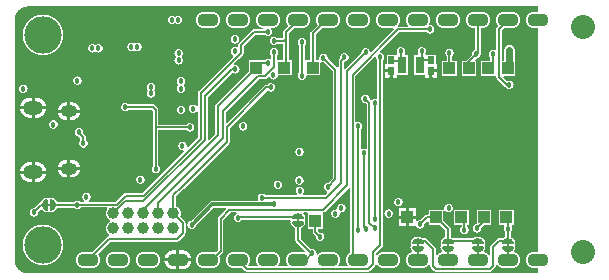
<source format=gbl>
G04 Layer_Physical_Order=4*
G04 Layer_Color=16711680*
%FSLAX24Y24*%
%MOIN*%
G70*
G01*
G75*
%ADD10C,0.0060*%
%ADD19C,0.0079*%
%ADD26R,0.0213X0.0252*%
%ADD37C,0.0080*%
%ADD38C,0.0240*%
%ADD39C,0.0120*%
%ADD40C,0.0100*%
%ADD45O,0.0709X0.0433*%
%ADD46C,0.0394*%
%ADD47O,0.0669X0.0472*%
%ADD48O,0.0551X0.0394*%
%ADD49C,0.0800*%
%ADD50C,0.1250*%
%ADD51C,0.0180*%
%ADD52R,0.0394X0.0394*%
%ADD53R,0.0295X0.0551*%
G36*
X500Y4447D02*
X17500D01*
Y4267D01*
X17362D01*
X17358Y4267D01*
X17353Y4266D01*
X17349Y4266D01*
X17344Y4266D01*
X17339Y4266D01*
X17335Y4265D01*
X17330Y4265D01*
X17326Y4264D01*
X17321Y4263D01*
X17317Y4263D01*
X17312Y4262D01*
X17308Y4261D01*
X17304Y4260D01*
X17299Y4259D01*
X17295Y4258D01*
X17290Y4257D01*
X17286Y4255D01*
X17282Y4254D01*
X17277Y4253D01*
X17273Y4251D01*
X17269Y4250D01*
X17264Y4248D01*
X17260Y4246D01*
X17256Y4244D01*
X17252Y4243D01*
X17248Y4241D01*
X17244Y4239D01*
X17240Y4237D01*
X17236Y4235D01*
X17232Y4232D01*
X17228Y4230D01*
X17224Y4228D01*
X17220Y4225D01*
X17216Y4223D01*
X17212Y4220D01*
X17208Y4218D01*
X17205Y4215D01*
X17201Y4212D01*
X17198Y4210D01*
X17194Y4207D01*
X17190Y4204D01*
X17187Y4201D01*
X17184Y4198D01*
X17180Y4195D01*
X17177Y4192D01*
X17174Y4188D01*
X17171Y4185D01*
X17167Y4182D01*
X17164Y4179D01*
X17161Y4175D01*
X17158Y4172D01*
X17155Y4168D01*
X17153Y4165D01*
X17150Y4161D01*
X17147Y4157D01*
X17144Y4154D01*
X17142Y4150D01*
X17139Y4146D01*
X17137Y4142D01*
X17134Y4138D01*
X17132Y4135D01*
X17130Y4131D01*
X17128Y4127D01*
X17126Y4123D01*
X17123Y4119D01*
X17121Y4114D01*
X17120Y4110D01*
X17118Y4106D01*
X17116Y4102D01*
X17114Y4098D01*
X17113Y4094D01*
X17111Y4089D01*
X17110Y4085D01*
X17108Y4081D01*
X17107Y4076D01*
X17106Y4072D01*
X17104Y4068D01*
X17103Y4063D01*
X17102Y4059D01*
X17101Y4054D01*
X17100Y4050D01*
X17100Y4045D01*
X17099Y4041D01*
X17098Y4036D01*
X17098Y4032D01*
X17097Y4027D01*
X17097Y4023D01*
X17096Y4018D01*
X17096Y4014D01*
X17096Y4009D01*
X17096Y4005D01*
X17096Y4000D01*
X17096Y3995D01*
X17096Y3991D01*
X17096Y3986D01*
X17096Y3982D01*
X17097Y3977D01*
X17097Y3973D01*
X17098Y3968D01*
X17098Y3964D01*
X17099Y3959D01*
X17100Y3955D01*
X17100Y3950D01*
X17101Y3946D01*
X17102Y3941D01*
X17103Y3937D01*
X17104Y3932D01*
X17106Y3928D01*
X17107Y3924D01*
X17108Y3919D01*
X17110Y3915D01*
X17111Y3911D01*
X17113Y3906D01*
X17114Y3902D01*
X17116Y3898D01*
X17118Y3894D01*
X17120Y3890D01*
X17121Y3886D01*
X17123Y3881D01*
X17126Y3877D01*
X17128Y3873D01*
X17130Y3869D01*
X17132Y3865D01*
X17134Y3862D01*
X17137Y3858D01*
X17139Y3854D01*
X17142Y3850D01*
X17144Y3846D01*
X17147Y3843D01*
X17150Y3839D01*
X17153Y3835D01*
X17155Y3832D01*
X17158Y3828D01*
X17161Y3825D01*
X17164Y3821D01*
X17167Y3818D01*
X17171Y3815D01*
X17174Y3812D01*
X17177Y3808D01*
X17180Y3805D01*
X17184Y3802D01*
X17187Y3799D01*
X17190Y3796D01*
X17194Y3793D01*
X17198Y3790D01*
X17201Y3788D01*
X17205Y3785D01*
X17208Y3782D01*
X17212Y3780D01*
X17216Y3777D01*
X17220Y3775D01*
X17224Y3772D01*
X17228Y3770D01*
X17232Y3768D01*
X17236Y3765D01*
X17240Y3763D01*
X17244Y3761D01*
X17248Y3759D01*
X17252Y3757D01*
X17256Y3756D01*
X17260Y3754D01*
X17264Y3752D01*
X17269Y3750D01*
X17273Y3749D01*
X17277Y3747D01*
X17282Y3746D01*
X17286Y3745D01*
X17290Y3743D01*
X17295Y3742D01*
X17299Y3741D01*
X17304Y3740D01*
X17308Y3739D01*
X17312Y3738D01*
X17317Y3737D01*
X17321Y3737D01*
X17326Y3736D01*
X17330Y3735D01*
X17335Y3735D01*
X17339Y3734D01*
X17344Y3734D01*
X17349Y3734D01*
X17353Y3734D01*
X17358Y3733D01*
X17362Y3733D01*
X17500D01*
Y-3733D01*
X17362D01*
X17358Y-3733D01*
X17353Y-3734D01*
X17349Y-3734D01*
X17344Y-3734D01*
X17339Y-3734D01*
X17335Y-3735D01*
X17330Y-3735D01*
X17326Y-3736D01*
X17321Y-3737D01*
X17317Y-3737D01*
X17312Y-3738D01*
X17308Y-3739D01*
X17304Y-3740D01*
X17299Y-3741D01*
X17295Y-3742D01*
X17290Y-3743D01*
X17286Y-3745D01*
X17282Y-3746D01*
X17277Y-3747D01*
X17273Y-3749D01*
X17269Y-3750D01*
X17264Y-3752D01*
X17260Y-3754D01*
X17256Y-3756D01*
X17252Y-3757D01*
X17248Y-3759D01*
X17244Y-3761D01*
X17240Y-3763D01*
X17236Y-3765D01*
X17232Y-3768D01*
X17228Y-3770D01*
X17224Y-3772D01*
X17220Y-3775D01*
X17216Y-3777D01*
X17212Y-3780D01*
X17208Y-3782D01*
X17205Y-3785D01*
X17201Y-3788D01*
X17198Y-3790D01*
X17194Y-3793D01*
X17190Y-3796D01*
X17187Y-3799D01*
X17184Y-3802D01*
X17180Y-3805D01*
X17177Y-3808D01*
X17174Y-3812D01*
X17171Y-3815D01*
X17167Y-3818D01*
X17164Y-3821D01*
X17161Y-3825D01*
X17158Y-3828D01*
X17155Y-3832D01*
X17153Y-3835D01*
X17150Y-3839D01*
X17147Y-3843D01*
X17144Y-3846D01*
X17142Y-3850D01*
X17139Y-3854D01*
X17137Y-3858D01*
X17134Y-3862D01*
X17132Y-3865D01*
X17130Y-3869D01*
X17128Y-3873D01*
X17126Y-3877D01*
X17123Y-3881D01*
X17121Y-3886D01*
X17120Y-3890D01*
X17118Y-3894D01*
X17116Y-3898D01*
X17114Y-3902D01*
X17113Y-3906D01*
X17111Y-3911D01*
X17110Y-3915D01*
X17108Y-3919D01*
X17107Y-3924D01*
X17106Y-3928D01*
X17104Y-3932D01*
X17103Y-3937D01*
X17102Y-3941D01*
X17101Y-3946D01*
X17100Y-3950D01*
X17100Y-3955D01*
X17099Y-3959D01*
X17098Y-3964D01*
X17098Y-3968D01*
X17097Y-3973D01*
X17097Y-3977D01*
X17096Y-3982D01*
X17096Y-3986D01*
X17096Y-3991D01*
X17096Y-3995D01*
X17096Y-4000D01*
X17096Y-4005D01*
X17096Y-4009D01*
X17096Y-4014D01*
X17096Y-4018D01*
X17097Y-4023D01*
X17097Y-4027D01*
X17098Y-4032D01*
X17098Y-4036D01*
X17099Y-4041D01*
X17100Y-4045D01*
X17100Y-4050D01*
X17101Y-4054D01*
X17102Y-4059D01*
X17103Y-4063D01*
X17104Y-4068D01*
X17106Y-4072D01*
X17107Y-4076D01*
X17108Y-4081D01*
X17110Y-4085D01*
X17111Y-4089D01*
X17113Y-4094D01*
X17114Y-4098D01*
X17116Y-4102D01*
X17118Y-4106D01*
X17120Y-4110D01*
X17121Y-4114D01*
X17123Y-4119D01*
X17126Y-4123D01*
X17128Y-4127D01*
X17130Y-4131D01*
X17132Y-4135D01*
X17134Y-4138D01*
X17137Y-4142D01*
X17139Y-4146D01*
X17142Y-4150D01*
X17144Y-4154D01*
X17147Y-4157D01*
X17150Y-4161D01*
X17153Y-4165D01*
X17155Y-4168D01*
X17158Y-4172D01*
X17161Y-4175D01*
X17164Y-4179D01*
X17167Y-4182D01*
X17171Y-4185D01*
X17174Y-4188D01*
X17177Y-4192D01*
X17180Y-4195D01*
X17184Y-4198D01*
X17187Y-4201D01*
X17190Y-4204D01*
X17194Y-4207D01*
X17198Y-4210D01*
X17201Y-4212D01*
X17205Y-4215D01*
X17208Y-4218D01*
X17212Y-4220D01*
X17216Y-4223D01*
X17220Y-4225D01*
X17224Y-4228D01*
X17228Y-4230D01*
X17232Y-4232D01*
X17236Y-4235D01*
X17240Y-4237D01*
X17244Y-4239D01*
X17248Y-4241D01*
X17252Y-4243D01*
X17256Y-4244D01*
X17260Y-4246D01*
X17264Y-4248D01*
X17269Y-4250D01*
X17273Y-4251D01*
X17277Y-4253D01*
X17282Y-4254D01*
X17286Y-4255D01*
X17290Y-4257D01*
X17295Y-4258D01*
X17299Y-4259D01*
X17304Y-4260D01*
X17308Y-4261D01*
X17312Y-4262D01*
X17317Y-4263D01*
X17321Y-4263D01*
X17326Y-4264D01*
X17330Y-4265D01*
X17335Y-4265D01*
X17339Y-4266D01*
X17344Y-4266D01*
X17349Y-4266D01*
X17353Y-4266D01*
X17358Y-4267D01*
X17362Y-4267D01*
X17500D01*
Y-4447D01*
X500D01*
X500Y-4448D01*
X494Y-4447D01*
X488Y-4447D01*
X482Y-4447D01*
X476Y-4447D01*
X470Y-4447D01*
X464Y-4446D01*
X458Y-4446D01*
X452Y-4445D01*
X447Y-4444D01*
X441Y-4444D01*
X435Y-4443D01*
X429Y-4442D01*
X423Y-4441D01*
X417Y-4440D01*
X411Y-4439D01*
X405Y-4437D01*
X400Y-4436D01*
X394Y-4435D01*
X388Y-4433D01*
X382Y-4432D01*
X377Y-4430D01*
X371Y-4428D01*
X365Y-4427D01*
X359Y-4425D01*
X354Y-4423D01*
X348Y-4421D01*
X343Y-4419D01*
X337Y-4417D01*
X332Y-4415D01*
X326Y-4412D01*
X321Y-4410D01*
X315Y-4408D01*
X310Y-4405D01*
X304Y-4402D01*
X299Y-4400D01*
X294Y-4397D01*
X288Y-4394D01*
X283Y-4391D01*
X278Y-4389D01*
X273Y-4386D01*
X268Y-4382D01*
X263Y-4379D01*
X258Y-4376D01*
X253Y-4373D01*
X248Y-4370D01*
X243Y-4366D01*
X238Y-4363D01*
X233Y-4359D01*
X228Y-4356D01*
X224Y-4352D01*
X219Y-4348D01*
X214Y-4345D01*
X210Y-4341D01*
X205Y-4337D01*
X201Y-4333D01*
X196Y-4329D01*
X192Y-4325D01*
X188Y-4321D01*
X184Y-4316D01*
X179Y-4312D01*
X175Y-4308D01*
X171Y-4304D01*
X167Y-4299D01*
X163Y-4295D01*
X159Y-4290D01*
X155Y-4286D01*
X152Y-4281D01*
X148Y-4276D01*
X144Y-4272D01*
X141Y-4267D01*
X137Y-4262D01*
X134Y-4257D01*
X130Y-4252D01*
X127Y-4247D01*
X124Y-4242D01*
X121Y-4237D01*
X118Y-4232D01*
X114Y-4227D01*
X111Y-4222D01*
X109Y-4217D01*
X106Y-4212D01*
X103Y-4206D01*
X100Y-4201D01*
X98Y-4196D01*
X95Y-4190D01*
X92Y-4185D01*
X90Y-4179D01*
X88Y-4174D01*
X85Y-4168D01*
X83Y-4163D01*
X81Y-4157D01*
X79Y-4152D01*
X77Y-4146D01*
X75Y-4141D01*
X73Y-4135D01*
X72Y-4129D01*
X70Y-4123D01*
X68Y-4118D01*
X67Y-4112D01*
X65Y-4106D01*
X64Y-4100D01*
X63Y-4095D01*
X61Y-4089D01*
X60Y-4083D01*
X59Y-4077D01*
X58Y-4071D01*
X57Y-4065D01*
X56Y-4059D01*
X56Y-4053D01*
X55Y-4048D01*
X54Y-4042D01*
X54Y-4036D01*
X53Y-4030D01*
X53Y-4024D01*
X53Y-4018D01*
X53Y-4012D01*
X53Y-4006D01*
X52Y-4000D01*
X53Y-4000D01*
Y4000D01*
X52Y4000D01*
X53Y4006D01*
X53Y4012D01*
X53Y4018D01*
X53Y4024D01*
X53Y4030D01*
X54Y4036D01*
X54Y4042D01*
X55Y4048D01*
X56Y4053D01*
X56Y4059D01*
X57Y4065D01*
X58Y4071D01*
X59Y4077D01*
X60Y4083D01*
X61Y4089D01*
X63Y4095D01*
X64Y4100D01*
X65Y4106D01*
X67Y4112D01*
X68Y4118D01*
X70Y4123D01*
X72Y4129D01*
X73Y4135D01*
X75Y4141D01*
X77Y4146D01*
X79Y4152D01*
X81Y4157D01*
X83Y4163D01*
X85Y4168D01*
X88Y4174D01*
X90Y4179D01*
X92Y4185D01*
X95Y4190D01*
X98Y4196D01*
X100Y4201D01*
X103Y4206D01*
X106Y4212D01*
X109Y4217D01*
X111Y4222D01*
X114Y4227D01*
X118Y4232D01*
X121Y4237D01*
X124Y4242D01*
X127Y4247D01*
X130Y4252D01*
X134Y4257D01*
X137Y4262D01*
X141Y4267D01*
X144Y4272D01*
X148Y4276D01*
X152Y4281D01*
X155Y4286D01*
X159Y4290D01*
X163Y4295D01*
X167Y4299D01*
X171Y4304D01*
X175Y4308D01*
X179Y4312D01*
X184Y4316D01*
X188Y4321D01*
X192Y4325D01*
X196Y4329D01*
X201Y4333D01*
X205Y4337D01*
X210Y4341D01*
X214Y4345D01*
X219Y4348D01*
X224Y4352D01*
X228Y4356D01*
X233Y4359D01*
X238Y4363D01*
X243Y4366D01*
X248Y4370D01*
X253Y4373D01*
X258Y4376D01*
X263Y4379D01*
X268Y4382D01*
X273Y4386D01*
X278Y4389D01*
X283Y4391D01*
X288Y4394D01*
X294Y4397D01*
X299Y4400D01*
X304Y4402D01*
X310Y4405D01*
X315Y4408D01*
X321Y4410D01*
X326Y4412D01*
X332Y4415D01*
X337Y4417D01*
X343Y4419D01*
X348Y4421D01*
X354Y4423D01*
X359Y4425D01*
X365Y4427D01*
X371Y4428D01*
X377Y4430D01*
X382Y4432D01*
X388Y4433D01*
X394Y4435D01*
X400Y4436D01*
X405Y4437D01*
X411Y4439D01*
X417Y4440D01*
X423Y4441D01*
X429Y4442D01*
X435Y4443D01*
X441Y4444D01*
X447Y4444D01*
X452Y4445D01*
X458Y4446D01*
X464Y4446D01*
X470Y4447D01*
X476Y4447D01*
X482Y4447D01*
X488Y4447D01*
X494Y4447D01*
X500Y4448D01*
X500Y4447D01*
D02*
G37*
%LPC*%
G36*
X1816Y-1005D02*
X1494D01*
X1495Y-1008D01*
X1496Y-1013D01*
X1497Y-1017D01*
X1498Y-1022D01*
X1499Y-1027D01*
X1500Y-1032D01*
X1501Y-1036D01*
X1503Y-1041D01*
X1504Y-1046D01*
X1506Y-1050D01*
X1507Y-1055D01*
X1509Y-1059D01*
X1511Y-1064D01*
X1513Y-1068D01*
X1515Y-1073D01*
X1517Y-1077D01*
X1519Y-1082D01*
X1521Y-1086D01*
X1523Y-1090D01*
X1525Y-1095D01*
X1527Y-1099D01*
X1530Y-1103D01*
X1532Y-1107D01*
X1535Y-1111D01*
X1537Y-1116D01*
X1540Y-1120D01*
X1543Y-1124D01*
X1546Y-1128D01*
X1549Y-1132D01*
X1551Y-1135D01*
X1554Y-1139D01*
X1557Y-1143D01*
X1561Y-1147D01*
X1564Y-1150D01*
X1567Y-1154D01*
X1570Y-1158D01*
X1574Y-1161D01*
X1577Y-1165D01*
X1580Y-1168D01*
X1584Y-1171D01*
X1588Y-1175D01*
X1591Y-1178D01*
X1595Y-1181D01*
X1599Y-1184D01*
X1602Y-1187D01*
X1606Y-1190D01*
X1610Y-1193D01*
X1614Y-1196D01*
X1618Y-1199D01*
X1622Y-1202D01*
X1626Y-1204D01*
X1630Y-1207D01*
X1634Y-1209D01*
X1639Y-1212D01*
X1643Y-1214D01*
X1647Y-1217D01*
X1651Y-1219D01*
X1656Y-1221D01*
X1660Y-1223D01*
X1664Y-1225D01*
X1669Y-1227D01*
X1673Y-1229D01*
X1678Y-1231D01*
X1682Y-1233D01*
X1687Y-1234D01*
X1692Y-1236D01*
X1696Y-1237D01*
X1701Y-1239D01*
X1705Y-1240D01*
X1710Y-1241D01*
X1715Y-1243D01*
X1720Y-1244D01*
X1724Y-1245D01*
X1729Y-1246D01*
X1734Y-1247D01*
X1739Y-1248D01*
X1743Y-1248D01*
X1748Y-1249D01*
X1753Y-1250D01*
X1758Y-1250D01*
X1763Y-1251D01*
X1768Y-1251D01*
X1772Y-1251D01*
X1777Y-1251D01*
X1782Y-1252D01*
X1787Y-1252D01*
X1816D01*
Y-1005D01*
D02*
G37*
G36*
X1104Y-1123D02*
X723D01*
Y-1409D01*
X771D01*
X776Y-1409D01*
X782Y-1409D01*
X787Y-1409D01*
X792Y-1408D01*
X797Y-1408D01*
X802Y-1408D01*
X807Y-1407D01*
X812Y-1407D01*
X818Y-1406D01*
X823Y-1405D01*
X828Y-1404D01*
X833Y-1403D01*
X838Y-1402D01*
X843Y-1401D01*
X848Y-1400D01*
X853Y-1399D01*
X858Y-1398D01*
X863Y-1396D01*
X868Y-1395D01*
X873Y-1393D01*
X878Y-1392D01*
X883Y-1390D01*
X888Y-1388D01*
X893Y-1386D01*
X897Y-1384D01*
X902Y-1382D01*
X907Y-1380D01*
X912Y-1378D01*
X916Y-1376D01*
X921Y-1374D01*
X926Y-1371D01*
X930Y-1369D01*
X935Y-1367D01*
X939Y-1364D01*
X944Y-1361D01*
X948Y-1359D01*
X953Y-1356D01*
X957Y-1353D01*
X961Y-1350D01*
X965Y-1347D01*
X970Y-1344D01*
X974Y-1341D01*
X978Y-1338D01*
X982Y-1335D01*
X986Y-1332D01*
X990Y-1328D01*
X994Y-1325D01*
X998Y-1321D01*
X1001Y-1318D01*
X1005Y-1314D01*
X1009Y-1311D01*
X1013Y-1307D01*
X1016Y-1303D01*
X1020Y-1299D01*
X1023Y-1295D01*
X1027Y-1292D01*
X1030Y-1288D01*
X1033Y-1284D01*
X1036Y-1280D01*
X1040Y-1275D01*
X1043Y-1271D01*
X1046Y-1267D01*
X1049Y-1263D01*
X1051Y-1259D01*
X1054Y-1254D01*
X1057Y-1250D01*
X1060Y-1245D01*
X1062Y-1241D01*
X1065Y-1236D01*
X1067Y-1232D01*
X1070Y-1227D01*
X1072Y-1223D01*
X1074Y-1218D01*
X1077Y-1213D01*
X1079Y-1209D01*
X1081Y-1204D01*
X1083Y-1199D01*
X1085Y-1194D01*
X1087Y-1189D01*
X1088Y-1185D01*
X1090Y-1180D01*
X1092Y-1175D01*
X1093Y-1170D01*
X1095Y-1165D01*
X1096Y-1160D01*
X1097Y-1155D01*
X1098Y-1150D01*
X1100Y-1145D01*
X1101Y-1140D01*
X1102Y-1135D01*
X1103Y-1130D01*
X1103Y-1124D01*
X1104Y-1123D01*
D02*
G37*
G36*
X623Y-737D02*
X574D01*
X569Y-737D01*
X564Y-737D01*
X559Y-737D01*
X554Y-737D01*
X548Y-738D01*
X543Y-738D01*
X538Y-739D01*
X533Y-739D01*
X528Y-740D01*
X523Y-741D01*
X518Y-741D01*
X513Y-742D01*
X507Y-743D01*
X502Y-744D01*
X497Y-746D01*
X492Y-747D01*
X487Y-748D01*
X482Y-749D01*
X477Y-751D01*
X472Y-752D01*
X467Y-754D01*
X463Y-756D01*
X458Y-757D01*
X453Y-759D01*
X448Y-761D01*
X443Y-763D01*
X439Y-765D01*
X434Y-767D01*
X429Y-770D01*
X424Y-772D01*
X420Y-774D01*
X415Y-777D01*
X411Y-779D01*
X406Y-782D01*
X402Y-784D01*
X397Y-787D01*
X393Y-790D01*
X389Y-793D01*
X384Y-795D01*
X380Y-798D01*
X376Y-801D01*
X372Y-805D01*
X368Y-808D01*
X364Y-811D01*
X360Y-814D01*
X356Y-818D01*
X352Y-821D01*
X348Y-824D01*
X344Y-828D01*
X340Y-831D01*
X337Y-835D01*
X333Y-839D01*
X329Y-843D01*
X326Y-846D01*
X322Y-850D01*
X319Y-854D01*
X316Y-858D01*
X312Y-862D01*
X309Y-866D01*
X306Y-870D01*
X303Y-874D01*
X300Y-879D01*
X297Y-883D01*
X294Y-887D01*
X291Y-891D01*
X288Y-896D01*
X286Y-900D01*
X283Y-905D01*
X281Y-909D01*
X278Y-914D01*
X276Y-918D01*
X273Y-923D01*
X271Y-928D01*
X269Y-932D01*
X267Y-937D01*
X265Y-942D01*
X263Y-947D01*
X261Y-951D01*
X259Y-956D01*
X257Y-961D01*
X256Y-966D01*
X254Y-971D01*
X252Y-976D01*
X251Y-981D01*
X250Y-986D01*
X248Y-991D01*
X247Y-996D01*
X246Y-1001D01*
X245Y-1006D01*
X244Y-1011D01*
X243Y-1016D01*
X242Y-1021D01*
X242Y-1023D01*
X623D01*
Y-737D01*
D02*
G37*
G36*
X2237Y-1005D02*
X1916D01*
Y-1252D01*
X1944D01*
X1949Y-1252D01*
X1954Y-1251D01*
X1959Y-1251D01*
X1964Y-1251D01*
X1969Y-1251D01*
X1974Y-1250D01*
X1978Y-1250D01*
X1983Y-1249D01*
X1988Y-1248D01*
X1993Y-1248D01*
X1998Y-1247D01*
X2002Y-1246D01*
X2007Y-1245D01*
X2012Y-1244D01*
X2017Y-1243D01*
X2021Y-1241D01*
X2026Y-1240D01*
X2031Y-1239D01*
X2035Y-1237D01*
X2040Y-1236D01*
X2044Y-1234D01*
X2049Y-1233D01*
X2054Y-1231D01*
X2058Y-1229D01*
X2062Y-1227D01*
X2067Y-1225D01*
X2071Y-1223D01*
X2076Y-1221D01*
X2080Y-1219D01*
X2084Y-1217D01*
X2089Y-1214D01*
X2093Y-1212D01*
X2097Y-1209D01*
X2101Y-1207D01*
X2105Y-1204D01*
X2109Y-1202D01*
X2113Y-1199D01*
X2117Y-1196D01*
X2121Y-1193D01*
X2125Y-1190D01*
X2129Y-1187D01*
X2133Y-1184D01*
X2136Y-1181D01*
X2140Y-1178D01*
X2144Y-1175D01*
X2147Y-1171D01*
X2151Y-1168D01*
X2154Y-1165D01*
X2158Y-1161D01*
X2161Y-1158D01*
X2164Y-1154D01*
X2168Y-1150D01*
X2171Y-1147D01*
X2174Y-1143D01*
X2177Y-1139D01*
X2180Y-1135D01*
X2183Y-1132D01*
X2186Y-1128D01*
X2189Y-1124D01*
X2191Y-1120D01*
X2194Y-1116D01*
X2197Y-1111D01*
X2199Y-1107D01*
X2202Y-1103D01*
X2204Y-1099D01*
X2206Y-1095D01*
X2208Y-1090D01*
X2211Y-1086D01*
X2213Y-1082D01*
X2215Y-1077D01*
X2217Y-1073D01*
X2219Y-1068D01*
X2220Y-1064D01*
X2222Y-1059D01*
X2224Y-1055D01*
X2226Y-1050D01*
X2227Y-1046D01*
X2228Y-1041D01*
X2230Y-1036D01*
X2231Y-1032D01*
X2232Y-1027D01*
X2234Y-1022D01*
X2235Y-1017D01*
X2236Y-1013D01*
X2236Y-1008D01*
X2237Y-1005D01*
D02*
G37*
G36*
X9548Y-1215D02*
X9545Y-1215D01*
X9541Y-1215D01*
X9538Y-1215D01*
X9535Y-1215D01*
X9531Y-1216D01*
X9528Y-1216D01*
X9525Y-1216D01*
X9521Y-1217D01*
X9518Y-1218D01*
X9515Y-1218D01*
X9512Y-1219D01*
X9509Y-1220D01*
X9505Y-1221D01*
X9502Y-1222D01*
X9499Y-1223D01*
X9496Y-1225D01*
X9493Y-1226D01*
X9490Y-1227D01*
X9487Y-1229D01*
X9484Y-1230D01*
X9481Y-1232D01*
X9478Y-1233D01*
X9475Y-1235D01*
X9472Y-1237D01*
X9470Y-1239D01*
X9467Y-1241D01*
X9464Y-1242D01*
X9461Y-1244D01*
X9459Y-1247D01*
X9456Y-1249D01*
X9454Y-1251D01*
X9451Y-1253D01*
X9449Y-1256D01*
X9447Y-1258D01*
X9444Y-1260D01*
X9442Y-1263D01*
X9440Y-1265D01*
X9438Y-1268D01*
X9436Y-1271D01*
X9434Y-1273D01*
X9432Y-1276D01*
X9430Y-1279D01*
X9428Y-1282D01*
X9427Y-1285D01*
X9425Y-1287D01*
X9424Y-1290D01*
X9422Y-1293D01*
X9421Y-1296D01*
X9419Y-1299D01*
X9418Y-1303D01*
X9417Y-1306D01*
X9416Y-1309D01*
X9415Y-1312D01*
X9414Y-1315D01*
X9413Y-1318D01*
X9412Y-1322D01*
X9411Y-1325D01*
X9411Y-1328D01*
X9410Y-1331D01*
X9409Y-1335D01*
X9409Y-1338D01*
X9409Y-1341D01*
X9408Y-1345D01*
X9408Y-1348D01*
X9408Y-1351D01*
X9408Y-1355D01*
X9408Y-1358D01*
X9408Y-1361D01*
X9408Y-1365D01*
X9409Y-1368D01*
X9409Y-1371D01*
X9409Y-1374D01*
X9410Y-1378D01*
X9411Y-1381D01*
X9411Y-1384D01*
X9412Y-1388D01*
X9413Y-1391D01*
X9414Y-1394D01*
X9415Y-1397D01*
X9416Y-1400D01*
X9417Y-1403D01*
X9418Y-1407D01*
X9419Y-1410D01*
X9421Y-1413D01*
X9422Y-1416D01*
X9424Y-1419D01*
X9425Y-1422D01*
X9427Y-1425D01*
X9428Y-1427D01*
X9430Y-1430D01*
X9432Y-1433D01*
X9434Y-1436D01*
X9436Y-1438D01*
X9438Y-1441D01*
X9440Y-1444D01*
X9442Y-1446D01*
X9444Y-1449D01*
X9447Y-1451D01*
X9449Y-1454D01*
X9451Y-1456D01*
X9454Y-1458D01*
X9456Y-1460D01*
X9459Y-1463D01*
X9461Y-1465D01*
X9464Y-1467D01*
X9467Y-1469D01*
X9470Y-1471D01*
X9472Y-1472D01*
X9475Y-1474D01*
X9478Y-1476D01*
X9481Y-1477D01*
X9484Y-1479D01*
X9487Y-1480D01*
X9490Y-1482D01*
X9493Y-1483D01*
X9496Y-1485D01*
X9499Y-1486D01*
X9502Y-1487D01*
X9505Y-1488D01*
X9509Y-1489D01*
X9512Y-1490D01*
X9515Y-1491D01*
X9518Y-1491D01*
X9521Y-1492D01*
X9525Y-1493D01*
X9528Y-1493D01*
X9531Y-1494D01*
X9535Y-1494D01*
X9538Y-1494D01*
X9541Y-1494D01*
X9545Y-1495D01*
X9548Y-1495D01*
X9551Y-1495D01*
X9555Y-1494D01*
X9558Y-1494D01*
X9561Y-1494D01*
X9565Y-1494D01*
X9568Y-1493D01*
X9571Y-1493D01*
X9574Y-1492D01*
X9578Y-1491D01*
X9581Y-1491D01*
X9584Y-1490D01*
X9587Y-1489D01*
X9591Y-1488D01*
X9594Y-1487D01*
X9597Y-1486D01*
X9600Y-1485D01*
X9603Y-1483D01*
X9606Y-1482D01*
X9609Y-1480D01*
X9612Y-1479D01*
X9615Y-1477D01*
X9618Y-1476D01*
X9621Y-1474D01*
X9624Y-1472D01*
X9626Y-1471D01*
X9629Y-1469D01*
X9632Y-1467D01*
X9635Y-1465D01*
X9637Y-1463D01*
X9640Y-1460D01*
X9642Y-1458D01*
X9645Y-1456D01*
X9647Y-1454D01*
X9649Y-1451D01*
X9652Y-1449D01*
X9654Y-1446D01*
X9656Y-1444D01*
X9658Y-1441D01*
X9660Y-1438D01*
X9662Y-1436D01*
X9664Y-1433D01*
X9666Y-1430D01*
X9668Y-1427D01*
X9669Y-1425D01*
X9671Y-1422D01*
X9672Y-1419D01*
X9674Y-1416D01*
X9675Y-1413D01*
X9677Y-1410D01*
X9678Y-1407D01*
X9679Y-1403D01*
X9680Y-1400D01*
X9681Y-1397D01*
X9682Y-1394D01*
X9683Y-1391D01*
X9684Y-1388D01*
X9685Y-1384D01*
X9685Y-1381D01*
X9686Y-1378D01*
X9687Y-1374D01*
X9687Y-1371D01*
X9687Y-1368D01*
X9688Y-1365D01*
X9688Y-1361D01*
X9688Y-1358D01*
X9688Y-1355D01*
X9688Y-1351D01*
X9688Y-1348D01*
X9688Y-1345D01*
X9687Y-1341D01*
X9687Y-1338D01*
X9687Y-1335D01*
X9686Y-1331D01*
X9685Y-1328D01*
X9685Y-1325D01*
X9684Y-1322D01*
X9683Y-1318D01*
X9682Y-1315D01*
X9681Y-1312D01*
X9680Y-1309D01*
X9679Y-1306D01*
X9678Y-1303D01*
X9677Y-1299D01*
X9675Y-1296D01*
X9674Y-1293D01*
X9672Y-1290D01*
X9671Y-1287D01*
X9669Y-1285D01*
X9668Y-1282D01*
X9666Y-1279D01*
X9664Y-1276D01*
X9662Y-1273D01*
X9660Y-1271D01*
X9658Y-1268D01*
X9656Y-1265D01*
X9654Y-1263D01*
X9652Y-1260D01*
X9649Y-1258D01*
X9647Y-1256D01*
X9645Y-1253D01*
X9642Y-1251D01*
X9640Y-1249D01*
X9637Y-1247D01*
X9635Y-1244D01*
X9632Y-1242D01*
X9629Y-1241D01*
X9626Y-1239D01*
X9624Y-1237D01*
X9621Y-1235D01*
X9618Y-1233D01*
X9615Y-1232D01*
X9612Y-1230D01*
X9609Y-1229D01*
X9606Y-1227D01*
X9603Y-1226D01*
X9600Y-1225D01*
X9597Y-1223D01*
X9594Y-1222D01*
X9591Y-1221D01*
X9587Y-1220D01*
X9584Y-1219D01*
X9581Y-1218D01*
X9578Y-1218D01*
X9574Y-1217D01*
X9571Y-1216D01*
X9568Y-1216D01*
X9565Y-1216D01*
X9561Y-1215D01*
X9558Y-1215D01*
X9555Y-1215D01*
X9551Y-1215D01*
X9548Y-1215D01*
D02*
G37*
G36*
X8827Y-1355D02*
X8824Y-1355D01*
X8821Y-1355D01*
X8817Y-1355D01*
X8814Y-1356D01*
X8811Y-1356D01*
X8807Y-1356D01*
X8804Y-1357D01*
X8801Y-1358D01*
X8798Y-1358D01*
X8794Y-1359D01*
X8791Y-1360D01*
X8788Y-1361D01*
X8785Y-1362D01*
X8782Y-1363D01*
X8778Y-1364D01*
X8775Y-1365D01*
X8772Y-1366D01*
X8769Y-1368D01*
X8766Y-1369D01*
X8763Y-1371D01*
X8760Y-1372D01*
X8757Y-1374D01*
X8755Y-1376D01*
X8752Y-1377D01*
X8749Y-1379D01*
X8746Y-1381D01*
X8743Y-1383D01*
X8741Y-1385D01*
X8738Y-1387D01*
X8736Y-1389D01*
X8733Y-1391D01*
X8731Y-1394D01*
X8728Y-1396D01*
X8726Y-1398D01*
X8724Y-1401D01*
X8722Y-1403D01*
X8719Y-1406D01*
X8717Y-1409D01*
X8715Y-1411D01*
X8713Y-1414D01*
X8711Y-1417D01*
X8710Y-1419D01*
X8708Y-1422D01*
X8706Y-1425D01*
X8705Y-1428D01*
X8703Y-1431D01*
X8701Y-1434D01*
X8700Y-1437D01*
X8699Y-1440D01*
X8697Y-1443D01*
X8696Y-1446D01*
X8695Y-1449D01*
X8694Y-1452D01*
X8693Y-1456D01*
X8692Y-1459D01*
X8691Y-1462D01*
X8691Y-1465D01*
X8690Y-1469D01*
X8689Y-1472D01*
X8689Y-1475D01*
X8688Y-1478D01*
X8688Y-1482D01*
X8688Y-1485D01*
X8688Y-1488D01*
X8687Y-1492D01*
X8687Y-1495D01*
X8687Y-1498D01*
X8688Y-1502D01*
X8688Y-1505D01*
X8688Y-1508D01*
X8688Y-1512D01*
X8689Y-1515D01*
X8689Y-1518D01*
X8690Y-1522D01*
X8691Y-1525D01*
X8691Y-1528D01*
X8692Y-1531D01*
X8693Y-1535D01*
X8694Y-1538D01*
X8695Y-1541D01*
X8696Y-1544D01*
X8697Y-1547D01*
X8699Y-1550D01*
X8700Y-1553D01*
X8701Y-1556D01*
X8703Y-1559D01*
X8705Y-1562D01*
X8706Y-1565D01*
X8708Y-1568D01*
X8710Y-1571D01*
X8711Y-1574D01*
X8713Y-1576D01*
X8715Y-1579D01*
X8717Y-1582D01*
X8719Y-1584D01*
X8722Y-1587D01*
X8724Y-1589D01*
X8726Y-1592D01*
X8728Y-1594D01*
X8731Y-1596D01*
X8733Y-1599D01*
X8736Y-1601D01*
X8738Y-1603D01*
X8741Y-1605D01*
X8743Y-1607D01*
X8746Y-1609D01*
X8749Y-1611D01*
X8752Y-1613D01*
X8755Y-1615D01*
X8757Y-1616D01*
X8760Y-1618D01*
X8763Y-1620D01*
X8766Y-1621D01*
X8769Y-1622D01*
X8772Y-1624D01*
X8775Y-1625D01*
X8778Y-1626D01*
X8782Y-1627D01*
X8785Y-1628D01*
X8788Y-1629D01*
X8791Y-1630D01*
X8794Y-1631D01*
X8798Y-1632D01*
X8801Y-1633D01*
X8804Y-1633D01*
X8807Y-1634D01*
X8811Y-1634D01*
X8814Y-1634D01*
X8817Y-1635D01*
X8821Y-1635D01*
X8824Y-1635D01*
X8827Y-1635D01*
X8831Y-1635D01*
X8834Y-1635D01*
X8837Y-1635D01*
X8841Y-1634D01*
X8844Y-1634D01*
X8847Y-1634D01*
X8851Y-1633D01*
X8854Y-1633D01*
X8857Y-1632D01*
X8860Y-1631D01*
X8864Y-1630D01*
X8867Y-1629D01*
X8870Y-1628D01*
X8873Y-1627D01*
X8876Y-1626D01*
X8879Y-1625D01*
X8882Y-1624D01*
X8886Y-1622D01*
X8889Y-1621D01*
X8892Y-1620D01*
X8894Y-1618D01*
X8897Y-1616D01*
X8900Y-1615D01*
X8903Y-1613D01*
X8906Y-1611D01*
X8909Y-1609D01*
X8911Y-1607D01*
X8914Y-1605D01*
X8917Y-1603D01*
X8919Y-1601D01*
X8922Y-1599D01*
X8924Y-1596D01*
X8926Y-1594D01*
X8929Y-1592D01*
X8931Y-1589D01*
X8933Y-1587D01*
X8935Y-1584D01*
X8937Y-1582D01*
X8939Y-1579D01*
X8941Y-1576D01*
X8943Y-1574D01*
X8945Y-1571D01*
X8947Y-1568D01*
X8949Y-1565D01*
X8950Y-1562D01*
X8952Y-1559D01*
X8953Y-1556D01*
X8955Y-1553D01*
X8956Y-1550D01*
X8957Y-1547D01*
X8959Y-1544D01*
X8960Y-1541D01*
X8961Y-1538D01*
X8962Y-1535D01*
X8963Y-1531D01*
X8963Y-1528D01*
X8964Y-1525D01*
X8965Y-1522D01*
X8965Y-1518D01*
X8966Y-1515D01*
X8966Y-1512D01*
X8967Y-1508D01*
X8967Y-1505D01*
X8967Y-1502D01*
X8967Y-1498D01*
X8967Y-1495D01*
X8967Y-1492D01*
X8967Y-1488D01*
X8967Y-1485D01*
X8967Y-1482D01*
X8966Y-1478D01*
X8966Y-1475D01*
X8965Y-1472D01*
X8965Y-1469D01*
X8964Y-1465D01*
X8963Y-1462D01*
X8963Y-1459D01*
X8962Y-1456D01*
X8961Y-1452D01*
X8960Y-1449D01*
X8959Y-1446D01*
X8957Y-1443D01*
X8956Y-1440D01*
X8955Y-1437D01*
X8953Y-1434D01*
X8952Y-1431D01*
X8950Y-1428D01*
X8949Y-1425D01*
X8947Y-1422D01*
X8945Y-1419D01*
X8943Y-1417D01*
X8941Y-1414D01*
X8939Y-1411D01*
X8937Y-1409D01*
X8935Y-1406D01*
X8933Y-1403D01*
X8931Y-1401D01*
X8929Y-1398D01*
X8926Y-1396D01*
X8924Y-1394D01*
X8922Y-1391D01*
X8919Y-1389D01*
X8917Y-1387D01*
X8914Y-1385D01*
X8911Y-1383D01*
X8909Y-1381D01*
X8906Y-1379D01*
X8903Y-1377D01*
X8900Y-1376D01*
X8897Y-1374D01*
X8894Y-1372D01*
X8892Y-1371D01*
X8889Y-1369D01*
X8886Y-1368D01*
X8882Y-1366D01*
X8879Y-1365D01*
X8876Y-1364D01*
X8873Y-1363D01*
X8870Y-1362D01*
X8867Y-1361D01*
X8864Y-1360D01*
X8860Y-1359D01*
X8857Y-1358D01*
X8854Y-1358D01*
X8851Y-1357D01*
X8847Y-1356D01*
X8844Y-1356D01*
X8841Y-1356D01*
X8837Y-1355D01*
X8834Y-1355D01*
X8831Y-1355D01*
X8827Y-1355D01*
D02*
G37*
G36*
X623Y-1123D02*
X242D01*
X242Y-1124D01*
X243Y-1130D01*
X244Y-1135D01*
X245Y-1140D01*
X246Y-1145D01*
X247Y-1150D01*
X248Y-1155D01*
X250Y-1160D01*
X251Y-1165D01*
X252Y-1170D01*
X254Y-1175D01*
X256Y-1180D01*
X257Y-1185D01*
X259Y-1189D01*
X261Y-1194D01*
X263Y-1199D01*
X265Y-1204D01*
X267Y-1209D01*
X269Y-1213D01*
X271Y-1218D01*
X273Y-1223D01*
X276Y-1227D01*
X278Y-1232D01*
X281Y-1236D01*
X283Y-1241D01*
X286Y-1245D01*
X288Y-1250D01*
X291Y-1254D01*
X294Y-1259D01*
X297Y-1263D01*
X300Y-1267D01*
X303Y-1271D01*
X306Y-1275D01*
X309Y-1280D01*
X312Y-1284D01*
X316Y-1288D01*
X319Y-1292D01*
X322Y-1295D01*
X326Y-1299D01*
X329Y-1303D01*
X333Y-1307D01*
X337Y-1311D01*
X340Y-1314D01*
X344Y-1318D01*
X348Y-1321D01*
X352Y-1325D01*
X356Y-1328D01*
X360Y-1332D01*
X364Y-1335D01*
X368Y-1338D01*
X372Y-1341D01*
X376Y-1344D01*
X380Y-1347D01*
X384Y-1350D01*
X389Y-1353D01*
X393Y-1356D01*
X397Y-1359D01*
X402Y-1361D01*
X406Y-1364D01*
X411Y-1367D01*
X415Y-1369D01*
X420Y-1371D01*
X424Y-1374D01*
X429Y-1376D01*
X434Y-1378D01*
X439Y-1380D01*
X443Y-1382D01*
X448Y-1384D01*
X453Y-1386D01*
X458Y-1388D01*
X463Y-1390D01*
X467Y-1392D01*
X472Y-1393D01*
X477Y-1395D01*
X482Y-1396D01*
X487Y-1398D01*
X492Y-1399D01*
X497Y-1400D01*
X502Y-1401D01*
X507Y-1402D01*
X513Y-1403D01*
X518Y-1404D01*
X523Y-1405D01*
X528Y-1406D01*
X533Y-1407D01*
X538Y-1407D01*
X543Y-1408D01*
X548Y-1408D01*
X554Y-1408D01*
X559Y-1409D01*
X564Y-1409D01*
X569Y-1409D01*
X574Y-1409D01*
X623D01*
Y-1123D01*
D02*
G37*
G36*
X4250Y-1189D02*
X4247Y-1189D01*
X4243Y-1189D01*
X4240Y-1189D01*
X4237Y-1189D01*
X4233Y-1190D01*
X4230Y-1190D01*
X4227Y-1191D01*
X4223Y-1191D01*
X4220Y-1192D01*
X4217Y-1193D01*
X4214Y-1194D01*
X4211Y-1194D01*
X4207Y-1195D01*
X4204Y-1196D01*
X4201Y-1198D01*
X4198Y-1199D01*
X4195Y-1200D01*
X4192Y-1201D01*
X4189Y-1203D01*
X4186Y-1204D01*
X4183Y-1206D01*
X4180Y-1207D01*
X4177Y-1209D01*
X4174Y-1211D01*
X4172Y-1213D01*
X4169Y-1215D01*
X4166Y-1217D01*
X4163Y-1219D01*
X4161Y-1221D01*
X4158Y-1223D01*
X4156Y-1225D01*
X4153Y-1227D01*
X4151Y-1230D01*
X4149Y-1232D01*
X4146Y-1235D01*
X4144Y-1237D01*
X4142Y-1240D01*
X4140Y-1242D01*
X4138Y-1245D01*
X4136Y-1248D01*
X4134Y-1250D01*
X4132Y-1253D01*
X4130Y-1256D01*
X4129Y-1259D01*
X4127Y-1262D01*
X4126Y-1265D01*
X4124Y-1268D01*
X4123Y-1271D01*
X4121Y-1274D01*
X4120Y-1277D01*
X4119Y-1280D01*
X4118Y-1283D01*
X4117Y-1286D01*
X4116Y-1289D01*
X4115Y-1293D01*
X4114Y-1296D01*
X4113Y-1299D01*
X4113Y-1302D01*
X4112Y-1306D01*
X4111Y-1309D01*
X4111Y-1312D01*
X4111Y-1315D01*
X4110Y-1319D01*
X4110Y-1322D01*
X4110Y-1325D01*
X4110Y-1329D01*
X4110Y-1332D01*
X4110Y-1335D01*
X4110Y-1339D01*
X4111Y-1342D01*
X4111Y-1345D01*
X4111Y-1349D01*
X4112Y-1352D01*
X4113Y-1355D01*
X4113Y-1358D01*
X4114Y-1362D01*
X4115Y-1365D01*
X4116Y-1368D01*
X4117Y-1371D01*
X4118Y-1375D01*
X4119Y-1378D01*
X4120Y-1381D01*
X4121Y-1384D01*
X4123Y-1387D01*
X4124Y-1390D01*
X4126Y-1393D01*
X4127Y-1396D01*
X4129Y-1399D01*
X4130Y-1402D01*
X4132Y-1404D01*
X4134Y-1407D01*
X4136Y-1410D01*
X4138Y-1413D01*
X4140Y-1415D01*
X4142Y-1418D01*
X4144Y-1420D01*
X4146Y-1423D01*
X4149Y-1425D01*
X4151Y-1428D01*
X4153Y-1430D01*
X4156Y-1432D01*
X4158Y-1435D01*
X4161Y-1437D01*
X4163Y-1439D01*
X4166Y-1441D01*
X4169Y-1443D01*
X4172Y-1445D01*
X4174Y-1447D01*
X4177Y-1448D01*
X4180Y-1450D01*
X4183Y-1452D01*
X4186Y-1453D01*
X4189Y-1455D01*
X4192Y-1456D01*
X4195Y-1457D01*
X4198Y-1459D01*
X4201Y-1460D01*
X4204Y-1461D01*
X4207Y-1462D01*
X4211Y-1463D01*
X4214Y-1464D01*
X4217Y-1465D01*
X4220Y-1466D01*
X4223Y-1466D01*
X4227Y-1467D01*
X4230Y-1467D01*
X4233Y-1468D01*
X4237Y-1468D01*
X4240Y-1468D01*
X4243Y-1469D01*
X4247Y-1469D01*
X4250Y-1469D01*
X4253Y-1469D01*
X4257Y-1469D01*
X4260Y-1468D01*
X4263Y-1468D01*
X4267Y-1468D01*
X4270Y-1467D01*
X4273Y-1467D01*
X4277Y-1466D01*
X4280Y-1466D01*
X4283Y-1465D01*
X4286Y-1464D01*
X4289Y-1463D01*
X4293Y-1462D01*
X4296Y-1461D01*
X4299Y-1460D01*
X4302Y-1459D01*
X4305Y-1457D01*
X4308Y-1456D01*
X4311Y-1455D01*
X4314Y-1453D01*
X4317Y-1452D01*
X4320Y-1450D01*
X4323Y-1448D01*
X4326Y-1447D01*
X4328Y-1445D01*
X4331Y-1443D01*
X4334Y-1441D01*
X4337Y-1439D01*
X4339Y-1437D01*
X4342Y-1435D01*
X4344Y-1432D01*
X4347Y-1430D01*
X4349Y-1428D01*
X4351Y-1425D01*
X4354Y-1423D01*
X4356Y-1420D01*
X4358Y-1418D01*
X4360Y-1415D01*
X4362Y-1413D01*
X4364Y-1410D01*
X4366Y-1407D01*
X4368Y-1404D01*
X4370Y-1402D01*
X4371Y-1399D01*
X4373Y-1396D01*
X4374Y-1393D01*
X4376Y-1390D01*
X4377Y-1387D01*
X4379Y-1384D01*
X4380Y-1381D01*
X4381Y-1378D01*
X4382Y-1375D01*
X4383Y-1371D01*
X4384Y-1368D01*
X4385Y-1365D01*
X4386Y-1362D01*
X4387Y-1358D01*
X4387Y-1355D01*
X4388Y-1352D01*
X4389Y-1349D01*
X4389Y-1345D01*
X4389Y-1342D01*
X4390Y-1339D01*
X4390Y-1335D01*
X4390Y-1332D01*
X4390Y-1329D01*
X4390Y-1325D01*
X4390Y-1322D01*
X4390Y-1319D01*
X4389Y-1315D01*
X4389Y-1312D01*
X4389Y-1309D01*
X4388Y-1306D01*
X4387Y-1302D01*
X4387Y-1299D01*
X4386Y-1296D01*
X4385Y-1293D01*
X4384Y-1289D01*
X4383Y-1286D01*
X4382Y-1283D01*
X4381Y-1280D01*
X4380Y-1277D01*
X4379Y-1274D01*
X4377Y-1271D01*
X4376Y-1268D01*
X4374Y-1265D01*
X4373Y-1262D01*
X4371Y-1259D01*
X4370Y-1256D01*
X4368Y-1253D01*
X4366Y-1250D01*
X4364Y-1248D01*
X4362Y-1245D01*
X4360Y-1242D01*
X4358Y-1240D01*
X4356Y-1237D01*
X4354Y-1235D01*
X4351Y-1232D01*
X4349Y-1230D01*
X4347Y-1227D01*
X4344Y-1225D01*
X4342Y-1223D01*
X4339Y-1221D01*
X4337Y-1219D01*
X4334Y-1217D01*
X4331Y-1215D01*
X4328Y-1213D01*
X4326Y-1211D01*
X4323Y-1209D01*
X4320Y-1207D01*
X4317Y-1206D01*
X4314Y-1204D01*
X4311Y-1203D01*
X4308Y-1201D01*
X4305Y-1200D01*
X4302Y-1199D01*
X4299Y-1198D01*
X4296Y-1196D01*
X4293Y-1195D01*
X4289Y-1194D01*
X4286Y-1194D01*
X4283Y-1193D01*
X4280Y-1192D01*
X4277Y-1191D01*
X4273Y-1191D01*
X4270Y-1190D01*
X4267Y-1190D01*
X4263Y-1189D01*
X4260Y-1189D01*
X4257Y-1189D01*
X4253Y-1189D01*
X4250Y-1189D01*
D02*
G37*
G36*
X3750Y1230D02*
X3747Y1230D01*
X3743Y1230D01*
X3740Y1230D01*
X3737Y1229D01*
X3733Y1229D01*
X3730Y1229D01*
X3727Y1228D01*
X3724Y1227D01*
X3720Y1227D01*
X3717Y1226D01*
X3714Y1225D01*
X3711Y1224D01*
X3707Y1223D01*
X3704Y1222D01*
X3701Y1221D01*
X3698Y1220D01*
X3695Y1219D01*
X3692Y1217D01*
X3689Y1216D01*
X3686Y1214D01*
X3683Y1213D01*
X3680Y1211D01*
X3677Y1210D01*
X3674Y1208D01*
X3672Y1206D01*
X3669Y1204D01*
X3666Y1202D01*
X3663Y1200D01*
X3661Y1198D01*
X3658Y1196D01*
X3656Y1194D01*
X3653Y1191D01*
X3651Y1189D01*
X3649Y1187D01*
X3646Y1184D01*
X3644Y1182D01*
X3642Y1179D01*
X3640Y1177D01*
X3638Y1174D01*
X3636Y1171D01*
X3634Y1168D01*
X3632Y1166D01*
X3630Y1163D01*
X3629Y1160D01*
X3627Y1157D01*
X3626Y1154D01*
X3624Y1151D01*
X3623Y1148D01*
X3621Y1145D01*
X3620Y1142D01*
X3619Y1139D01*
X3618Y1136D01*
X3617Y1133D01*
X3616Y1129D01*
X3615Y1126D01*
X3614Y1123D01*
X3613Y1120D01*
X3613Y1116D01*
X3612Y1113D01*
X3611Y1110D01*
X3611Y1107D01*
X3611Y1103D01*
X3610Y1100D01*
X3610Y1097D01*
X3610Y1093D01*
X3610Y1090D01*
X3610Y1087D01*
X3610Y1083D01*
X3610Y1080D01*
X3611Y1077D01*
X3611Y1073D01*
X3611Y1070D01*
X3612Y1067D01*
X3613Y1063D01*
X3613Y1060D01*
X3614Y1057D01*
X3615Y1054D01*
X3616Y1051D01*
X3617Y1047D01*
X3618Y1044D01*
X3619Y1041D01*
X3620Y1038D01*
X3621Y1035D01*
X3623Y1032D01*
X3624Y1029D01*
X3626Y1026D01*
X3627Y1023D01*
X3629Y1020D01*
X3630Y1017D01*
X3632Y1014D01*
X3634Y1012D01*
X3636Y1009D01*
X3638Y1006D01*
X3640Y1003D01*
X3642Y1001D01*
X3644Y998D01*
X3646Y996D01*
X3649Y993D01*
X3651Y991D01*
X3653Y989D01*
X3656Y986D01*
X3658Y984D01*
X3661Y982D01*
X3663Y980D01*
X3666Y978D01*
X3669Y976D01*
X3672Y974D01*
X3674Y972D01*
X3677Y970D01*
X3680Y969D01*
X3683Y967D01*
X3686Y966D01*
X3689Y964D01*
X3692Y963D01*
X3695Y961D01*
X3698Y960D01*
X3701Y959D01*
X3704Y958D01*
X3707Y957D01*
X3711Y956D01*
X3714Y955D01*
X3717Y954D01*
X3720Y953D01*
X3724Y953D01*
X3727Y952D01*
X3730Y951D01*
X3733Y951D01*
X3737Y951D01*
X3740Y950D01*
X3743Y950D01*
X3747Y950D01*
X3750Y950D01*
X3753Y950D01*
X3757Y950D01*
X3760Y950D01*
X3763Y951D01*
X3767Y951D01*
X3770Y951D01*
X3773Y952D01*
X3776Y953D01*
X3780Y953D01*
X3783Y954D01*
X3786Y955D01*
X3789Y956D01*
X3793Y957D01*
X3796Y958D01*
X3799Y959D01*
X3802Y960D01*
X3805Y961D01*
X3808Y963D01*
X3811Y964D01*
X3814Y966D01*
X3817Y967D01*
X3820Y969D01*
X3823Y970D01*
X3826Y972D01*
X3828Y974D01*
X3831Y976D01*
X3834Y978D01*
X3837Y980D01*
X3839Y982D01*
X3842Y984D01*
X3844Y986D01*
X3847Y989D01*
X3849Y991D01*
X3851Y993D01*
X3854Y996D01*
X3856Y998D01*
X3857Y1000D01*
X4643D01*
X4670Y973D01*
Y-873D01*
X4668Y-874D01*
X4666Y-877D01*
X4663Y-879D01*
X4661Y-881D01*
X4659Y-884D01*
X4656Y-886D01*
X4654Y-889D01*
X4652Y-891D01*
X4650Y-894D01*
X4648Y-896D01*
X4646Y-899D01*
X4644Y-902D01*
X4642Y-905D01*
X4640Y-907D01*
X4639Y-910D01*
X4637Y-913D01*
X4636Y-916D01*
X4634Y-919D01*
X4633Y-922D01*
X4631Y-925D01*
X4630Y-928D01*
X4629Y-931D01*
X4628Y-934D01*
X4627Y-938D01*
X4626Y-941D01*
X4625Y-944D01*
X4624Y-947D01*
X4623Y-951D01*
X4623Y-954D01*
X4622Y-957D01*
X4621Y-960D01*
X4621Y-964D01*
X4621Y-967D01*
X4620Y-970D01*
X4620Y-974D01*
X4620Y-977D01*
X4620Y-980D01*
X4620Y-984D01*
X4620Y-987D01*
X4620Y-990D01*
X4621Y-994D01*
X4621Y-997D01*
X4621Y-1000D01*
X4622Y-1003D01*
X4623Y-1007D01*
X4623Y-1010D01*
X4624Y-1013D01*
X4625Y-1017D01*
X4626Y-1020D01*
X4627Y-1023D01*
X4628Y-1026D01*
X4629Y-1029D01*
X4630Y-1032D01*
X4631Y-1035D01*
X4633Y-1038D01*
X4634Y-1041D01*
X4636Y-1044D01*
X4637Y-1047D01*
X4639Y-1050D01*
X4640Y-1053D01*
X4642Y-1056D01*
X4644Y-1059D01*
X4646Y-1061D01*
X4648Y-1064D01*
X4650Y-1067D01*
X4652Y-1069D01*
X4654Y-1072D01*
X4656Y-1074D01*
X4659Y-1077D01*
X4661Y-1079D01*
X4663Y-1082D01*
X4666Y-1084D01*
X4668Y-1086D01*
X4671Y-1088D01*
X4673Y-1090D01*
X4676Y-1092D01*
X4679Y-1094D01*
X4682Y-1096D01*
X4684Y-1098D01*
X4687Y-1100D01*
X4690Y-1102D01*
X4693Y-1103D01*
X4696Y-1105D01*
X4699Y-1106D01*
X4702Y-1108D01*
X4705Y-1109D01*
X4708Y-1110D01*
X4711Y-1111D01*
X4714Y-1113D01*
X4717Y-1114D01*
X4721Y-1115D01*
X4724Y-1116D01*
X4727Y-1116D01*
X4730Y-1117D01*
X4733Y-1118D01*
X4737Y-1118D01*
X4740Y-1119D01*
X4743Y-1119D01*
X4747Y-1120D01*
X4750Y-1120D01*
X4753Y-1120D01*
X4757Y-1120D01*
X4760Y-1120D01*
X4763Y-1120D01*
X4767Y-1120D01*
X4770Y-1120D01*
X4773Y-1120D01*
X4777Y-1119D01*
X4780Y-1119D01*
X4783Y-1118D01*
X4787Y-1118D01*
X4790Y-1117D01*
X4793Y-1116D01*
X4796Y-1116D01*
X4799Y-1115D01*
X4803Y-1114D01*
X4806Y-1113D01*
X4809Y-1111D01*
X4812Y-1110D01*
X4815Y-1109D01*
X4818Y-1108D01*
X4821Y-1106D01*
X4824Y-1105D01*
X4827Y-1103D01*
X4830Y-1102D01*
X4833Y-1100D01*
X4836Y-1098D01*
X4838Y-1096D01*
X4841Y-1094D01*
X4844Y-1092D01*
X4847Y-1090D01*
X4849Y-1088D01*
X4852Y-1086D01*
X4854Y-1084D01*
X4857Y-1082D01*
X4859Y-1079D01*
X4861Y-1077D01*
X4864Y-1074D01*
X4866Y-1072D01*
X4868Y-1069D01*
X4870Y-1067D01*
X4872Y-1064D01*
X4874Y-1061D01*
X4876Y-1059D01*
X4878Y-1056D01*
X4880Y-1053D01*
X4881Y-1050D01*
X4883Y-1047D01*
X4884Y-1044D01*
X4886Y-1041D01*
X4887Y-1038D01*
X4889Y-1035D01*
X4890Y-1032D01*
X4891Y-1029D01*
X4892Y-1026D01*
X4893Y-1023D01*
X4894Y-1020D01*
X4895Y-1017D01*
X4896Y-1013D01*
X4897Y-1010D01*
X4897Y-1007D01*
X4898Y-1003D01*
X4899Y-1000D01*
X4899Y-997D01*
X4899Y-994D01*
X4900Y-990D01*
X4900Y-987D01*
X4900Y-984D01*
X4900Y-980D01*
X4900Y-977D01*
X4900Y-974D01*
X4900Y-970D01*
X4899Y-967D01*
X4899Y-964D01*
X4899Y-960D01*
X4898Y-957D01*
X4897Y-954D01*
X4897Y-951D01*
X4896Y-947D01*
X4895Y-944D01*
X4894Y-941D01*
X4893Y-938D01*
X4892Y-934D01*
X4891Y-931D01*
X4890Y-928D01*
X4889Y-925D01*
X4887Y-922D01*
X4886Y-919D01*
X4884Y-916D01*
X4883Y-913D01*
X4881Y-910D01*
X4880Y-907D01*
X4878Y-905D01*
X4876Y-902D01*
X4874Y-899D01*
X4872Y-896D01*
X4870Y-894D01*
X4868Y-891D01*
X4866Y-889D01*
X4864Y-886D01*
X4861Y-884D01*
X4859Y-881D01*
X4857Y-879D01*
X4854Y-877D01*
X4852Y-874D01*
X4850Y-873D01*
Y326D01*
X5793D01*
X5794Y324D01*
X5796Y322D01*
X5799Y319D01*
X5801Y317D01*
X5803Y315D01*
X5806Y312D01*
X5808Y310D01*
X5811Y308D01*
X5813Y306D01*
X5816Y304D01*
X5819Y302D01*
X5822Y300D01*
X5824Y298D01*
X5827Y296D01*
X5830Y295D01*
X5833Y293D01*
X5836Y292D01*
X5839Y290D01*
X5842Y289D01*
X5845Y287D01*
X5848Y286D01*
X5851Y285D01*
X5854Y284D01*
X5857Y283D01*
X5861Y282D01*
X5864Y281D01*
X5867Y280D01*
X5870Y279D01*
X5874Y279D01*
X5877Y278D01*
X5880Y277D01*
X5883Y277D01*
X5887Y277D01*
X5890Y276D01*
X5893Y276D01*
X5897Y276D01*
X5900Y276D01*
X5903Y276D01*
X5907Y276D01*
X5910Y276D01*
X5913Y277D01*
X5917Y277D01*
X5920Y277D01*
X5923Y278D01*
X5926Y279D01*
X5930Y279D01*
X5933Y280D01*
X5936Y281D01*
X5939Y282D01*
X5943Y283D01*
X5946Y284D01*
X5949Y285D01*
X5952Y286D01*
X5955Y287D01*
X5958Y289D01*
X5961Y290D01*
X5964Y292D01*
X5967Y293D01*
X5970Y295D01*
X5973Y296D01*
X5976Y298D01*
X5978Y300D01*
X5981Y302D01*
X5984Y304D01*
X5987Y306D01*
X5989Y308D01*
X5992Y310D01*
X5994Y312D01*
X5997Y315D01*
X5999Y317D01*
X6001Y319D01*
X6004Y322D01*
X6006Y324D01*
X6008Y327D01*
X6010Y329D01*
X6012Y332D01*
X6014Y335D01*
X6016Y338D01*
X6018Y340D01*
X6020Y343D01*
X6021Y346D01*
X6023Y349D01*
X6024Y352D01*
X6026Y355D01*
X6027Y358D01*
X6029Y361D01*
X6030Y364D01*
X6031Y367D01*
X6032Y370D01*
X6033Y373D01*
X6034Y377D01*
X6035Y380D01*
X6036Y383D01*
X6037Y386D01*
X6037Y389D01*
X6038Y393D01*
X6039Y396D01*
X6039Y399D01*
X6039Y403D01*
X6040Y406D01*
X6040Y409D01*
X6040Y413D01*
X6040Y416D01*
X6040Y419D01*
X6040Y423D01*
X6040Y426D01*
X6039Y429D01*
X6039Y433D01*
X6039Y436D01*
X6038Y439D01*
X6037Y442D01*
X6037Y446D01*
X6036Y449D01*
X6035Y452D01*
X6034Y455D01*
X6033Y459D01*
X6032Y462D01*
X6031Y465D01*
X6030Y468D01*
X6029Y471D01*
X6027Y474D01*
X6026Y477D01*
X6024Y480D01*
X6023Y483D01*
X6021Y486D01*
X6020Y489D01*
X6018Y492D01*
X6016Y494D01*
X6014Y497D01*
X6012Y500D01*
X6010Y503D01*
X6008Y505D01*
X6006Y508D01*
X6004Y510D01*
X6001Y513D01*
X5999Y515D01*
X5997Y517D01*
X5994Y520D01*
X5992Y522D01*
X5989Y524D01*
X5987Y526D01*
X5984Y528D01*
X5981Y530D01*
X5978Y532D01*
X5976Y534D01*
X5973Y536D01*
X5970Y537D01*
X5967Y539D01*
X5964Y540D01*
X5961Y542D01*
X5958Y543D01*
X5955Y545D01*
X5952Y546D01*
X5949Y547D01*
X5946Y548D01*
X5943Y549D01*
X5939Y550D01*
X5936Y551D01*
X5933Y552D01*
X5930Y553D01*
X5926Y553D01*
X5923Y554D01*
X5920Y555D01*
X5917Y555D01*
X5913Y555D01*
X5910Y556D01*
X5907Y556D01*
X5903Y556D01*
X5900Y556D01*
X5897Y556D01*
X5893Y556D01*
X5890Y556D01*
X5887Y555D01*
X5883Y555D01*
X5880Y555D01*
X5877Y554D01*
X5874Y553D01*
X5870Y553D01*
X5867Y552D01*
X5864Y551D01*
X5861Y550D01*
X5857Y549D01*
X5854Y548D01*
X5851Y547D01*
X5848Y546D01*
X5845Y545D01*
X5842Y543D01*
X5839Y542D01*
X5836Y540D01*
X5833Y539D01*
X5830Y537D01*
X5827Y536D01*
X5824Y534D01*
X5822Y532D01*
X5819Y530D01*
X5816Y528D01*
X5813Y526D01*
X5811Y524D01*
X5808Y522D01*
X5806Y520D01*
X5803Y517D01*
X5801Y515D01*
X5799Y513D01*
X5796Y510D01*
X5794Y508D01*
X5793Y506D01*
X4850D01*
Y1010D01*
X4850Y1013D01*
X4850Y1015D01*
X4850Y1018D01*
X4849Y1020D01*
X4849Y1023D01*
X4849Y1026D01*
X4848Y1028D01*
X4848Y1031D01*
X4847Y1033D01*
X4846Y1036D01*
X4845Y1038D01*
X4845Y1041D01*
X4844Y1043D01*
X4843Y1046D01*
X4842Y1048D01*
X4840Y1050D01*
X4839Y1053D01*
X4838Y1055D01*
X4837Y1057D01*
X4835Y1059D01*
X4834Y1062D01*
X4832Y1064D01*
X4831Y1066D01*
X4829Y1068D01*
X4827Y1070D01*
X4825Y1072D01*
X4824Y1074D01*
X4744Y1154D01*
X4742Y1155D01*
X4740Y1157D01*
X4738Y1159D01*
X4736Y1161D01*
X4734Y1162D01*
X4732Y1164D01*
X4729Y1165D01*
X4727Y1167D01*
X4725Y1168D01*
X4723Y1169D01*
X4720Y1170D01*
X4718Y1172D01*
X4716Y1173D01*
X4713Y1174D01*
X4711Y1175D01*
X4708Y1175D01*
X4706Y1176D01*
X4703Y1177D01*
X4701Y1178D01*
X4698Y1178D01*
X4696Y1179D01*
X4693Y1179D01*
X4690Y1179D01*
X4688Y1180D01*
X4685Y1180D01*
X4683Y1180D01*
X4680Y1180D01*
X3857D01*
X3856Y1182D01*
X3854Y1184D01*
X3851Y1187D01*
X3849Y1189D01*
X3847Y1191D01*
X3844Y1194D01*
X3842Y1196D01*
X3839Y1198D01*
X3837Y1200D01*
X3834Y1202D01*
X3831Y1204D01*
X3828Y1206D01*
X3826Y1208D01*
X3823Y1210D01*
X3820Y1211D01*
X3817Y1213D01*
X3814Y1214D01*
X3811Y1216D01*
X3808Y1217D01*
X3805Y1219D01*
X3802Y1220D01*
X3799Y1221D01*
X3796Y1222D01*
X3793Y1223D01*
X3789Y1224D01*
X3786Y1225D01*
X3783Y1226D01*
X3780Y1227D01*
X3776Y1227D01*
X3773Y1228D01*
X3770Y1229D01*
X3767Y1229D01*
X3763Y1229D01*
X3760Y1230D01*
X3757Y1230D01*
X3753Y1230D01*
X3750Y1230D01*
D02*
G37*
G36*
X2200Y390D02*
X2197Y390D01*
X2193Y390D01*
X2190Y390D01*
X2187Y389D01*
X2183Y389D01*
X2180Y389D01*
X2177Y388D01*
X2174Y387D01*
X2170Y387D01*
X2167Y386D01*
X2164Y385D01*
X2161Y384D01*
X2157Y383D01*
X2154Y382D01*
X2151Y381D01*
X2148Y380D01*
X2145Y379D01*
X2142Y377D01*
X2139Y376D01*
X2136Y374D01*
X2133Y373D01*
X2130Y371D01*
X2127Y370D01*
X2124Y368D01*
X2122Y366D01*
X2119Y364D01*
X2116Y362D01*
X2113Y360D01*
X2111Y358D01*
X2108Y356D01*
X2106Y354D01*
X2103Y351D01*
X2101Y349D01*
X2099Y347D01*
X2096Y344D01*
X2094Y342D01*
X2092Y339D01*
X2090Y337D01*
X2088Y334D01*
X2086Y331D01*
X2084Y328D01*
X2082Y326D01*
X2080Y323D01*
X2079Y320D01*
X2077Y317D01*
X2076Y314D01*
X2074Y311D01*
X2073Y308D01*
X2071Y305D01*
X2070Y302D01*
X2069Y299D01*
X2068Y296D01*
X2067Y293D01*
X2066Y289D01*
X2065Y286D01*
X2064Y283D01*
X2063Y280D01*
X2063Y277D01*
X2062Y273D01*
X2061Y270D01*
X2061Y267D01*
X2061Y263D01*
X2060Y260D01*
X2060Y257D01*
X2060Y253D01*
X2060Y250D01*
X2060Y247D01*
X2060Y243D01*
X2060Y240D01*
X2061Y237D01*
X2061Y233D01*
X2061Y230D01*
X2062Y227D01*
X2063Y224D01*
X2063Y220D01*
X2064Y217D01*
X2065Y214D01*
X2066Y211D01*
X2067Y207D01*
X2068Y204D01*
X2069Y201D01*
X2070Y198D01*
X2071Y195D01*
X2073Y192D01*
X2074Y189D01*
X2076Y186D01*
X2077Y183D01*
X2079Y180D01*
X2080Y177D01*
X2082Y174D01*
X2084Y172D01*
X2086Y169D01*
X2088Y166D01*
X2090Y163D01*
X2092Y161D01*
X2094Y158D01*
X2096Y156D01*
X2099Y153D01*
X2101Y151D01*
X2103Y149D01*
X2106Y146D01*
X2108Y144D01*
X2111Y142D01*
X2113Y140D01*
X2116Y138D01*
X2119Y136D01*
X2122Y134D01*
X2124Y132D01*
X2127Y130D01*
X2130Y129D01*
X2133Y127D01*
X2136Y126D01*
X2139Y124D01*
X2142Y123D01*
X2145Y121D01*
X2148Y120D01*
X2151Y119D01*
X2154Y118D01*
X2157Y117D01*
X2161Y116D01*
X2164Y115D01*
X2167Y114D01*
X2170Y113D01*
X2174Y113D01*
X2177Y112D01*
X2180Y111D01*
X2183Y111D01*
X2185Y111D01*
X2241Y55D01*
Y-30D01*
X2240Y-32D01*
X2238Y-34D01*
X2236Y-37D01*
X2234Y-40D01*
X2232Y-42D01*
X2230Y-45D01*
X2229Y-48D01*
X2227Y-51D01*
X2226Y-54D01*
X2224Y-57D01*
X2223Y-60D01*
X2221Y-63D01*
X2220Y-66D01*
X2219Y-69D01*
X2218Y-72D01*
X2217Y-75D01*
X2216Y-79D01*
X2215Y-82D01*
X2214Y-85D01*
X2213Y-88D01*
X2213Y-92D01*
X2212Y-95D01*
X2211Y-98D01*
X2211Y-101D01*
X2211Y-105D01*
X2210Y-108D01*
X2210Y-111D01*
X2210Y-115D01*
X2210Y-118D01*
X2210Y-121D01*
X2210Y-125D01*
X2210Y-128D01*
X2211Y-131D01*
X2211Y-135D01*
X2211Y-138D01*
X2212Y-141D01*
X2213Y-145D01*
X2213Y-148D01*
X2214Y-151D01*
X2215Y-154D01*
X2216Y-158D01*
X2217Y-161D01*
X2218Y-164D01*
X2219Y-167D01*
X2220Y-170D01*
X2221Y-173D01*
X2223Y-176D01*
X2224Y-179D01*
X2226Y-182D01*
X2227Y-185D01*
X2229Y-188D01*
X2230Y-191D01*
X2232Y-194D01*
X2234Y-197D01*
X2236Y-199D01*
X2238Y-202D01*
X2240Y-205D01*
X2242Y-207D01*
X2244Y-210D01*
X2246Y-212D01*
X2249Y-215D01*
X2251Y-217D01*
X2253Y-219D01*
X2256Y-222D01*
X2258Y-224D01*
X2261Y-226D01*
X2263Y-228D01*
X2266Y-230D01*
X2269Y-232D01*
X2272Y-234D01*
X2274Y-236D01*
X2277Y-238D01*
X2280Y-239D01*
X2283Y-241D01*
X2286Y-243D01*
X2289Y-244D01*
X2292Y-245D01*
X2295Y-247D01*
X2298Y-248D01*
X2301Y-249D01*
X2304Y-250D01*
X2307Y-251D01*
X2311Y-252D01*
X2314Y-253D01*
X2317Y-254D01*
X2320Y-255D01*
X2324Y-256D01*
X2327Y-256D01*
X2330Y-257D01*
X2333Y-257D01*
X2337Y-257D01*
X2340Y-258D01*
X2343Y-258D01*
X2347Y-258D01*
X2350Y-258D01*
X2353Y-258D01*
X2357Y-258D01*
X2360Y-258D01*
X2363Y-257D01*
X2367Y-257D01*
X2370Y-257D01*
X2373Y-256D01*
X2377Y-256D01*
X2380Y-255D01*
X2383Y-254D01*
X2386Y-253D01*
X2389Y-252D01*
X2393Y-251D01*
X2396Y-250D01*
X2399Y-249D01*
X2402Y-248D01*
X2405Y-247D01*
X2408Y-245D01*
X2411Y-244D01*
X2414Y-243D01*
X2417Y-241D01*
X2420Y-239D01*
X2423Y-238D01*
X2426Y-236D01*
X2428Y-234D01*
X2431Y-232D01*
X2434Y-230D01*
X2437Y-228D01*
X2439Y-226D01*
X2442Y-224D01*
X2444Y-222D01*
X2447Y-219D01*
X2449Y-217D01*
X2451Y-215D01*
X2454Y-212D01*
X2456Y-210D01*
X2458Y-207D01*
X2460Y-205D01*
X2462Y-202D01*
X2464Y-199D01*
X2466Y-197D01*
X2468Y-194D01*
X2470Y-191D01*
X2471Y-188D01*
X2473Y-185D01*
X2474Y-182D01*
X2476Y-179D01*
X2477Y-176D01*
X2479Y-173D01*
X2480Y-170D01*
X2481Y-167D01*
X2482Y-164D01*
X2483Y-161D01*
X2484Y-158D01*
X2485Y-154D01*
X2486Y-151D01*
X2487Y-148D01*
X2487Y-145D01*
X2488Y-141D01*
X2489Y-138D01*
X2489Y-135D01*
X2489Y-131D01*
X2490Y-128D01*
X2490Y-125D01*
X2490Y-121D01*
X2490Y-118D01*
X2490Y-115D01*
X2490Y-111D01*
X2490Y-108D01*
X2489Y-105D01*
X2489Y-101D01*
X2489Y-98D01*
X2488Y-95D01*
X2487Y-92D01*
X2487Y-88D01*
X2486Y-85D01*
X2485Y-82D01*
X2484Y-79D01*
X2483Y-75D01*
X2482Y-72D01*
X2481Y-69D01*
X2480Y-66D01*
X2479Y-63D01*
X2477Y-60D01*
X2476Y-57D01*
X2474Y-54D01*
X2473Y-51D01*
X2471Y-48D01*
X2470Y-45D01*
X2468Y-42D01*
X2466Y-40D01*
X2464Y-37D01*
X2462Y-34D01*
X2460Y-32D01*
X2458Y-29D01*
X2456Y-26D01*
X2454Y-24D01*
X2451Y-21D01*
X2449Y-19D01*
X2447Y-17D01*
X2444Y-15D01*
X2442Y-12D01*
X2439Y-10D01*
X2437Y-8D01*
X2434Y-6D01*
X2431Y-4D01*
X2428Y-2D01*
X2426Y-0D01*
X2423Y1D01*
X2421Y3D01*
Y92D01*
X2421Y92D01*
X2421Y95D01*
X2421Y97D01*
X2421Y100D01*
X2420Y102D01*
X2420Y105D01*
X2420Y108D01*
X2419Y110D01*
X2419Y113D01*
X2418Y115D01*
X2417Y118D01*
X2416Y120D01*
X2416Y123D01*
X2415Y125D01*
X2414Y128D01*
X2413Y130D01*
X2411Y132D01*
X2410Y135D01*
X2409Y137D01*
X2408Y139D01*
X2406Y141D01*
X2405Y144D01*
X2403Y146D01*
X2402Y148D01*
X2400Y150D01*
X2398Y152D01*
X2397Y154D01*
X2395Y156D01*
X2395Y156D01*
X2335Y215D01*
X2336Y217D01*
X2337Y220D01*
X2337Y224D01*
X2338Y227D01*
X2339Y230D01*
X2339Y233D01*
X2339Y237D01*
X2340Y240D01*
X2340Y243D01*
X2340Y247D01*
X2340Y250D01*
X2340Y253D01*
X2340Y257D01*
X2340Y260D01*
X2339Y263D01*
X2339Y267D01*
X2339Y270D01*
X2338Y273D01*
X2337Y277D01*
X2337Y280D01*
X2336Y283D01*
X2335Y286D01*
X2334Y289D01*
X2333Y293D01*
X2332Y296D01*
X2331Y299D01*
X2330Y302D01*
X2329Y305D01*
X2327Y308D01*
X2326Y311D01*
X2324Y314D01*
X2323Y317D01*
X2321Y320D01*
X2320Y323D01*
X2318Y326D01*
X2316Y328D01*
X2314Y331D01*
X2312Y334D01*
X2310Y337D01*
X2308Y339D01*
X2306Y342D01*
X2304Y344D01*
X2301Y347D01*
X2299Y349D01*
X2297Y351D01*
X2294Y354D01*
X2292Y356D01*
X2289Y358D01*
X2287Y360D01*
X2284Y362D01*
X2281Y364D01*
X2278Y366D01*
X2276Y368D01*
X2273Y370D01*
X2270Y371D01*
X2267Y373D01*
X2264Y374D01*
X2261Y376D01*
X2258Y377D01*
X2255Y379D01*
X2252Y380D01*
X2249Y381D01*
X2246Y382D01*
X2243Y383D01*
X2239Y384D01*
X2236Y385D01*
X2233Y386D01*
X2230Y387D01*
X2227Y387D01*
X2223Y388D01*
X2220Y389D01*
X2217Y389D01*
X2213Y389D01*
X2210Y390D01*
X2207Y390D01*
X2203Y390D01*
X2200Y390D01*
D02*
G37*
G36*
X1350Y652D02*
X1347Y652D01*
X1343Y652D01*
X1340Y651D01*
X1337Y651D01*
X1333Y651D01*
X1330Y650D01*
X1327Y650D01*
X1323Y649D01*
X1320Y649D01*
X1317Y648D01*
X1314Y647D01*
X1311Y646D01*
X1307Y645D01*
X1304Y644D01*
X1301Y643D01*
X1298Y642D01*
X1295Y641D01*
X1292Y639D01*
X1289Y638D01*
X1286Y636D01*
X1283Y635D01*
X1280Y633D01*
X1277Y631D01*
X1274Y630D01*
X1272Y628D01*
X1269Y626D01*
X1266Y624D01*
X1263Y622D01*
X1261Y620D01*
X1258Y618D01*
X1256Y615D01*
X1253Y613D01*
X1251Y611D01*
X1249Y608D01*
X1246Y606D01*
X1244Y604D01*
X1242Y601D01*
X1240Y598D01*
X1238Y596D01*
X1236Y593D01*
X1234Y590D01*
X1232Y588D01*
X1230Y585D01*
X1229Y582D01*
X1227Y579D01*
X1226Y576D01*
X1224Y573D01*
X1223Y570D01*
X1221Y567D01*
X1220Y564D01*
X1219Y561D01*
X1218Y558D01*
X1217Y554D01*
X1216Y551D01*
X1215Y548D01*
X1214Y545D01*
X1213Y542D01*
X1213Y538D01*
X1212Y535D01*
X1211Y532D01*
X1211Y528D01*
X1211Y525D01*
X1210Y522D01*
X1210Y518D01*
X1210Y515D01*
X1210Y512D01*
X1210Y508D01*
X1210Y505D01*
X1210Y502D01*
X1211Y499D01*
X1211Y495D01*
X1211Y492D01*
X1212Y489D01*
X1213Y485D01*
X1213Y482D01*
X1214Y479D01*
X1215Y476D01*
X1216Y472D01*
X1217Y469D01*
X1218Y466D01*
X1219Y463D01*
X1220Y460D01*
X1221Y457D01*
X1223Y454D01*
X1224Y451D01*
X1226Y448D01*
X1227Y445D01*
X1229Y442D01*
X1230Y439D01*
X1232Y436D01*
X1234Y433D01*
X1236Y431D01*
X1238Y428D01*
X1240Y425D01*
X1242Y423D01*
X1244Y420D01*
X1246Y418D01*
X1249Y415D01*
X1251Y413D01*
X1253Y410D01*
X1256Y408D01*
X1258Y406D01*
X1261Y404D01*
X1263Y402D01*
X1266Y400D01*
X1269Y398D01*
X1272Y396D01*
X1274Y394D01*
X1277Y392D01*
X1280Y391D01*
X1283Y389D01*
X1286Y387D01*
X1289Y386D01*
X1292Y384D01*
X1295Y383D01*
X1298Y382D01*
X1301Y381D01*
X1304Y380D01*
X1307Y378D01*
X1311Y377D01*
X1314Y377D01*
X1317Y376D01*
X1320Y375D01*
X1323Y374D01*
X1327Y374D01*
X1330Y373D01*
X1333Y373D01*
X1337Y372D01*
X1340Y372D01*
X1343Y372D01*
X1347Y372D01*
X1350Y372D01*
X1353Y372D01*
X1357Y372D01*
X1360Y372D01*
X1363Y372D01*
X1367Y373D01*
X1370Y373D01*
X1373Y374D01*
X1376Y374D01*
X1380Y375D01*
X1383Y376D01*
X1386Y377D01*
X1389Y377D01*
X1393Y378D01*
X1396Y380D01*
X1399Y381D01*
X1402Y382D01*
X1405Y383D01*
X1408Y384D01*
X1411Y386D01*
X1414Y387D01*
X1417Y389D01*
X1420Y391D01*
X1423Y392D01*
X1426Y394D01*
X1428Y396D01*
X1431Y398D01*
X1434Y400D01*
X1437Y402D01*
X1439Y404D01*
X1442Y406D01*
X1444Y408D01*
X1447Y410D01*
X1449Y413D01*
X1451Y415D01*
X1454Y418D01*
X1456Y420D01*
X1458Y423D01*
X1460Y425D01*
X1462Y428D01*
X1464Y431D01*
X1466Y433D01*
X1468Y436D01*
X1470Y439D01*
X1471Y442D01*
X1473Y445D01*
X1474Y448D01*
X1476Y451D01*
X1477Y454D01*
X1479Y457D01*
X1480Y460D01*
X1481Y463D01*
X1482Y466D01*
X1483Y469D01*
X1484Y472D01*
X1485Y476D01*
X1486Y479D01*
X1487Y482D01*
X1487Y485D01*
X1488Y489D01*
X1489Y492D01*
X1489Y495D01*
X1489Y499D01*
X1490Y502D01*
X1490Y505D01*
X1490Y508D01*
X1490Y512D01*
X1490Y515D01*
X1490Y518D01*
X1490Y522D01*
X1489Y525D01*
X1489Y528D01*
X1489Y532D01*
X1488Y535D01*
X1487Y538D01*
X1487Y542D01*
X1486Y545D01*
X1485Y548D01*
X1484Y551D01*
X1483Y554D01*
X1482Y558D01*
X1481Y561D01*
X1480Y564D01*
X1479Y567D01*
X1477Y570D01*
X1476Y573D01*
X1474Y576D01*
X1473Y579D01*
X1471Y582D01*
X1470Y585D01*
X1468Y588D01*
X1466Y590D01*
X1464Y593D01*
X1462Y596D01*
X1460Y598D01*
X1458Y601D01*
X1456Y604D01*
X1454Y606D01*
X1451Y608D01*
X1449Y611D01*
X1447Y613D01*
X1444Y615D01*
X1442Y618D01*
X1439Y620D01*
X1437Y622D01*
X1434Y624D01*
X1431Y626D01*
X1428Y628D01*
X1426Y630D01*
X1423Y631D01*
X1420Y633D01*
X1417Y635D01*
X1414Y636D01*
X1411Y638D01*
X1408Y639D01*
X1405Y641D01*
X1402Y642D01*
X1399Y643D01*
X1396Y644D01*
X1393Y645D01*
X1389Y646D01*
X1386Y647D01*
X1383Y648D01*
X1380Y649D01*
X1376Y649D01*
X1373Y650D01*
X1370Y650D01*
X1367Y651D01*
X1363Y651D01*
X1360Y651D01*
X1357Y652D01*
X1353Y652D01*
X1350Y652D01*
D02*
G37*
G36*
X7673Y590D02*
X7669Y590D01*
X7666Y590D01*
X7663Y590D01*
X7660Y589D01*
X7656Y589D01*
X7653Y589D01*
X7650Y588D01*
X7646Y587D01*
X7643Y587D01*
X7640Y586D01*
X7637Y585D01*
X7633Y584D01*
X7630Y583D01*
X7627Y582D01*
X7624Y581D01*
X7621Y580D01*
X7618Y579D01*
X7615Y577D01*
X7612Y576D01*
X7609Y574D01*
X7606Y573D01*
X7603Y571D01*
X7600Y570D01*
X7597Y568D01*
X7594Y566D01*
X7592Y564D01*
X7589Y562D01*
X7586Y560D01*
X7584Y558D01*
X7581Y556D01*
X7579Y554D01*
X7576Y551D01*
X7574Y549D01*
X7571Y547D01*
X7569Y544D01*
X7567Y542D01*
X7565Y539D01*
X7563Y537D01*
X7561Y534D01*
X7559Y531D01*
X7557Y528D01*
X7555Y526D01*
X7553Y523D01*
X7552Y520D01*
X7550Y517D01*
X7548Y514D01*
X7547Y511D01*
X7545Y508D01*
X7544Y505D01*
X7543Y502D01*
X7542Y499D01*
X7541Y496D01*
X7539Y493D01*
X7538Y489D01*
X7538Y486D01*
X7537Y483D01*
X7536Y480D01*
X7535Y476D01*
X7535Y473D01*
X7534Y470D01*
X7534Y467D01*
X7533Y463D01*
X7533Y460D01*
X7533Y457D01*
X7533Y453D01*
X7533Y450D01*
X7533Y447D01*
X7533Y443D01*
X7533Y440D01*
X7533Y437D01*
X7534Y433D01*
X7534Y430D01*
X7535Y427D01*
X7535Y424D01*
X7536Y420D01*
X7537Y417D01*
X7538Y414D01*
X7538Y411D01*
X7539Y407D01*
X7541Y404D01*
X7542Y401D01*
X7543Y398D01*
X7544Y395D01*
X7545Y392D01*
X7547Y389D01*
X7548Y386D01*
X7550Y383D01*
X7552Y380D01*
X7553Y377D01*
X7555Y374D01*
X7557Y372D01*
X7559Y369D01*
X7561Y366D01*
X7563Y363D01*
X7565Y361D01*
X7567Y358D01*
X7569Y356D01*
X7571Y353D01*
X7574Y351D01*
X7576Y349D01*
X7579Y346D01*
X7581Y344D01*
X7584Y342D01*
X7586Y340D01*
X7589Y338D01*
X7592Y336D01*
X7594Y334D01*
X7597Y332D01*
X7600Y330D01*
X7603Y329D01*
X7606Y327D01*
X7609Y326D01*
X7612Y324D01*
X7615Y323D01*
X7618Y321D01*
X7621Y320D01*
X7624Y319D01*
X7627Y318D01*
X7630Y317D01*
X7633Y316D01*
X7637Y315D01*
X7640Y314D01*
X7643Y313D01*
X7646Y313D01*
X7650Y312D01*
X7653Y311D01*
X7656Y311D01*
X7660Y311D01*
X7663Y310D01*
X7666Y310D01*
X7669Y310D01*
X7673Y310D01*
X7676Y310D01*
X7679Y310D01*
X7683Y310D01*
X7686Y311D01*
X7689Y311D01*
X7693Y311D01*
X7696Y312D01*
X7699Y313D01*
X7703Y313D01*
X7706Y314D01*
X7709Y315D01*
X7712Y316D01*
X7715Y317D01*
X7719Y318D01*
X7722Y319D01*
X7725Y320D01*
X7728Y321D01*
X7731Y323D01*
X7734Y324D01*
X7737Y326D01*
X7740Y327D01*
X7743Y329D01*
X7746Y330D01*
X7749Y332D01*
X7751Y334D01*
X7754Y336D01*
X7757Y338D01*
X7759Y340D01*
X7762Y342D01*
X7765Y344D01*
X7767Y346D01*
X7769Y349D01*
X7772Y351D01*
X7774Y353D01*
X7776Y356D01*
X7779Y358D01*
X7781Y361D01*
X7783Y363D01*
X7785Y366D01*
X7787Y369D01*
X7789Y372D01*
X7791Y374D01*
X7792Y377D01*
X7794Y380D01*
X7796Y383D01*
X7797Y386D01*
X7799Y389D01*
X7800Y392D01*
X7802Y395D01*
X7803Y398D01*
X7804Y401D01*
X7805Y404D01*
X7806Y407D01*
X7807Y411D01*
X7808Y414D01*
X7809Y417D01*
X7810Y420D01*
X7810Y424D01*
X7811Y427D01*
X7811Y430D01*
X7812Y433D01*
X7812Y437D01*
X7812Y440D01*
X7813Y443D01*
X7813Y447D01*
X7813Y450D01*
X7813Y453D01*
X7813Y457D01*
X7812Y460D01*
X7812Y463D01*
X7812Y467D01*
X7811Y470D01*
X7811Y473D01*
X7810Y476D01*
X7810Y480D01*
X7809Y483D01*
X7808Y486D01*
X7807Y489D01*
X7806Y493D01*
X7805Y496D01*
X7804Y499D01*
X7803Y502D01*
X7802Y505D01*
X7800Y508D01*
X7799Y511D01*
X7797Y514D01*
X7796Y517D01*
X7794Y520D01*
X7792Y523D01*
X7791Y526D01*
X7789Y528D01*
X7787Y531D01*
X7785Y534D01*
X7783Y537D01*
X7781Y539D01*
X7779Y542D01*
X7776Y544D01*
X7774Y547D01*
X7772Y549D01*
X7769Y551D01*
X7767Y554D01*
X7765Y556D01*
X7762Y558D01*
X7759Y560D01*
X7757Y562D01*
X7754Y564D01*
X7751Y566D01*
X7749Y568D01*
X7746Y570D01*
X7743Y571D01*
X7740Y573D01*
X7737Y574D01*
X7734Y576D01*
X7731Y577D01*
X7728Y579D01*
X7725Y580D01*
X7722Y581D01*
X7719Y582D01*
X7715Y583D01*
X7712Y584D01*
X7709Y585D01*
X7706Y586D01*
X7703Y587D01*
X7699Y587D01*
X7696Y588D01*
X7693Y589D01*
X7689Y589D01*
X7686Y589D01*
X7683Y590D01*
X7679Y590D01*
X7676Y590D01*
X7673Y590D01*
D02*
G37*
G36*
X1816Y-658D02*
X1787D01*
X1782Y-658D01*
X1777Y-658D01*
X1772Y-658D01*
X1768Y-658D01*
X1763Y-659D01*
X1758Y-659D01*
X1753Y-660D01*
X1748Y-660D01*
X1743Y-661D01*
X1739Y-662D01*
X1734Y-663D01*
X1729Y-664D01*
X1724Y-665D01*
X1720Y-666D01*
X1715Y-667D01*
X1710Y-668D01*
X1705Y-669D01*
X1701Y-671D01*
X1696Y-672D01*
X1692Y-674D01*
X1687Y-675D01*
X1682Y-677D01*
X1678Y-679D01*
X1673Y-680D01*
X1669Y-682D01*
X1664Y-684D01*
X1660Y-686D01*
X1656Y-688D01*
X1651Y-691D01*
X1647Y-693D01*
X1643Y-695D01*
X1639Y-698D01*
X1634Y-700D01*
X1630Y-703D01*
X1626Y-705D01*
X1622Y-708D01*
X1618Y-711D01*
X1614Y-713D01*
X1610Y-716D01*
X1606Y-719D01*
X1602Y-722D01*
X1599Y-725D01*
X1595Y-728D01*
X1591Y-732D01*
X1588Y-735D01*
X1584Y-738D01*
X1580Y-741D01*
X1577Y-745D01*
X1574Y-748D01*
X1570Y-752D01*
X1567Y-755D01*
X1564Y-759D01*
X1561Y-763D01*
X1557Y-766D01*
X1554Y-770D01*
X1551Y-774D01*
X1549Y-778D01*
X1546Y-782D01*
X1543Y-786D01*
X1540Y-790D01*
X1537Y-794D01*
X1535Y-798D01*
X1532Y-802D01*
X1530Y-806D01*
X1527Y-811D01*
X1525Y-815D01*
X1523Y-819D01*
X1521Y-823D01*
X1519Y-828D01*
X1517Y-832D01*
X1515Y-837D01*
X1513Y-841D01*
X1511Y-846D01*
X1509Y-850D01*
X1507Y-855D01*
X1506Y-859D01*
X1504Y-864D01*
X1503Y-869D01*
X1501Y-873D01*
X1500Y-878D01*
X1499Y-883D01*
X1498Y-887D01*
X1497Y-892D01*
X1496Y-897D01*
X1495Y-902D01*
X1494Y-905D01*
X1816D01*
Y-658D01*
D02*
G37*
G36*
X771Y-737D02*
X723D01*
Y-1023D01*
X1104D01*
X1103Y-1021D01*
X1103Y-1016D01*
X1102Y-1011D01*
X1101Y-1006D01*
X1100Y-1001D01*
X1098Y-996D01*
X1097Y-991D01*
X1096Y-986D01*
X1095Y-981D01*
X1093Y-976D01*
X1092Y-971D01*
X1090Y-966D01*
X1088Y-961D01*
X1087Y-956D01*
X1085Y-951D01*
X1083Y-947D01*
X1081Y-942D01*
X1079Y-937D01*
X1077Y-932D01*
X1074Y-928D01*
X1072Y-923D01*
X1070Y-918D01*
X1067Y-914D01*
X1065Y-909D01*
X1062Y-905D01*
X1060Y-900D01*
X1057Y-896D01*
X1054Y-891D01*
X1051Y-887D01*
X1049Y-883D01*
X1046Y-879D01*
X1043Y-874D01*
X1040Y-870D01*
X1036Y-866D01*
X1033Y-862D01*
X1030Y-858D01*
X1027Y-854D01*
X1023Y-850D01*
X1020Y-846D01*
X1016Y-843D01*
X1013Y-839D01*
X1009Y-835D01*
X1005Y-831D01*
X1001Y-828D01*
X998Y-824D01*
X994Y-821D01*
X990Y-818D01*
X986Y-814D01*
X982Y-811D01*
X978Y-808D01*
X974Y-805D01*
X970Y-801D01*
X965Y-798D01*
X961Y-795D01*
X957Y-793D01*
X953Y-790D01*
X948Y-787D01*
X944Y-784D01*
X939Y-782D01*
X935Y-779D01*
X930Y-777D01*
X926Y-774D01*
X921Y-772D01*
X916Y-770D01*
X912Y-767D01*
X907Y-765D01*
X902Y-763D01*
X897Y-761D01*
X893Y-759D01*
X888Y-757D01*
X883Y-756D01*
X878Y-754D01*
X873Y-752D01*
X868Y-751D01*
X863Y-749D01*
X858Y-748D01*
X853Y-747D01*
X848Y-746D01*
X843Y-744D01*
X838Y-743D01*
X833Y-742D01*
X828Y-741D01*
X823Y-741D01*
X818Y-740D01*
X812Y-739D01*
X807Y-739D01*
X802Y-738D01*
X797Y-738D01*
X792Y-737D01*
X787Y-737D01*
X782Y-737D01*
X776Y-737D01*
X771Y-737D01*
D02*
G37*
G36*
X9550Y-260D02*
X9547Y-260D01*
X9543Y-260D01*
X9540Y-260D01*
X9537Y-261D01*
X9533Y-261D01*
X9530Y-261D01*
X9527Y-262D01*
X9524Y-263D01*
X9520Y-263D01*
X9517Y-264D01*
X9514Y-265D01*
X9511Y-266D01*
X9507Y-267D01*
X9504Y-268D01*
X9501Y-269D01*
X9498Y-270D01*
X9495Y-271D01*
X9492Y-273D01*
X9489Y-274D01*
X9486Y-276D01*
X9483Y-277D01*
X9480Y-279D01*
X9477Y-280D01*
X9474Y-282D01*
X9472Y-284D01*
X9469Y-286D01*
X9466Y-288D01*
X9463Y-290D01*
X9461Y-292D01*
X9458Y-294D01*
X9456Y-296D01*
X9453Y-299D01*
X9451Y-301D01*
X9449Y-303D01*
X9446Y-306D01*
X9444Y-308D01*
X9442Y-311D01*
X9440Y-313D01*
X9438Y-316D01*
X9436Y-319D01*
X9434Y-322D01*
X9432Y-324D01*
X9430Y-327D01*
X9429Y-330D01*
X9427Y-333D01*
X9426Y-336D01*
X9424Y-339D01*
X9423Y-342D01*
X9421Y-345D01*
X9420Y-348D01*
X9419Y-351D01*
X9418Y-354D01*
X9417Y-357D01*
X9416Y-361D01*
X9415Y-364D01*
X9414Y-367D01*
X9413Y-370D01*
X9413Y-373D01*
X9412Y-377D01*
X9411Y-380D01*
X9411Y-383D01*
X9411Y-387D01*
X9410Y-390D01*
X9410Y-393D01*
X9410Y-397D01*
X9410Y-400D01*
X9410Y-403D01*
X9410Y-407D01*
X9410Y-410D01*
X9411Y-413D01*
X9411Y-417D01*
X9411Y-420D01*
X9412Y-423D01*
X9413Y-426D01*
X9413Y-430D01*
X9414Y-433D01*
X9415Y-436D01*
X9416Y-439D01*
X9417Y-443D01*
X9418Y-446D01*
X9419Y-449D01*
X9420Y-452D01*
X9421Y-455D01*
X9423Y-458D01*
X9424Y-461D01*
X9426Y-464D01*
X9427Y-467D01*
X9429Y-470D01*
X9430Y-473D01*
X9432Y-476D01*
X9434Y-478D01*
X9436Y-481D01*
X9438Y-484D01*
X9440Y-487D01*
X9442Y-489D01*
X9444Y-492D01*
X9446Y-494D01*
X9449Y-497D01*
X9451Y-499D01*
X9453Y-501D01*
X9456Y-504D01*
X9458Y-506D01*
X9461Y-508D01*
X9463Y-510D01*
X9466Y-512D01*
X9469Y-514D01*
X9472Y-516D01*
X9474Y-518D01*
X9477Y-520D01*
X9480Y-521D01*
X9483Y-523D01*
X9486Y-524D01*
X9489Y-526D01*
X9492Y-527D01*
X9495Y-529D01*
X9498Y-530D01*
X9501Y-531D01*
X9504Y-532D01*
X9507Y-533D01*
X9511Y-534D01*
X9514Y-535D01*
X9517Y-536D01*
X9520Y-537D01*
X9524Y-537D01*
X9527Y-538D01*
X9530Y-539D01*
X9533Y-539D01*
X9537Y-539D01*
X9540Y-540D01*
X9543Y-540D01*
X9547Y-540D01*
X9550Y-540D01*
X9553Y-540D01*
X9557Y-540D01*
X9560Y-540D01*
X9563Y-539D01*
X9567Y-539D01*
X9570Y-539D01*
X9573Y-538D01*
X9577Y-537D01*
X9580Y-537D01*
X9583Y-536D01*
X9586Y-535D01*
X9589Y-534D01*
X9593Y-533D01*
X9596Y-532D01*
X9599Y-531D01*
X9602Y-530D01*
X9605Y-529D01*
X9608Y-527D01*
X9611Y-526D01*
X9614Y-524D01*
X9617Y-523D01*
X9620Y-521D01*
X9623Y-520D01*
X9626Y-518D01*
X9628Y-516D01*
X9631Y-514D01*
X9634Y-512D01*
X9637Y-510D01*
X9639Y-508D01*
X9642Y-506D01*
X9644Y-504D01*
X9647Y-501D01*
X9649Y-499D01*
X9651Y-497D01*
X9654Y-494D01*
X9656Y-492D01*
X9658Y-489D01*
X9660Y-487D01*
X9662Y-484D01*
X9664Y-481D01*
X9666Y-478D01*
X9668Y-476D01*
X9670Y-473D01*
X9671Y-470D01*
X9673Y-467D01*
X9674Y-464D01*
X9676Y-461D01*
X9677Y-458D01*
X9679Y-455D01*
X9680Y-452D01*
X9681Y-449D01*
X9682Y-446D01*
X9683Y-443D01*
X9684Y-439D01*
X9685Y-436D01*
X9686Y-433D01*
X9687Y-430D01*
X9687Y-426D01*
X9688Y-423D01*
X9689Y-420D01*
X9689Y-417D01*
X9689Y-413D01*
X9690Y-410D01*
X9690Y-407D01*
X9690Y-403D01*
X9690Y-400D01*
X9690Y-397D01*
X9690Y-393D01*
X9690Y-390D01*
X9689Y-387D01*
X9689Y-383D01*
X9689Y-380D01*
X9688Y-377D01*
X9687Y-373D01*
X9687Y-370D01*
X9686Y-367D01*
X9685Y-364D01*
X9684Y-361D01*
X9683Y-357D01*
X9682Y-354D01*
X9681Y-351D01*
X9680Y-348D01*
X9679Y-345D01*
X9677Y-342D01*
X9676Y-339D01*
X9674Y-336D01*
X9673Y-333D01*
X9671Y-330D01*
X9670Y-327D01*
X9668Y-324D01*
X9666Y-322D01*
X9664Y-319D01*
X9662Y-316D01*
X9660Y-313D01*
X9658Y-311D01*
X9656Y-308D01*
X9654Y-306D01*
X9651Y-303D01*
X9649Y-301D01*
X9647Y-299D01*
X9644Y-296D01*
X9642Y-294D01*
X9639Y-292D01*
X9637Y-290D01*
X9634Y-288D01*
X9631Y-286D01*
X9628Y-284D01*
X9626Y-282D01*
X9623Y-280D01*
X9620Y-279D01*
X9617Y-277D01*
X9614Y-276D01*
X9611Y-274D01*
X9608Y-273D01*
X9605Y-271D01*
X9602Y-270D01*
X9599Y-269D01*
X9596Y-268D01*
X9593Y-267D01*
X9589Y-266D01*
X9586Y-265D01*
X9583Y-264D01*
X9580Y-263D01*
X9577Y-263D01*
X9573Y-262D01*
X9570Y-261D01*
X9567Y-261D01*
X9563Y-261D01*
X9560Y-260D01*
X9557Y-260D01*
X9553Y-260D01*
X9550Y-260D01*
D02*
G37*
G36*
X1944Y-658D02*
X1916D01*
Y-905D01*
X2237D01*
X2236Y-902D01*
X2236Y-897D01*
X2235Y-892D01*
X2234Y-887D01*
X2232Y-883D01*
X2231Y-878D01*
X2230Y-873D01*
X2228Y-869D01*
X2227Y-864D01*
X2226Y-859D01*
X2224Y-855D01*
X2222Y-850D01*
X2220Y-846D01*
X2219Y-841D01*
X2217Y-837D01*
X2215Y-832D01*
X2213Y-828D01*
X2211Y-823D01*
X2208Y-819D01*
X2206Y-815D01*
X2204Y-811D01*
X2202Y-806D01*
X2199Y-802D01*
X2197Y-798D01*
X2194Y-794D01*
X2191Y-790D01*
X2189Y-786D01*
X2186Y-782D01*
X2183Y-778D01*
X2180Y-774D01*
X2177Y-770D01*
X2174Y-766D01*
X2171Y-763D01*
X2168Y-759D01*
X2164Y-755D01*
X2161Y-752D01*
X2158Y-748D01*
X2154Y-745D01*
X2151Y-741D01*
X2147Y-738D01*
X2144Y-735D01*
X2140Y-732D01*
X2136Y-728D01*
X2133Y-725D01*
X2129Y-722D01*
X2125Y-719D01*
X2121Y-716D01*
X2117Y-713D01*
X2113Y-711D01*
X2109Y-708D01*
X2105Y-705D01*
X2101Y-703D01*
X2097Y-700D01*
X2093Y-698D01*
X2089Y-695D01*
X2084Y-693D01*
X2080Y-691D01*
X2076Y-688D01*
X2071Y-686D01*
X2067Y-684D01*
X2062Y-682D01*
X2058Y-680D01*
X2054Y-679D01*
X2049Y-677D01*
X2044Y-675D01*
X2040Y-674D01*
X2035Y-672D01*
X2031Y-671D01*
X2026Y-669D01*
X2021Y-668D01*
X2017Y-667D01*
X2012Y-666D01*
X2007Y-665D01*
X2002Y-664D01*
X1998Y-663D01*
X1993Y-662D01*
X1988Y-661D01*
X1983Y-660D01*
X1978Y-660D01*
X1974Y-659D01*
X1969Y-659D01*
X1964Y-658D01*
X1959Y-658D01*
X1954Y-658D01*
X1949Y-658D01*
X1944Y-658D01*
D02*
G37*
G36*
X5450Y-3683D02*
X5362D01*
X5357Y-3683D01*
X5352Y-3684D01*
X5347Y-3684D01*
X5342Y-3684D01*
X5337Y-3684D01*
X5332Y-3685D01*
X5327Y-3685D01*
X5323Y-3686D01*
X5318Y-3687D01*
X5313Y-3687D01*
X5308Y-3688D01*
X5303Y-3689D01*
X5298Y-3690D01*
X5293Y-3691D01*
X5288Y-3692D01*
X5283Y-3693D01*
X5279Y-3695D01*
X5274Y-3696D01*
X5269Y-3697D01*
X5264Y-3699D01*
X5260Y-3701D01*
X5255Y-3702D01*
X5250Y-3704D01*
X5246Y-3706D01*
X5241Y-3708D01*
X5236Y-3709D01*
X5232Y-3711D01*
X5227Y-3714D01*
X5223Y-3716D01*
X5218Y-3718D01*
X5214Y-3720D01*
X5210Y-3723D01*
X5205Y-3725D01*
X5201Y-3728D01*
X5197Y-3730D01*
X5193Y-3733D01*
X5188Y-3735D01*
X5184Y-3738D01*
X5180Y-3741D01*
X5176Y-3744D01*
X5172Y-3747D01*
X5168Y-3750D01*
X5164Y-3753D01*
X5160Y-3756D01*
X5157Y-3759D01*
X5153Y-3763D01*
X5149Y-3766D01*
X5146Y-3769D01*
X5142Y-3773D01*
X5138Y-3776D01*
X5135Y-3780D01*
X5131Y-3783D01*
X5128Y-3787D01*
X5125Y-3791D01*
X5121Y-3794D01*
X5118Y-3798D01*
X5115Y-3802D01*
X5112Y-3806D01*
X5109Y-3810D01*
X5106Y-3814D01*
X5103Y-3818D01*
X5100Y-3822D01*
X5098Y-3826D01*
X5095Y-3830D01*
X5092Y-3835D01*
X5090Y-3839D01*
X5087Y-3843D01*
X5085Y-3848D01*
X5082Y-3852D01*
X5080Y-3856D01*
X5078Y-3861D01*
X5076Y-3865D01*
X5074Y-3870D01*
X5072Y-3874D01*
X5070Y-3879D01*
X5068Y-3883D01*
X5066Y-3888D01*
X5064Y-3893D01*
X5063Y-3897D01*
X5061Y-3902D01*
X5060Y-3907D01*
X5058Y-3912D01*
X5057Y-3916D01*
X5056Y-3921D01*
X5054Y-3926D01*
X5053Y-3931D01*
X5052Y-3936D01*
X5051Y-3941D01*
X5050Y-3946D01*
X5050Y-3950D01*
X5450D01*
Y-3683D01*
D02*
G37*
G36*
X1000Y-2825D02*
X993Y-2825D01*
X985Y-2825D01*
X978Y-2825D01*
X971Y-2826D01*
X964Y-2826D01*
X956Y-2826D01*
X949Y-2827D01*
X942Y-2827D01*
X935Y-2828D01*
X928Y-2829D01*
X920Y-2830D01*
X913Y-2831D01*
X906Y-2832D01*
X899Y-2833D01*
X892Y-2834D01*
X884Y-2835D01*
X877Y-2836D01*
X870Y-2838D01*
X863Y-2839D01*
X856Y-2841D01*
X849Y-2842D01*
X842Y-2844D01*
X835Y-2846D01*
X828Y-2847D01*
X821Y-2849D01*
X814Y-2851D01*
X807Y-2853D01*
X800Y-2855D01*
X793Y-2858D01*
X786Y-2860D01*
X779Y-2862D01*
X772Y-2865D01*
X765Y-2867D01*
X759Y-2870D01*
X752Y-2872D01*
X745Y-2875D01*
X738Y-2878D01*
X732Y-2881D01*
X725Y-2884D01*
X718Y-2887D01*
X712Y-2890D01*
X705Y-2893D01*
X699Y-2896D01*
X692Y-2899D01*
X686Y-2903D01*
X679Y-2906D01*
X673Y-2909D01*
X667Y-2913D01*
X660Y-2917D01*
X654Y-2920D01*
X648Y-2924D01*
X642Y-2928D01*
X636Y-2932D01*
X630Y-2936D01*
X623Y-2940D01*
X617Y-2944D01*
X612Y-2948D01*
X606Y-2952D01*
X600Y-2956D01*
X594Y-2961D01*
X588Y-2965D01*
X582Y-2970D01*
X577Y-2974D01*
X571Y-2979D01*
X565Y-2983D01*
X560Y-2988D01*
X554Y-2993D01*
X549Y-2998D01*
X544Y-3003D01*
X538Y-3008D01*
X533Y-3013D01*
X528Y-3018D01*
X523Y-3023D01*
X518Y-3028D01*
X513Y-3033D01*
X508Y-3038D01*
X503Y-3044D01*
X498Y-3049D01*
X493Y-3054D01*
X488Y-3060D01*
X483Y-3065D01*
X479Y-3071D01*
X474Y-3077D01*
X470Y-3082D01*
X465Y-3088D01*
X461Y-3094D01*
X456Y-3100D01*
X452Y-3106D01*
X448Y-3112D01*
X444Y-3117D01*
X440Y-3123D01*
X436Y-3130D01*
X432Y-3136D01*
X428Y-3142D01*
X424Y-3148D01*
X420Y-3154D01*
X417Y-3160D01*
X413Y-3167D01*
X409Y-3173D01*
X406Y-3179D01*
X403Y-3186D01*
X399Y-3192D01*
X396Y-3199D01*
X393Y-3205D01*
X390Y-3212D01*
X387Y-3218D01*
X384Y-3225D01*
X381Y-3232D01*
X378Y-3238D01*
X375Y-3245D01*
X372Y-3252D01*
X370Y-3259D01*
X367Y-3265D01*
X365Y-3272D01*
X362Y-3279D01*
X360Y-3286D01*
X358Y-3293D01*
X355Y-3300D01*
X353Y-3307D01*
X351Y-3314D01*
X349Y-3321D01*
X347Y-3328D01*
X346Y-3335D01*
X344Y-3342D01*
X342Y-3349D01*
X341Y-3356D01*
X339Y-3363D01*
X338Y-3370D01*
X336Y-3377D01*
X335Y-3384D01*
X334Y-3392D01*
X333Y-3399D01*
X332Y-3406D01*
X331Y-3413D01*
X330Y-3420D01*
X329Y-3428D01*
X328Y-3435D01*
X327Y-3442D01*
X327Y-3449D01*
X326Y-3456D01*
X326Y-3464D01*
X326Y-3471D01*
X325Y-3478D01*
X325Y-3485D01*
X325Y-3493D01*
X325Y-3500D01*
X325Y-3507D01*
X325Y-3515D01*
X325Y-3522D01*
X326Y-3529D01*
X326Y-3536D01*
X326Y-3544D01*
X327Y-3551D01*
X327Y-3558D01*
X328Y-3565D01*
X329Y-3572D01*
X330Y-3580D01*
X331Y-3587D01*
X332Y-3594D01*
X333Y-3601D01*
X334Y-3608D01*
X335Y-3616D01*
X336Y-3623D01*
X338Y-3630D01*
X339Y-3637D01*
X341Y-3644D01*
X342Y-3651D01*
X344Y-3658D01*
X346Y-3665D01*
X347Y-3672D01*
X349Y-3679D01*
X351Y-3686D01*
X353Y-3693D01*
X355Y-3700D01*
X358Y-3707D01*
X360Y-3714D01*
X362Y-3721D01*
X365Y-3728D01*
X367Y-3735D01*
X370Y-3741D01*
X372Y-3748D01*
X375Y-3755D01*
X378Y-3762D01*
X381Y-3768D01*
X384Y-3775D01*
X387Y-3782D01*
X390Y-3788D01*
X393Y-3795D01*
X396Y-3801D01*
X399Y-3808D01*
X403Y-3814D01*
X406Y-3821D01*
X409Y-3827D01*
X413Y-3833D01*
X417Y-3840D01*
X420Y-3846D01*
X424Y-3852D01*
X428Y-3858D01*
X432Y-3864D01*
X436Y-3870D01*
X440Y-3877D01*
X444Y-3883D01*
X448Y-3888D01*
X452Y-3894D01*
X456Y-3900D01*
X461Y-3906D01*
X465Y-3912D01*
X470Y-3918D01*
X474Y-3923D01*
X479Y-3929D01*
X483Y-3935D01*
X488Y-3940D01*
X493Y-3946D01*
X498Y-3951D01*
X503Y-3956D01*
X508Y-3962D01*
X513Y-3967D01*
X518Y-3972D01*
X523Y-3977D01*
X528Y-3982D01*
X533Y-3987D01*
X538Y-3992D01*
X544Y-3997D01*
X549Y-4002D01*
X554Y-4007D01*
X560Y-4012D01*
X565Y-4017D01*
X571Y-4021D01*
X577Y-4026D01*
X582Y-4030D01*
X588Y-4035D01*
X594Y-4039D01*
X600Y-4044D01*
X606Y-4048D01*
X612Y-4052D01*
X617Y-4056D01*
X623Y-4060D01*
X630Y-4064D01*
X636Y-4068D01*
X642Y-4072D01*
X648Y-4076D01*
X654Y-4080D01*
X660Y-4083D01*
X667Y-4087D01*
X673Y-4091D01*
X679Y-4094D01*
X686Y-4097D01*
X692Y-4101D01*
X699Y-4104D01*
X705Y-4107D01*
X712Y-4110D01*
X718Y-4113D01*
X725Y-4116D01*
X732Y-4119D01*
X738Y-4122D01*
X745Y-4125D01*
X752Y-4128D01*
X759Y-4130D01*
X765Y-4133D01*
X772Y-4135D01*
X779Y-4138D01*
X786Y-4140D01*
X793Y-4142D01*
X800Y-4145D01*
X807Y-4147D01*
X814Y-4149D01*
X821Y-4151D01*
X828Y-4153D01*
X835Y-4154D01*
X842Y-4156D01*
X849Y-4158D01*
X856Y-4159D01*
X863Y-4161D01*
X870Y-4162D01*
X877Y-4164D01*
X884Y-4165D01*
X892Y-4166D01*
X899Y-4167D01*
X906Y-4168D01*
X913Y-4169D01*
X920Y-4170D01*
X928Y-4171D01*
X935Y-4172D01*
X942Y-4173D01*
X949Y-4173D01*
X956Y-4174D01*
X964Y-4174D01*
X971Y-4174D01*
X978Y-4175D01*
X985Y-4175D01*
X993Y-4175D01*
X1000Y-4175D01*
X1007Y-4175D01*
X1015Y-4175D01*
X1022Y-4175D01*
X1029Y-4174D01*
X1036Y-4174D01*
X1044Y-4174D01*
X1051Y-4173D01*
X1058Y-4173D01*
X1065Y-4172D01*
X1072Y-4171D01*
X1080Y-4170D01*
X1087Y-4169D01*
X1094Y-4168D01*
X1101Y-4167D01*
X1108Y-4166D01*
X1116Y-4165D01*
X1123Y-4164D01*
X1130Y-4162D01*
X1137Y-4161D01*
X1144Y-4159D01*
X1151Y-4158D01*
X1158Y-4156D01*
X1165Y-4154D01*
X1172Y-4153D01*
X1179Y-4151D01*
X1186Y-4149D01*
X1193Y-4147D01*
X1200Y-4145D01*
X1207Y-4142D01*
X1214Y-4140D01*
X1221Y-4138D01*
X1228Y-4135D01*
X1235Y-4133D01*
X1241Y-4130D01*
X1248Y-4128D01*
X1255Y-4125D01*
X1262Y-4122D01*
X1268Y-4119D01*
X1275Y-4116D01*
X1282Y-4113D01*
X1288Y-4110D01*
X1295Y-4107D01*
X1301Y-4104D01*
X1308Y-4101D01*
X1314Y-4097D01*
X1321Y-4094D01*
X1327Y-4091D01*
X1333Y-4087D01*
X1340Y-4083D01*
X1346Y-4080D01*
X1352Y-4076D01*
X1358Y-4072D01*
X1364Y-4068D01*
X1370Y-4064D01*
X1377Y-4060D01*
X1383Y-4056D01*
X1388Y-4052D01*
X1394Y-4048D01*
X1400Y-4044D01*
X1406Y-4039D01*
X1412Y-4035D01*
X1418Y-4030D01*
X1423Y-4026D01*
X1429Y-4021D01*
X1435Y-4017D01*
X1440Y-4012D01*
X1446Y-4007D01*
X1451Y-4002D01*
X1456Y-3997D01*
X1462Y-3992D01*
X1467Y-3987D01*
X1472Y-3982D01*
X1477Y-3977D01*
X1482Y-3972D01*
X1487Y-3967D01*
X1492Y-3962D01*
X1497Y-3956D01*
X1502Y-3951D01*
X1507Y-3946D01*
X1512Y-3940D01*
X1517Y-3935D01*
X1521Y-3929D01*
X1526Y-3923D01*
X1530Y-3918D01*
X1535Y-3912D01*
X1539Y-3906D01*
X1544Y-3900D01*
X1548Y-3894D01*
X1552Y-3888D01*
X1556Y-3883D01*
X1560Y-3877D01*
X1564Y-3870D01*
X1568Y-3864D01*
X1572Y-3858D01*
X1576Y-3852D01*
X1580Y-3846D01*
X1583Y-3840D01*
X1587Y-3833D01*
X1591Y-3827D01*
X1594Y-3821D01*
X1597Y-3814D01*
X1601Y-3808D01*
X1604Y-3801D01*
X1607Y-3795D01*
X1610Y-3788D01*
X1613Y-3782D01*
X1616Y-3775D01*
X1619Y-3768D01*
X1622Y-3762D01*
X1625Y-3755D01*
X1628Y-3748D01*
X1630Y-3741D01*
X1633Y-3735D01*
X1635Y-3728D01*
X1638Y-3721D01*
X1640Y-3714D01*
X1642Y-3707D01*
X1645Y-3700D01*
X1647Y-3693D01*
X1649Y-3686D01*
X1651Y-3679D01*
X1653Y-3672D01*
X1654Y-3665D01*
X1656Y-3658D01*
X1658Y-3651D01*
X1659Y-3644D01*
X1661Y-3637D01*
X1662Y-3630D01*
X1664Y-3623D01*
X1665Y-3616D01*
X1666Y-3608D01*
X1667Y-3601D01*
X1668Y-3594D01*
X1669Y-3587D01*
X1670Y-3580D01*
X1671Y-3572D01*
X1672Y-3565D01*
X1673Y-3558D01*
X1673Y-3551D01*
X1674Y-3544D01*
X1674Y-3536D01*
X1674Y-3529D01*
X1675Y-3522D01*
X1675Y-3515D01*
X1675Y-3507D01*
X1675Y-3500D01*
X1675Y-3493D01*
X1675Y-3485D01*
X1675Y-3478D01*
X1674Y-3471D01*
X1674Y-3464D01*
X1674Y-3456D01*
X1673Y-3449D01*
X1673Y-3442D01*
X1672Y-3435D01*
X1671Y-3428D01*
X1670Y-3420D01*
X1669Y-3413D01*
X1668Y-3406D01*
X1667Y-3399D01*
X1666Y-3392D01*
X1665Y-3384D01*
X1664Y-3377D01*
X1662Y-3370D01*
X1661Y-3363D01*
X1659Y-3356D01*
X1658Y-3349D01*
X1656Y-3342D01*
X1654Y-3335D01*
X1653Y-3328D01*
X1651Y-3321D01*
X1649Y-3314D01*
X1647Y-3307D01*
X1645Y-3300D01*
X1642Y-3293D01*
X1640Y-3286D01*
X1638Y-3279D01*
X1635Y-3272D01*
X1633Y-3265D01*
X1630Y-3259D01*
X1628Y-3252D01*
X1625Y-3245D01*
X1622Y-3238D01*
X1619Y-3232D01*
X1616Y-3225D01*
X1613Y-3218D01*
X1610Y-3212D01*
X1607Y-3205D01*
X1604Y-3199D01*
X1601Y-3192D01*
X1597Y-3186D01*
X1594Y-3179D01*
X1591Y-3173D01*
X1587Y-3167D01*
X1583Y-3160D01*
X1580Y-3154D01*
X1576Y-3148D01*
X1572Y-3142D01*
X1568Y-3136D01*
X1564Y-3130D01*
X1560Y-3123D01*
X1556Y-3117D01*
X1552Y-3112D01*
X1548Y-3106D01*
X1544Y-3100D01*
X1539Y-3094D01*
X1535Y-3088D01*
X1530Y-3082D01*
X1526Y-3077D01*
X1521Y-3071D01*
X1517Y-3065D01*
X1512Y-3060D01*
X1507Y-3054D01*
X1502Y-3049D01*
X1497Y-3044D01*
X1492Y-3038D01*
X1487Y-3033D01*
X1482Y-3028D01*
X1477Y-3023D01*
X1472Y-3018D01*
X1467Y-3013D01*
X1462Y-3008D01*
X1456Y-3003D01*
X1451Y-2998D01*
X1446Y-2993D01*
X1440Y-2988D01*
X1435Y-2983D01*
X1429Y-2979D01*
X1423Y-2974D01*
X1418Y-2970D01*
X1412Y-2965D01*
X1406Y-2961D01*
X1400Y-2956D01*
X1394Y-2952D01*
X1388Y-2948D01*
X1383Y-2944D01*
X1377Y-2940D01*
X1370Y-2936D01*
X1364Y-2932D01*
X1358Y-2928D01*
X1352Y-2924D01*
X1346Y-2920D01*
X1340Y-2917D01*
X1333Y-2913D01*
X1327Y-2909D01*
X1321Y-2906D01*
X1314Y-2903D01*
X1308Y-2899D01*
X1301Y-2896D01*
X1295Y-2893D01*
X1288Y-2890D01*
X1282Y-2887D01*
X1275Y-2884D01*
X1268Y-2881D01*
X1262Y-2878D01*
X1255Y-2875D01*
X1248Y-2872D01*
X1241Y-2870D01*
X1235Y-2867D01*
X1228Y-2865D01*
X1221Y-2862D01*
X1214Y-2860D01*
X1207Y-2858D01*
X1200Y-2855D01*
X1193Y-2853D01*
X1186Y-2851D01*
X1179Y-2849D01*
X1172Y-2847D01*
X1165Y-2846D01*
X1158Y-2844D01*
X1151Y-2842D01*
X1144Y-2841D01*
X1137Y-2839D01*
X1130Y-2838D01*
X1123Y-2836D01*
X1116Y-2835D01*
X1108Y-2834D01*
X1101Y-2833D01*
X1094Y-2832D01*
X1087Y-2831D01*
X1080Y-2830D01*
X1072Y-2829D01*
X1065Y-2828D01*
X1058Y-2827D01*
X1051Y-2827D01*
X1044Y-2826D01*
X1036Y-2826D01*
X1029Y-2826D01*
X1022Y-2825D01*
X1015Y-2825D01*
X1007Y-2825D01*
X1000Y-2825D01*
D02*
G37*
G36*
X15197Y-2333D02*
X14703D01*
Y-2827D01*
X14956D01*
Y-2893D01*
X14955Y-2894D01*
X14952Y-2896D01*
X14950Y-2899D01*
X14947Y-2901D01*
X14945Y-2903D01*
X14943Y-2906D01*
X14941Y-2908D01*
X14938Y-2911D01*
X14936Y-2913D01*
X14934Y-2916D01*
X14932Y-2919D01*
X14930Y-2922D01*
X14929Y-2924D01*
X14927Y-2927D01*
X14925Y-2930D01*
X14923Y-2933D01*
X14922Y-2936D01*
X14920Y-2939D01*
X14919Y-2942D01*
X14918Y-2945D01*
X14916Y-2948D01*
X14915Y-2951D01*
X14914Y-2954D01*
X14913Y-2957D01*
X14912Y-2961D01*
X14911Y-2964D01*
X14910Y-2967D01*
X14910Y-2970D01*
X14909Y-2973D01*
X14908Y-2977D01*
X14908Y-2980D01*
X14907Y-2983D01*
X14907Y-2987D01*
X14907Y-2990D01*
X14907Y-2993D01*
X14906Y-2997D01*
X14906Y-3000D01*
X14906Y-3003D01*
X14907Y-3007D01*
X14907Y-3010D01*
X14907Y-3013D01*
X14907Y-3017D01*
X14908Y-3020D01*
X14908Y-3023D01*
X14909Y-3027D01*
X14910Y-3030D01*
X14910Y-3033D01*
X14911Y-3036D01*
X14912Y-3039D01*
X14913Y-3043D01*
X14914Y-3046D01*
X14915Y-3049D01*
X14916Y-3052D01*
X14918Y-3055D01*
X14919Y-3058D01*
X14920Y-3061D01*
X14922Y-3064D01*
X14923Y-3067D01*
X14925Y-3070D01*
X14927Y-3073D01*
X14929Y-3076D01*
X14930Y-3078D01*
X14932Y-3081D01*
X14934Y-3084D01*
X14936Y-3087D01*
X14938Y-3089D01*
X14941Y-3092D01*
X14943Y-3094D01*
X14945Y-3097D01*
X14947Y-3099D01*
X14950Y-3101D01*
X14952Y-3104D01*
X14955Y-3106D01*
X14957Y-3108D01*
X14960Y-3110D01*
X14962Y-3112D01*
X14965Y-3114D01*
X14968Y-3116D01*
X14971Y-3118D01*
X14974Y-3120D01*
X14976Y-3121D01*
X14979Y-3123D01*
X14982Y-3124D01*
X14985Y-3126D01*
X14988Y-3127D01*
X14991Y-3129D01*
X14994Y-3130D01*
X14997Y-3131D01*
X15001Y-3132D01*
X15004Y-3133D01*
X15007Y-3134D01*
X15010Y-3135D01*
X15013Y-3136D01*
X15017Y-3137D01*
X15020Y-3137D01*
X15023Y-3138D01*
X15026Y-3139D01*
X15030Y-3139D01*
X15033Y-3139D01*
X15036Y-3140D01*
X15040Y-3140D01*
X15043Y-3140D01*
X15046Y-3140D01*
X15050Y-3140D01*
X15053Y-3140D01*
X15056Y-3140D01*
X15060Y-3139D01*
X15063Y-3139D01*
X15066Y-3139D01*
X15070Y-3138D01*
X15073Y-3137D01*
X15076Y-3137D01*
X15079Y-3136D01*
X15083Y-3135D01*
X15086Y-3134D01*
X15089Y-3133D01*
X15092Y-3132D01*
X15095Y-3131D01*
X15098Y-3130D01*
X15101Y-3129D01*
X15105Y-3127D01*
X15108Y-3126D01*
X15111Y-3124D01*
X15113Y-3123D01*
X15116Y-3121D01*
X15119Y-3120D01*
X15122Y-3118D01*
X15125Y-3116D01*
X15128Y-3114D01*
X15130Y-3112D01*
X15133Y-3110D01*
X15136Y-3108D01*
X15138Y-3106D01*
X15141Y-3104D01*
X15143Y-3101D01*
X15145Y-3099D01*
X15148Y-3097D01*
X15150Y-3094D01*
X15152Y-3092D01*
X15154Y-3089D01*
X15156Y-3087D01*
X15158Y-3084D01*
X15160Y-3081D01*
X15162Y-3078D01*
X15164Y-3076D01*
X15166Y-3073D01*
X15168Y-3070D01*
X15169Y-3067D01*
X15171Y-3064D01*
X15172Y-3061D01*
X15174Y-3058D01*
X15175Y-3055D01*
X15176Y-3052D01*
X15178Y-3049D01*
X15179Y-3046D01*
X15180Y-3043D01*
X15181Y-3039D01*
X15182Y-3036D01*
X15182Y-3033D01*
X15183Y-3030D01*
X15184Y-3027D01*
X15184Y-3023D01*
X15185Y-3020D01*
X15185Y-3017D01*
X15186Y-3013D01*
X15186Y-3010D01*
X15186Y-3007D01*
X15186Y-3003D01*
X15186Y-3000D01*
X15186Y-2997D01*
X15186Y-2993D01*
X15186Y-2990D01*
X15186Y-2987D01*
X15185Y-2983D01*
X15185Y-2980D01*
X15184Y-2977D01*
X15184Y-2973D01*
X15183Y-2970D01*
X15182Y-2967D01*
X15182Y-2964D01*
X15181Y-2961D01*
X15180Y-2957D01*
X15179Y-2954D01*
X15178Y-2951D01*
X15176Y-2948D01*
X15175Y-2945D01*
X15174Y-2942D01*
X15172Y-2939D01*
X15171Y-2936D01*
X15169Y-2933D01*
X15168Y-2930D01*
X15166Y-2927D01*
X15164Y-2924D01*
X15162Y-2922D01*
X15160Y-2919D01*
X15158Y-2916D01*
X15156Y-2913D01*
X15154Y-2911D01*
X15152Y-2908D01*
X15150Y-2906D01*
X15148Y-2903D01*
X15145Y-2901D01*
X15143Y-2899D01*
X15141Y-2896D01*
X15138Y-2894D01*
X15136Y-2893D01*
Y-2827D01*
X15197D01*
Y-2333D01*
D02*
G37*
G36*
X5638Y-3683D02*
X5550D01*
Y-3950D01*
X5950D01*
X5950Y-3946D01*
X5949Y-3941D01*
X5948Y-3936D01*
X5947Y-3931D01*
X5946Y-3926D01*
X5944Y-3921D01*
X5943Y-3916D01*
X5942Y-3912D01*
X5940Y-3907D01*
X5939Y-3902D01*
X5937Y-3897D01*
X5936Y-3893D01*
X5934Y-3888D01*
X5932Y-3883D01*
X5930Y-3879D01*
X5928Y-3874D01*
X5926Y-3870D01*
X5924Y-3865D01*
X5922Y-3861D01*
X5920Y-3856D01*
X5918Y-3852D01*
X5915Y-3848D01*
X5913Y-3843D01*
X5910Y-3839D01*
X5908Y-3835D01*
X5905Y-3830D01*
X5902Y-3826D01*
X5900Y-3822D01*
X5897Y-3818D01*
X5894Y-3814D01*
X5891Y-3810D01*
X5888Y-3806D01*
X5885Y-3802D01*
X5882Y-3798D01*
X5878Y-3794D01*
X5875Y-3791D01*
X5872Y-3787D01*
X5869Y-3783D01*
X5865Y-3780D01*
X5862Y-3776D01*
X5858Y-3773D01*
X5854Y-3769D01*
X5851Y-3766D01*
X5847Y-3763D01*
X5843Y-3759D01*
X5840Y-3756D01*
X5836Y-3753D01*
X5832Y-3750D01*
X5828Y-3747D01*
X5824Y-3744D01*
X5820Y-3741D01*
X5816Y-3738D01*
X5812Y-3735D01*
X5807Y-3733D01*
X5803Y-3730D01*
X5799Y-3728D01*
X5795Y-3725D01*
X5790Y-3723D01*
X5786Y-3720D01*
X5781Y-3718D01*
X5777Y-3716D01*
X5773Y-3714D01*
X5768Y-3711D01*
X5764Y-3709D01*
X5759Y-3708D01*
X5754Y-3706D01*
X5750Y-3704D01*
X5745Y-3702D01*
X5740Y-3701D01*
X5736Y-3699D01*
X5731Y-3697D01*
X5726Y-3696D01*
X5721Y-3695D01*
X5717Y-3693D01*
X5712Y-3692D01*
X5707Y-3691D01*
X5702Y-3690D01*
X5697Y-3689D01*
X5692Y-3688D01*
X5687Y-3687D01*
X5682Y-3687D01*
X5677Y-3686D01*
X5673Y-3685D01*
X5668Y-3685D01*
X5663Y-3684D01*
X5658Y-3684D01*
X5653Y-3684D01*
X5648Y-3684D01*
X5643Y-3683D01*
X5638Y-3683D01*
D02*
G37*
G36*
X5950Y-4050D02*
X5550D01*
Y-4317D01*
X5638D01*
X5643Y-4317D01*
X5648Y-4316D01*
X5653Y-4316D01*
X5658Y-4316D01*
X5663Y-4316D01*
X5668Y-4315D01*
X5673Y-4315D01*
X5677Y-4314D01*
X5682Y-4313D01*
X5687Y-4313D01*
X5692Y-4312D01*
X5697Y-4311D01*
X5702Y-4310D01*
X5707Y-4309D01*
X5712Y-4308D01*
X5717Y-4307D01*
X5721Y-4305D01*
X5726Y-4304D01*
X5731Y-4303D01*
X5736Y-4301D01*
X5740Y-4299D01*
X5745Y-4298D01*
X5750Y-4296D01*
X5754Y-4294D01*
X5759Y-4292D01*
X5764Y-4291D01*
X5768Y-4288D01*
X5773Y-4286D01*
X5777Y-4284D01*
X5781Y-4282D01*
X5786Y-4280D01*
X5790Y-4277D01*
X5795Y-4275D01*
X5799Y-4272D01*
X5803Y-4270D01*
X5807Y-4267D01*
X5812Y-4265D01*
X5816Y-4262D01*
X5820Y-4259D01*
X5824Y-4256D01*
X5828Y-4253D01*
X5832Y-4250D01*
X5836Y-4247D01*
X5840Y-4244D01*
X5843Y-4241D01*
X5847Y-4237D01*
X5851Y-4234D01*
X5854Y-4231D01*
X5858Y-4227D01*
X5862Y-4224D01*
X5865Y-4220D01*
X5869Y-4217D01*
X5872Y-4213D01*
X5875Y-4209D01*
X5878Y-4206D01*
X5882Y-4202D01*
X5885Y-4198D01*
X5888Y-4194D01*
X5891Y-4190D01*
X5894Y-4186D01*
X5897Y-4182D01*
X5900Y-4178D01*
X5902Y-4174D01*
X5905Y-4170D01*
X5908Y-4165D01*
X5910Y-4161D01*
X5913Y-4157D01*
X5915Y-4153D01*
X5918Y-4148D01*
X5920Y-4144D01*
X5922Y-4139D01*
X5924Y-4135D01*
X5926Y-4130D01*
X5928Y-4126D01*
X5930Y-4121D01*
X5932Y-4117D01*
X5934Y-4112D01*
X5936Y-4107D01*
X5937Y-4103D01*
X5939Y-4098D01*
X5940Y-4093D01*
X5942Y-4088D01*
X5943Y-4084D01*
X5944Y-4079D01*
X5946Y-4074D01*
X5947Y-4069D01*
X5948Y-4064D01*
X5949Y-4059D01*
X5950Y-4054D01*
X5950Y-4050D01*
D02*
G37*
G36*
X5450D02*
X5050D01*
X5050Y-4054D01*
X5051Y-4059D01*
X5052Y-4064D01*
X5053Y-4069D01*
X5054Y-4074D01*
X5056Y-4079D01*
X5057Y-4084D01*
X5058Y-4088D01*
X5060Y-4093D01*
X5061Y-4098D01*
X5063Y-4103D01*
X5064Y-4107D01*
X5066Y-4112D01*
X5068Y-4117D01*
X5070Y-4121D01*
X5072Y-4126D01*
X5074Y-4130D01*
X5076Y-4135D01*
X5078Y-4139D01*
X5080Y-4144D01*
X5082Y-4148D01*
X5085Y-4153D01*
X5087Y-4157D01*
X5090Y-4161D01*
X5092Y-4165D01*
X5095Y-4170D01*
X5098Y-4174D01*
X5100Y-4178D01*
X5103Y-4182D01*
X5106Y-4186D01*
X5109Y-4190D01*
X5112Y-4194D01*
X5115Y-4198D01*
X5118Y-4202D01*
X5121Y-4206D01*
X5125Y-4209D01*
X5128Y-4213D01*
X5131Y-4217D01*
X5135Y-4220D01*
X5138Y-4224D01*
X5142Y-4227D01*
X5146Y-4231D01*
X5149Y-4234D01*
X5153Y-4237D01*
X5157Y-4241D01*
X5160Y-4244D01*
X5164Y-4247D01*
X5168Y-4250D01*
X5172Y-4253D01*
X5176Y-4256D01*
X5180Y-4259D01*
X5184Y-4262D01*
X5188Y-4265D01*
X5193Y-4267D01*
X5197Y-4270D01*
X5201Y-4272D01*
X5205Y-4275D01*
X5210Y-4277D01*
X5214Y-4280D01*
X5218Y-4282D01*
X5223Y-4284D01*
X5227Y-4286D01*
X5232Y-4288D01*
X5236Y-4291D01*
X5241Y-4292D01*
X5246Y-4294D01*
X5250Y-4296D01*
X5255Y-4298D01*
X5260Y-4299D01*
X5264Y-4301D01*
X5269Y-4303D01*
X5274Y-4304D01*
X5279Y-4305D01*
X5283Y-4307D01*
X5288Y-4308D01*
X5293Y-4309D01*
X5298Y-4310D01*
X5303Y-4311D01*
X5308Y-4312D01*
X5313Y-4313D01*
X5318Y-4313D01*
X5323Y-4314D01*
X5327Y-4315D01*
X5332Y-4315D01*
X5337Y-4316D01*
X5342Y-4316D01*
X5347Y-4316D01*
X5352Y-4316D01*
X5357Y-4317D01*
X5362Y-4317D01*
X5450D01*
Y-4050D01*
D02*
G37*
G36*
X4638Y-3733D02*
X4362D01*
X4358Y-3733D01*
X4353Y-3734D01*
X4349Y-3734D01*
X4344Y-3734D01*
X4339Y-3734D01*
X4335Y-3735D01*
X4330Y-3735D01*
X4326Y-3736D01*
X4321Y-3737D01*
X4317Y-3737D01*
X4312Y-3738D01*
X4308Y-3739D01*
X4304Y-3740D01*
X4299Y-3741D01*
X4295Y-3742D01*
X4290Y-3743D01*
X4286Y-3745D01*
X4282Y-3746D01*
X4277Y-3747D01*
X4273Y-3749D01*
X4269Y-3750D01*
X4264Y-3752D01*
X4260Y-3754D01*
X4256Y-3756D01*
X4252Y-3757D01*
X4248Y-3759D01*
X4244Y-3761D01*
X4240Y-3763D01*
X4236Y-3765D01*
X4232Y-3768D01*
X4228Y-3770D01*
X4224Y-3772D01*
X4220Y-3775D01*
X4216Y-3777D01*
X4212Y-3780D01*
X4208Y-3782D01*
X4205Y-3785D01*
X4201Y-3788D01*
X4198Y-3790D01*
X4194Y-3793D01*
X4190Y-3796D01*
X4187Y-3799D01*
X4184Y-3802D01*
X4180Y-3805D01*
X4177Y-3808D01*
X4174Y-3812D01*
X4171Y-3815D01*
X4167Y-3818D01*
X4164Y-3821D01*
X4161Y-3825D01*
X4158Y-3828D01*
X4155Y-3832D01*
X4153Y-3835D01*
X4150Y-3839D01*
X4147Y-3843D01*
X4144Y-3846D01*
X4142Y-3850D01*
X4139Y-3854D01*
X4137Y-3858D01*
X4134Y-3862D01*
X4132Y-3865D01*
X4130Y-3869D01*
X4128Y-3873D01*
X4126Y-3877D01*
X4123Y-3881D01*
X4121Y-3886D01*
X4120Y-3890D01*
X4118Y-3894D01*
X4116Y-3898D01*
X4114Y-3902D01*
X4113Y-3906D01*
X4111Y-3911D01*
X4110Y-3915D01*
X4108Y-3919D01*
X4107Y-3924D01*
X4106Y-3928D01*
X4104Y-3932D01*
X4103Y-3937D01*
X4102Y-3941D01*
X4101Y-3946D01*
X4100Y-3950D01*
X4100Y-3955D01*
X4099Y-3959D01*
X4098Y-3964D01*
X4098Y-3968D01*
X4097Y-3973D01*
X4097Y-3977D01*
X4096Y-3982D01*
X4096Y-3986D01*
X4096Y-3991D01*
X4096Y-3995D01*
X4096Y-4000D01*
X4096Y-4005D01*
X4096Y-4009D01*
X4096Y-4014D01*
X4096Y-4018D01*
X4097Y-4023D01*
X4097Y-4027D01*
X4098Y-4032D01*
X4098Y-4036D01*
X4099Y-4041D01*
X4100Y-4045D01*
X4100Y-4050D01*
X4101Y-4054D01*
X4102Y-4059D01*
X4103Y-4063D01*
X4104Y-4068D01*
X4106Y-4072D01*
X4107Y-4076D01*
X4108Y-4081D01*
X4110Y-4085D01*
X4111Y-4089D01*
X4113Y-4094D01*
X4114Y-4098D01*
X4116Y-4102D01*
X4118Y-4106D01*
X4120Y-4110D01*
X4121Y-4114D01*
X4123Y-4119D01*
X4126Y-4123D01*
X4128Y-4127D01*
X4130Y-4131D01*
X4132Y-4135D01*
X4134Y-4138D01*
X4137Y-4142D01*
X4139Y-4146D01*
X4142Y-4150D01*
X4144Y-4154D01*
X4147Y-4157D01*
X4150Y-4161D01*
X4153Y-4165D01*
X4155Y-4168D01*
X4158Y-4172D01*
X4161Y-4175D01*
X4164Y-4179D01*
X4167Y-4182D01*
X4171Y-4185D01*
X4174Y-4188D01*
X4177Y-4192D01*
X4180Y-4195D01*
X4184Y-4198D01*
X4187Y-4201D01*
X4190Y-4204D01*
X4194Y-4207D01*
X4198Y-4210D01*
X4201Y-4212D01*
X4205Y-4215D01*
X4208Y-4218D01*
X4212Y-4220D01*
X4216Y-4223D01*
X4220Y-4225D01*
X4224Y-4228D01*
X4228Y-4230D01*
X4232Y-4232D01*
X4236Y-4235D01*
X4240Y-4237D01*
X4244Y-4239D01*
X4248Y-4241D01*
X4252Y-4243D01*
X4256Y-4244D01*
X4260Y-4246D01*
X4264Y-4248D01*
X4269Y-4250D01*
X4273Y-4251D01*
X4277Y-4253D01*
X4282Y-4254D01*
X4286Y-4255D01*
X4290Y-4257D01*
X4295Y-4258D01*
X4299Y-4259D01*
X4304Y-4260D01*
X4308Y-4261D01*
X4312Y-4262D01*
X4317Y-4263D01*
X4321Y-4263D01*
X4326Y-4264D01*
X4330Y-4265D01*
X4335Y-4265D01*
X4339Y-4266D01*
X4344Y-4266D01*
X4349Y-4266D01*
X4353Y-4266D01*
X4358Y-4267D01*
X4362Y-4267D01*
X4638D01*
X4642Y-4267D01*
X4647Y-4266D01*
X4651Y-4266D01*
X4656Y-4266D01*
X4661Y-4266D01*
X4665Y-4265D01*
X4670Y-4265D01*
X4674Y-4264D01*
X4679Y-4263D01*
X4683Y-4263D01*
X4688Y-4262D01*
X4692Y-4261D01*
X4696Y-4260D01*
X4701Y-4259D01*
X4705Y-4258D01*
X4710Y-4257D01*
X4714Y-4255D01*
X4718Y-4254D01*
X4723Y-4253D01*
X4727Y-4251D01*
X4731Y-4250D01*
X4736Y-4248D01*
X4740Y-4246D01*
X4744Y-4244D01*
X4748Y-4243D01*
X4752Y-4241D01*
X4756Y-4239D01*
X4760Y-4237D01*
X4764Y-4235D01*
X4768Y-4232D01*
X4772Y-4230D01*
X4776Y-4228D01*
X4780Y-4225D01*
X4784Y-4223D01*
X4788Y-4220D01*
X4792Y-4218D01*
X4795Y-4215D01*
X4799Y-4212D01*
X4802Y-4210D01*
X4806Y-4207D01*
X4810Y-4204D01*
X4813Y-4201D01*
X4816Y-4198D01*
X4820Y-4195D01*
X4823Y-4192D01*
X4826Y-4188D01*
X4829Y-4185D01*
X4833Y-4182D01*
X4836Y-4179D01*
X4839Y-4175D01*
X4842Y-4172D01*
X4845Y-4168D01*
X4847Y-4165D01*
X4850Y-4161D01*
X4853Y-4157D01*
X4856Y-4154D01*
X4858Y-4150D01*
X4861Y-4146D01*
X4863Y-4142D01*
X4866Y-4138D01*
X4868Y-4135D01*
X4870Y-4131D01*
X4872Y-4127D01*
X4874Y-4123D01*
X4877Y-4119D01*
X4879Y-4114D01*
X4880Y-4110D01*
X4882Y-4106D01*
X4884Y-4102D01*
X4886Y-4098D01*
X4887Y-4094D01*
X4889Y-4089D01*
X4890Y-4085D01*
X4892Y-4081D01*
X4893Y-4076D01*
X4894Y-4072D01*
X4896Y-4068D01*
X4897Y-4063D01*
X4898Y-4059D01*
X4899Y-4054D01*
X4900Y-4050D01*
X4900Y-4045D01*
X4901Y-4041D01*
X4902Y-4036D01*
X4902Y-4032D01*
X4903Y-4027D01*
X4903Y-4023D01*
X4904Y-4018D01*
X4904Y-4014D01*
X4904Y-4009D01*
X4904Y-4005D01*
X4904Y-4000D01*
X4904Y-3995D01*
X4904Y-3991D01*
X4904Y-3986D01*
X4904Y-3982D01*
X4903Y-3977D01*
X4903Y-3973D01*
X4902Y-3968D01*
X4902Y-3964D01*
X4901Y-3959D01*
X4900Y-3955D01*
X4900Y-3950D01*
X4899Y-3946D01*
X4898Y-3941D01*
X4897Y-3937D01*
X4896Y-3932D01*
X4894Y-3928D01*
X4893Y-3924D01*
X4892Y-3919D01*
X4890Y-3915D01*
X4889Y-3911D01*
X4887Y-3906D01*
X4886Y-3902D01*
X4884Y-3898D01*
X4882Y-3894D01*
X4880Y-3890D01*
X4879Y-3886D01*
X4877Y-3881D01*
X4874Y-3877D01*
X4872Y-3873D01*
X4870Y-3869D01*
X4868Y-3865D01*
X4866Y-3862D01*
X4863Y-3858D01*
X4861Y-3854D01*
X4858Y-3850D01*
X4856Y-3846D01*
X4853Y-3843D01*
X4850Y-3839D01*
X4847Y-3835D01*
X4845Y-3832D01*
X4842Y-3828D01*
X4839Y-3825D01*
X4836Y-3821D01*
X4833Y-3818D01*
X4829Y-3815D01*
X4826Y-3812D01*
X4823Y-3808D01*
X4820Y-3805D01*
X4816Y-3802D01*
X4813Y-3799D01*
X4810Y-3796D01*
X4806Y-3793D01*
X4802Y-3790D01*
X4799Y-3788D01*
X4795Y-3785D01*
X4792Y-3782D01*
X4788Y-3780D01*
X4784Y-3777D01*
X4780Y-3775D01*
X4776Y-3772D01*
X4772Y-3770D01*
X4768Y-3768D01*
X4764Y-3765D01*
X4760Y-3763D01*
X4756Y-3761D01*
X4752Y-3759D01*
X4748Y-3757D01*
X4744Y-3756D01*
X4740Y-3754D01*
X4736Y-3752D01*
X4731Y-3750D01*
X4727Y-3749D01*
X4723Y-3747D01*
X4718Y-3746D01*
X4714Y-3745D01*
X4710Y-3743D01*
X4705Y-3742D01*
X4701Y-3741D01*
X4696Y-3740D01*
X4692Y-3739D01*
X4688Y-3738D01*
X4683Y-3737D01*
X4679Y-3737D01*
X4674Y-3736D01*
X4670Y-3735D01*
X4665Y-3735D01*
X4661Y-3734D01*
X4656Y-3734D01*
X4651Y-3734D01*
X4647Y-3734D01*
X4642Y-3733D01*
X4638Y-3733D01*
D02*
G37*
G36*
X3638D02*
X3362D01*
X3358Y-3733D01*
X3353Y-3734D01*
X3349Y-3734D01*
X3344Y-3734D01*
X3339Y-3734D01*
X3335Y-3735D01*
X3330Y-3735D01*
X3326Y-3736D01*
X3321Y-3737D01*
X3317Y-3737D01*
X3312Y-3738D01*
X3308Y-3739D01*
X3304Y-3740D01*
X3299Y-3741D01*
X3295Y-3742D01*
X3290Y-3743D01*
X3286Y-3745D01*
X3282Y-3746D01*
X3277Y-3747D01*
X3273Y-3749D01*
X3269Y-3750D01*
X3264Y-3752D01*
X3260Y-3754D01*
X3256Y-3756D01*
X3252Y-3757D01*
X3248Y-3759D01*
X3244Y-3761D01*
X3240Y-3763D01*
X3236Y-3765D01*
X3232Y-3768D01*
X3228Y-3770D01*
X3224Y-3772D01*
X3220Y-3775D01*
X3216Y-3777D01*
X3212Y-3780D01*
X3208Y-3782D01*
X3205Y-3785D01*
X3201Y-3788D01*
X3198Y-3790D01*
X3194Y-3793D01*
X3190Y-3796D01*
X3187Y-3799D01*
X3184Y-3802D01*
X3180Y-3805D01*
X3177Y-3808D01*
X3174Y-3812D01*
X3171Y-3815D01*
X3167Y-3818D01*
X3164Y-3821D01*
X3161Y-3825D01*
X3158Y-3828D01*
X3155Y-3832D01*
X3153Y-3835D01*
X3150Y-3839D01*
X3147Y-3843D01*
X3144Y-3846D01*
X3142Y-3850D01*
X3139Y-3854D01*
X3137Y-3858D01*
X3134Y-3862D01*
X3132Y-3865D01*
X3130Y-3869D01*
X3128Y-3873D01*
X3126Y-3877D01*
X3123Y-3881D01*
X3121Y-3886D01*
X3120Y-3890D01*
X3118Y-3894D01*
X3116Y-3898D01*
X3114Y-3902D01*
X3113Y-3906D01*
X3111Y-3911D01*
X3110Y-3915D01*
X3108Y-3919D01*
X3107Y-3924D01*
X3106Y-3928D01*
X3104Y-3932D01*
X3103Y-3937D01*
X3102Y-3941D01*
X3101Y-3946D01*
X3100Y-3950D01*
X3100Y-3955D01*
X3099Y-3959D01*
X3098Y-3964D01*
X3098Y-3968D01*
X3097Y-3973D01*
X3097Y-3977D01*
X3096Y-3982D01*
X3096Y-3986D01*
X3096Y-3991D01*
X3096Y-3995D01*
X3096Y-4000D01*
X3096Y-4005D01*
X3096Y-4009D01*
X3096Y-4014D01*
X3096Y-4018D01*
X3097Y-4023D01*
X3097Y-4027D01*
X3098Y-4032D01*
X3098Y-4036D01*
X3099Y-4041D01*
X3100Y-4045D01*
X3100Y-4050D01*
X3101Y-4054D01*
X3102Y-4059D01*
X3103Y-4063D01*
X3104Y-4068D01*
X3106Y-4072D01*
X3107Y-4076D01*
X3108Y-4081D01*
X3110Y-4085D01*
X3111Y-4089D01*
X3113Y-4094D01*
X3114Y-4098D01*
X3116Y-4102D01*
X3118Y-4106D01*
X3120Y-4110D01*
X3121Y-4114D01*
X3123Y-4119D01*
X3126Y-4123D01*
X3128Y-4127D01*
X3130Y-4131D01*
X3132Y-4135D01*
X3134Y-4138D01*
X3137Y-4142D01*
X3139Y-4146D01*
X3142Y-4150D01*
X3144Y-4154D01*
X3147Y-4157D01*
X3150Y-4161D01*
X3153Y-4165D01*
X3155Y-4168D01*
X3158Y-4172D01*
X3161Y-4175D01*
X3164Y-4179D01*
X3167Y-4182D01*
X3171Y-4185D01*
X3174Y-4188D01*
X3177Y-4192D01*
X3180Y-4195D01*
X3184Y-4198D01*
X3187Y-4201D01*
X3190Y-4204D01*
X3194Y-4207D01*
X3198Y-4210D01*
X3201Y-4212D01*
X3205Y-4215D01*
X3208Y-4218D01*
X3212Y-4220D01*
X3216Y-4223D01*
X3220Y-4225D01*
X3224Y-4228D01*
X3228Y-4230D01*
X3232Y-4232D01*
X3236Y-4235D01*
X3240Y-4237D01*
X3244Y-4239D01*
X3248Y-4241D01*
X3252Y-4243D01*
X3256Y-4244D01*
X3260Y-4246D01*
X3264Y-4248D01*
X3269Y-4250D01*
X3273Y-4251D01*
X3277Y-4253D01*
X3282Y-4254D01*
X3286Y-4255D01*
X3290Y-4257D01*
X3295Y-4258D01*
X3299Y-4259D01*
X3304Y-4260D01*
X3308Y-4261D01*
X3312Y-4262D01*
X3317Y-4263D01*
X3321Y-4263D01*
X3326Y-4264D01*
X3330Y-4265D01*
X3335Y-4265D01*
X3339Y-4266D01*
X3344Y-4266D01*
X3349Y-4266D01*
X3353Y-4266D01*
X3358Y-4267D01*
X3362Y-4267D01*
X3638D01*
X3642Y-4267D01*
X3647Y-4266D01*
X3651Y-4266D01*
X3656Y-4266D01*
X3661Y-4266D01*
X3665Y-4265D01*
X3670Y-4265D01*
X3674Y-4264D01*
X3679Y-4263D01*
X3683Y-4263D01*
X3688Y-4262D01*
X3692Y-4261D01*
X3696Y-4260D01*
X3701Y-4259D01*
X3705Y-4258D01*
X3710Y-4257D01*
X3714Y-4255D01*
X3718Y-4254D01*
X3723Y-4253D01*
X3727Y-4251D01*
X3731Y-4250D01*
X3736Y-4248D01*
X3740Y-4246D01*
X3744Y-4244D01*
X3748Y-4243D01*
X3752Y-4241D01*
X3756Y-4239D01*
X3760Y-4237D01*
X3764Y-4235D01*
X3768Y-4232D01*
X3772Y-4230D01*
X3776Y-4228D01*
X3780Y-4225D01*
X3784Y-4223D01*
X3788Y-4220D01*
X3792Y-4218D01*
X3795Y-4215D01*
X3799Y-4212D01*
X3802Y-4210D01*
X3806Y-4207D01*
X3810Y-4204D01*
X3813Y-4201D01*
X3816Y-4198D01*
X3820Y-4195D01*
X3823Y-4192D01*
X3826Y-4188D01*
X3829Y-4185D01*
X3833Y-4182D01*
X3836Y-4179D01*
X3839Y-4175D01*
X3842Y-4172D01*
X3845Y-4168D01*
X3847Y-4165D01*
X3850Y-4161D01*
X3853Y-4157D01*
X3856Y-4154D01*
X3858Y-4150D01*
X3861Y-4146D01*
X3863Y-4142D01*
X3866Y-4138D01*
X3868Y-4135D01*
X3870Y-4131D01*
X3872Y-4127D01*
X3874Y-4123D01*
X3877Y-4119D01*
X3879Y-4114D01*
X3880Y-4110D01*
X3882Y-4106D01*
X3884Y-4102D01*
X3886Y-4098D01*
X3887Y-4094D01*
X3889Y-4089D01*
X3890Y-4085D01*
X3892Y-4081D01*
X3893Y-4076D01*
X3894Y-4072D01*
X3896Y-4068D01*
X3897Y-4063D01*
X3898Y-4059D01*
X3899Y-4054D01*
X3900Y-4050D01*
X3900Y-4045D01*
X3901Y-4041D01*
X3902Y-4036D01*
X3902Y-4032D01*
X3903Y-4027D01*
X3903Y-4023D01*
X3904Y-4018D01*
X3904Y-4014D01*
X3904Y-4009D01*
X3904Y-4005D01*
X3904Y-4000D01*
X3904Y-3995D01*
X3904Y-3991D01*
X3904Y-3986D01*
X3904Y-3982D01*
X3903Y-3977D01*
X3903Y-3973D01*
X3902Y-3968D01*
X3902Y-3964D01*
X3901Y-3959D01*
X3900Y-3955D01*
X3900Y-3950D01*
X3899Y-3946D01*
X3898Y-3941D01*
X3897Y-3937D01*
X3896Y-3932D01*
X3894Y-3928D01*
X3893Y-3924D01*
X3892Y-3919D01*
X3890Y-3915D01*
X3889Y-3911D01*
X3887Y-3906D01*
X3886Y-3902D01*
X3884Y-3898D01*
X3882Y-3894D01*
X3880Y-3890D01*
X3879Y-3886D01*
X3877Y-3881D01*
X3874Y-3877D01*
X3872Y-3873D01*
X3870Y-3869D01*
X3868Y-3865D01*
X3866Y-3862D01*
X3863Y-3858D01*
X3861Y-3854D01*
X3858Y-3850D01*
X3856Y-3846D01*
X3853Y-3843D01*
X3850Y-3839D01*
X3847Y-3835D01*
X3845Y-3832D01*
X3842Y-3828D01*
X3839Y-3825D01*
X3836Y-3821D01*
X3833Y-3818D01*
X3829Y-3815D01*
X3826Y-3812D01*
X3823Y-3808D01*
X3820Y-3805D01*
X3816Y-3802D01*
X3813Y-3799D01*
X3810Y-3796D01*
X3806Y-3793D01*
X3802Y-3790D01*
X3799Y-3788D01*
X3795Y-3785D01*
X3792Y-3782D01*
X3788Y-3780D01*
X3784Y-3777D01*
X3780Y-3775D01*
X3776Y-3772D01*
X3772Y-3770D01*
X3768Y-3768D01*
X3764Y-3765D01*
X3760Y-3763D01*
X3756Y-3761D01*
X3752Y-3759D01*
X3748Y-3757D01*
X3744Y-3756D01*
X3740Y-3754D01*
X3736Y-3752D01*
X3731Y-3750D01*
X3727Y-3749D01*
X3723Y-3747D01*
X3718Y-3746D01*
X3714Y-3745D01*
X3710Y-3743D01*
X3705Y-3742D01*
X3701Y-3741D01*
X3696Y-3740D01*
X3692Y-3739D01*
X3688Y-3738D01*
X3683Y-3737D01*
X3679Y-3737D01*
X3674Y-3736D01*
X3670Y-3735D01*
X3665Y-3735D01*
X3661Y-3734D01*
X3656Y-3734D01*
X3651Y-3734D01*
X3647Y-3734D01*
X3642Y-3733D01*
X3638Y-3733D01*
D02*
G37*
G36*
X14381Y-2293D02*
X14381Y-2299D01*
X14381Y-2298D01*
X14381Y-2293D01*
D02*
G37*
G36*
X13447Y-2283D02*
X13200D01*
Y-2530D01*
X13447D01*
Y-2283D01*
D02*
G37*
G36*
X12850Y-1938D02*
X12847Y-1939D01*
X12843Y-1939D01*
X12840Y-1939D01*
X12837Y-1939D01*
X12833Y-1939D01*
X12830Y-1940D01*
X12827Y-1940D01*
X12823Y-1941D01*
X12820Y-1942D01*
X12817Y-1942D01*
X12814Y-1943D01*
X12811Y-1944D01*
X12807Y-1945D01*
X12804Y-1946D01*
X12801Y-1947D01*
X12798Y-1949D01*
X12795Y-1950D01*
X12792Y-1951D01*
X12789Y-1953D01*
X12786Y-1954D01*
X12783Y-1956D01*
X12780Y-1957D01*
X12777Y-1959D01*
X12774Y-1961D01*
X12772Y-1963D01*
X12769Y-1964D01*
X12766Y-1966D01*
X12763Y-1968D01*
X12761Y-1971D01*
X12758Y-1973D01*
X12756Y-1975D01*
X12753Y-1977D01*
X12751Y-1980D01*
X12749Y-1982D01*
X12746Y-1984D01*
X12744Y-1987D01*
X12742Y-1989D01*
X12740Y-1992D01*
X12738Y-1995D01*
X12736Y-1997D01*
X12734Y-2000D01*
X12732Y-2003D01*
X12730Y-2006D01*
X12729Y-2008D01*
X12727Y-2011D01*
X12726Y-2014D01*
X12724Y-2017D01*
X12723Y-2020D01*
X12721Y-2023D01*
X12720Y-2026D01*
X12719Y-2030D01*
X12718Y-2033D01*
X12717Y-2036D01*
X12716Y-2039D01*
X12715Y-2042D01*
X12714Y-2045D01*
X12713Y-2049D01*
X12713Y-2052D01*
X12712Y-2055D01*
X12711Y-2059D01*
X12711Y-2062D01*
X12711Y-2065D01*
X12710Y-2069D01*
X12710Y-2072D01*
X12710Y-2075D01*
X12710Y-2079D01*
X12710Y-2082D01*
X12710Y-2085D01*
X12710Y-2088D01*
X12711Y-2092D01*
X12711Y-2095D01*
X12711Y-2098D01*
X12712Y-2102D01*
X12713Y-2105D01*
X12713Y-2108D01*
X12714Y-2112D01*
X12715Y-2115D01*
X12716Y-2118D01*
X12717Y-2121D01*
X12718Y-2124D01*
X12719Y-2127D01*
X12720Y-2131D01*
X12721Y-2134D01*
X12723Y-2137D01*
X12724Y-2140D01*
X12726Y-2143D01*
X12727Y-2146D01*
X12729Y-2149D01*
X12730Y-2151D01*
X12732Y-2154D01*
X12734Y-2157D01*
X12736Y-2160D01*
X12738Y-2162D01*
X12740Y-2165D01*
X12742Y-2168D01*
X12744Y-2170D01*
X12746Y-2173D01*
X12749Y-2175D01*
X12751Y-2178D01*
X12753Y-2180D01*
X12756Y-2182D01*
X12758Y-2184D01*
X12761Y-2186D01*
X12763Y-2189D01*
X12766Y-2191D01*
X12769Y-2193D01*
X12772Y-2194D01*
X12774Y-2196D01*
X12777Y-2198D01*
X12780Y-2200D01*
X12783Y-2201D01*
X12786Y-2203D01*
X12789Y-2204D01*
X12792Y-2206D01*
X12795Y-2207D01*
X12798Y-2208D01*
X12801Y-2210D01*
X12804Y-2211D01*
X12807Y-2212D01*
X12811Y-2213D01*
X12814Y-2214D01*
X12817Y-2215D01*
X12820Y-2215D01*
X12823Y-2216D01*
X12827Y-2217D01*
X12830Y-2217D01*
X12833Y-2218D01*
X12837Y-2218D01*
X12840Y-2218D01*
X12843Y-2218D01*
X12847Y-2218D01*
X12850Y-2219D01*
X12853Y-2218D01*
X12857Y-2218D01*
X12860Y-2218D01*
X12863Y-2218D01*
X12867Y-2218D01*
X12870Y-2217D01*
X12873Y-2217D01*
X12876Y-2216D01*
X12880Y-2215D01*
X12883Y-2215D01*
X12886Y-2214D01*
X12889Y-2213D01*
X12893Y-2212D01*
X12896Y-2211D01*
X12899Y-2210D01*
X12902Y-2208D01*
X12905Y-2207D01*
X12908Y-2206D01*
X12911Y-2204D01*
X12914Y-2203D01*
X12917Y-2201D01*
X12920Y-2200D01*
X12923Y-2198D01*
X12926Y-2196D01*
X12928Y-2194D01*
X12931Y-2193D01*
X12934Y-2191D01*
X12937Y-2189D01*
X12939Y-2186D01*
X12942Y-2184D01*
X12944Y-2182D01*
X12947Y-2180D01*
X12949Y-2178D01*
X12951Y-2175D01*
X12954Y-2173D01*
X12956Y-2170D01*
X12958Y-2168D01*
X12960Y-2165D01*
X12962Y-2162D01*
X12964Y-2160D01*
X12966Y-2157D01*
X12968Y-2154D01*
X12970Y-2151D01*
X12971Y-2149D01*
X12973Y-2146D01*
X12974Y-2143D01*
X12976Y-2140D01*
X12977Y-2137D01*
X12979Y-2134D01*
X12980Y-2131D01*
X12981Y-2127D01*
X12982Y-2124D01*
X12983Y-2121D01*
X12984Y-2118D01*
X12985Y-2115D01*
X12986Y-2112D01*
X12987Y-2108D01*
X12987Y-2105D01*
X12988Y-2102D01*
X12989Y-2098D01*
X12989Y-2095D01*
X12989Y-2092D01*
X12990Y-2088D01*
X12990Y-2085D01*
X12990Y-2082D01*
X12990Y-2079D01*
X12990Y-2075D01*
X12990Y-2072D01*
X12990Y-2069D01*
X12989Y-2065D01*
X12989Y-2062D01*
X12989Y-2059D01*
X12988Y-2055D01*
X12987Y-2052D01*
X12987Y-2049D01*
X12986Y-2045D01*
X12985Y-2042D01*
X12984Y-2039D01*
X12983Y-2036D01*
X12982Y-2033D01*
X12981Y-2030D01*
X12980Y-2026D01*
X12979Y-2023D01*
X12977Y-2020D01*
X12976Y-2017D01*
X12974Y-2014D01*
X12973Y-2011D01*
X12971Y-2008D01*
X12970Y-2006D01*
X12968Y-2003D01*
X12966Y-2000D01*
X12964Y-1997D01*
X12962Y-1995D01*
X12960Y-1992D01*
X12958Y-1989D01*
X12956Y-1987D01*
X12954Y-1984D01*
X12951Y-1982D01*
X12949Y-1980D01*
X12947Y-1977D01*
X12944Y-1975D01*
X12942Y-1973D01*
X12939Y-1971D01*
X12937Y-1968D01*
X12934Y-1966D01*
X12931Y-1964D01*
X12928Y-1963D01*
X12926Y-1961D01*
X12923Y-1959D01*
X12920Y-1957D01*
X12917Y-1956D01*
X12914Y-1954D01*
X12911Y-1953D01*
X12908Y-1951D01*
X12905Y-1950D01*
X12902Y-1949D01*
X12899Y-1947D01*
X12896Y-1946D01*
X12893Y-1945D01*
X12889Y-1944D01*
X12886Y-1943D01*
X12883Y-1942D01*
X12880Y-1942D01*
X12876Y-1941D01*
X12873Y-1940D01*
X12870Y-1940D01*
X12867Y-1939D01*
X12863Y-1939D01*
X12860Y-1939D01*
X12857Y-1939D01*
X12853Y-1939D01*
X12850Y-1938D01*
D02*
G37*
G36*
X14520Y-2136D02*
X14517Y-2136D01*
X14513Y-2136D01*
X14510Y-2136D01*
X14507Y-2137D01*
X14503Y-2137D01*
X14500Y-2137D01*
X14497Y-2138D01*
X14493Y-2139D01*
X14490Y-2139D01*
X14487Y-2140D01*
X14484Y-2141D01*
X14481Y-2142D01*
X14477Y-2143D01*
X14474Y-2144D01*
X14471Y-2145D01*
X14468Y-2146D01*
X14465Y-2147D01*
X14462Y-2149D01*
X14459Y-2150D01*
X14456Y-2152D01*
X14453Y-2153D01*
X14450Y-2155D01*
X14447Y-2156D01*
X14444Y-2158D01*
X14442Y-2160D01*
X14439Y-2162D01*
X14436Y-2164D01*
X14433Y-2166D01*
X14431Y-2168D01*
X14428Y-2170D01*
X14426Y-2172D01*
X14423Y-2175D01*
X14421Y-2177D01*
X14419Y-2179D01*
X14416Y-2182D01*
X14414Y-2184D01*
X14412Y-2187D01*
X14410Y-2189D01*
X14408Y-2192D01*
X14406Y-2195D01*
X14404Y-2198D01*
X14402Y-2200D01*
X14400Y-2203D01*
X14399Y-2206D01*
X14397Y-2209D01*
X14396Y-2212D01*
X14394Y-2215D01*
X14393Y-2218D01*
X14391Y-2221D01*
X14390Y-2224D01*
X14389Y-2227D01*
X14388Y-2230D01*
X14387Y-2233D01*
X14386Y-2237D01*
X14385Y-2240D01*
X14384Y-2243D01*
X14383Y-2246D01*
X14383Y-2250D01*
X14382Y-2253D01*
X14381Y-2256D01*
X14381Y-2259D01*
X14381Y-2263D01*
X14380Y-2266D01*
X14380Y-2269D01*
X14380Y-2273D01*
X14380Y-2276D01*
X14380Y-2279D01*
X14380Y-2283D01*
X14380Y-2286D01*
X14381Y-2289D01*
X14381Y-2289D01*
X14381Y-2298D01*
X14381Y-2298D01*
X14381Y-2298D01*
Y-2298D01*
X14381Y-2299D01*
X14381Y-2299D01*
X14380Y-2301D01*
X14380Y-2305D01*
X14354Y-2326D01*
X14353Y-2327D01*
X14351Y-2328D01*
X14349Y-2329D01*
X14339Y-2333D01*
X14308Y-2333D01*
X13853D01*
Y-2478D01*
X13808Y-2490D01*
X13806Y-2490D01*
X13803Y-2490D01*
X13800Y-2490D01*
X13798Y-2491D01*
X13795Y-2491D01*
X13792Y-2491D01*
X13790Y-2492D01*
X13787Y-2492D01*
X13785Y-2493D01*
X13782Y-2494D01*
X13780Y-2495D01*
X13777Y-2495D01*
X13775Y-2496D01*
X13772Y-2497D01*
X13770Y-2498D01*
X13768Y-2500D01*
X13765Y-2501D01*
X13763Y-2502D01*
X13761Y-2503D01*
X13759Y-2505D01*
X13756Y-2506D01*
X13754Y-2508D01*
X13752Y-2509D01*
X13750Y-2511D01*
X13748Y-2513D01*
X13746Y-2515D01*
X13744Y-2516D01*
X13580Y-2681D01*
X13578Y-2681D01*
X13575Y-2680D01*
X13571Y-2680D01*
X13568Y-2680D01*
X13565Y-2680D01*
X13561Y-2680D01*
X13558Y-2681D01*
X13555Y-2681D01*
X13551Y-2681D01*
X13548Y-2682D01*
X13545Y-2682D01*
X13541Y-2683D01*
X13538Y-2683D01*
X13535Y-2684D01*
X13532Y-2685D01*
X13528Y-2686D01*
X13525Y-2687D01*
X13522Y-2688D01*
X13519Y-2689D01*
X13516Y-2690D01*
X13513Y-2692D01*
X13510Y-2693D01*
X13507Y-2694D01*
X13504Y-2696D01*
X13501Y-2697D01*
X13498Y-2699D01*
X13497Y-2700D01*
X13470Y-2693D01*
X13465Y-2692D01*
X13464Y-2692D01*
X13464Y-2691D01*
X13463Y-2691D01*
X13462Y-2690D01*
X13448Y-2676D01*
X13447Y-2674D01*
Y-2630D01*
X13200D01*
Y-2877D01*
X13440D01*
X13440Y-2878D01*
X13442Y-2881D01*
X13443Y-2884D01*
X13445Y-2887D01*
X13447Y-2890D01*
X13448Y-2893D01*
X13450Y-2896D01*
X13452Y-2899D01*
X13454Y-2901D01*
X13456Y-2904D01*
X13458Y-2907D01*
X13460Y-2909D01*
X13462Y-2912D01*
X13464Y-2914D01*
X13467Y-2917D01*
X13469Y-2919D01*
X13471Y-2922D01*
X13474Y-2924D01*
X13476Y-2926D01*
X13479Y-2928D01*
X13481Y-2930D01*
X13484Y-2932D01*
X13487Y-2934D01*
X13489Y-2936D01*
X13492Y-2938D01*
X13495Y-2940D01*
X13498Y-2942D01*
X13501Y-2943D01*
X13504Y-2945D01*
X13507Y-2946D01*
X13510Y-2948D01*
X13513Y-2949D01*
X13516Y-2950D01*
X13519Y-2951D01*
X13522Y-2953D01*
X13525Y-2954D01*
X13528Y-2955D01*
X13532Y-2956D01*
X13535Y-2956D01*
X13538Y-2957D01*
X13541Y-2958D01*
X13545Y-2958D01*
X13548Y-2959D01*
X13551Y-2959D01*
X13555Y-2960D01*
X13558Y-2960D01*
X13561Y-2960D01*
X13565Y-2960D01*
X13568Y-2960D01*
X13571Y-2960D01*
X13575Y-2960D01*
X13578Y-2960D01*
X13581Y-2960D01*
X13584Y-2959D01*
X13588Y-2959D01*
X13591Y-2958D01*
X13594Y-2958D01*
X13598Y-2957D01*
X13601Y-2956D01*
X13604Y-2956D01*
X13607Y-2955D01*
X13610Y-2954D01*
X13614Y-2953D01*
X13617Y-2951D01*
X13620Y-2950D01*
X13623Y-2949D01*
X13626Y-2948D01*
X13629Y-2946D01*
X13632Y-2945D01*
X13635Y-2943D01*
X13638Y-2942D01*
X13641Y-2940D01*
X13644Y-2938D01*
X13646Y-2936D01*
X13649Y-2934D01*
X13652Y-2932D01*
X13654Y-2930D01*
X13657Y-2928D01*
X13660Y-2926D01*
X13662Y-2924D01*
X13664Y-2922D01*
X13667Y-2919D01*
X13669Y-2917D01*
X13671Y-2914D01*
X13674Y-2912D01*
X13676Y-2909D01*
X13678Y-2907D01*
X13680Y-2904D01*
X13682Y-2901D01*
X13684Y-2899D01*
X13686Y-2896D01*
X13687Y-2893D01*
X13689Y-2890D01*
X13691Y-2887D01*
X13692Y-2884D01*
X13694Y-2881D01*
X13695Y-2878D01*
X13697Y-2875D01*
X13698Y-2872D01*
X13699Y-2869D01*
X13700Y-2866D01*
X13701Y-2863D01*
X13702Y-2860D01*
X13703Y-2857D01*
X13704Y-2853D01*
X13705Y-2850D01*
X13705Y-2847D01*
X13706Y-2844D01*
X13706Y-2840D01*
X13707Y-2837D01*
X13707Y-2834D01*
X13707Y-2830D01*
X13708Y-2827D01*
X13708Y-2824D01*
X13708Y-2820D01*
X13708Y-2817D01*
X13708Y-2814D01*
X13707Y-2810D01*
X13707Y-2808D01*
X13803Y-2712D01*
X13853Y-2733D01*
Y-2827D01*
X14220D01*
X14410Y-3017D01*
Y-3242D01*
X14409Y-3242D01*
X14404Y-3244D01*
X14400Y-3246D01*
X14396Y-3247D01*
X14392Y-3249D01*
X14388Y-3251D01*
X14384Y-3253D01*
X14380Y-3255D01*
X14376Y-3257D01*
X14372Y-3260D01*
X14369Y-3262D01*
X14365Y-3264D01*
X14361Y-3267D01*
X14357Y-3269D01*
X14354Y-3271D01*
X14350Y-3274D01*
X14347Y-3277D01*
X14343Y-3279D01*
X14340Y-3282D01*
X14336Y-3285D01*
X14333Y-3288D01*
X14329Y-3291D01*
X14326Y-3294D01*
X14323Y-3297D01*
X14320Y-3300D01*
X14317Y-3303D01*
X14313Y-3306D01*
X14310Y-3310D01*
X14308Y-3313D01*
X14305Y-3316D01*
X14302Y-3320D01*
X14299Y-3323D01*
X14296Y-3327D01*
X14294Y-3330D01*
X14291Y-3334D01*
X14289Y-3338D01*
X14286Y-3341D01*
X14284Y-3345D01*
X14281Y-3349D01*
X14279Y-3353D01*
X14277Y-3357D01*
X14275Y-3361D01*
X14273Y-3365D01*
X14271Y-3369D01*
X14269Y-3373D01*
X14269Y-3373D01*
X14267Y-3377D01*
X14267Y-3377D01*
X14265Y-3381D01*
X14265Y-3381D01*
X14264Y-3385D01*
X14264Y-3385D01*
X14262Y-3389D01*
X14262Y-3389D01*
X14260Y-3393D01*
X14260Y-3393D01*
X14259Y-3397D01*
X14259Y-3397D01*
X14257Y-3402D01*
X14257Y-3402D01*
X14256Y-3406D01*
X14256Y-3406D01*
X14255Y-3410D01*
X14255Y-3410D01*
X14254Y-3414D01*
X14253Y-3416D01*
X14253Y-3417D01*
X14252Y-3419D01*
X14252Y-3419D01*
X14252Y-3422D01*
X14252Y-3422D01*
X14251Y-3424D01*
X14251Y-3424D01*
X14251Y-3427D01*
X14251Y-3427D01*
X14251Y-3429D01*
X14251Y-3429D01*
X14251Y-3432D01*
X14251Y-3432D01*
X14251Y-3434D01*
X14251Y-3434D01*
X14250Y-3437D01*
X14250Y-3437D01*
X14251Y-3439D01*
X14251Y-3439D01*
X14251Y-3442D01*
X14251Y-3442D01*
X14251Y-3444D01*
X14251Y-3444D01*
X14251Y-3447D01*
X14251Y-3447D01*
X14251Y-3449D01*
Y-3449D01*
X14252Y-3452D01*
Y-3452D01*
X14252Y-3454D01*
Y-3454D01*
X14253Y-3457D01*
Y-3457D01*
X14254Y-3459D01*
Y-3459D01*
X14254Y-3462D01*
Y-3462D01*
X14255Y-3464D01*
X14256Y-3466D01*
X14257Y-3469D01*
X14258Y-3471D01*
X14259Y-3473D01*
X14260Y-3475D01*
X14262Y-3478D01*
X14262Y-3478D01*
X14263Y-3480D01*
X14263Y-3480D01*
X14264Y-3482D01*
X14264Y-3482D01*
X14266Y-3484D01*
Y-3530D01*
X14264Y-3532D01*
X14264Y-3532D01*
X14263Y-3534D01*
X14263Y-3534D01*
X14262Y-3537D01*
X14262Y-3537D01*
X14260Y-3539D01*
X14259Y-3541D01*
X14258Y-3543D01*
X14257Y-3546D01*
X14256Y-3548D01*
X14255Y-3550D01*
X14254Y-3553D01*
Y-3553D01*
X14254Y-3555D01*
Y-3555D01*
X14253Y-3557D01*
Y-3557D01*
X14252Y-3560D01*
Y-3560D01*
X14252Y-3562D01*
Y-3562D01*
X14251Y-3565D01*
Y-3565D01*
X14251Y-3567D01*
X14251Y-3567D01*
X14251Y-3570D01*
X14251Y-3570D01*
X14251Y-3572D01*
X14251Y-3572D01*
X14251Y-3575D01*
X14251Y-3575D01*
X14250Y-3577D01*
X14250Y-3577D01*
X14251Y-3580D01*
X14251Y-3580D01*
X14251Y-3582D01*
X14251Y-3582D01*
X14251Y-3585D01*
X14251Y-3585D01*
X14251Y-3587D01*
X14251Y-3587D01*
X14251Y-3590D01*
X14251Y-3590D01*
X14252Y-3592D01*
X14252Y-3592D01*
X14252Y-3595D01*
X14252Y-3595D01*
X14253Y-3597D01*
X14253Y-3598D01*
X14254Y-3600D01*
X14255Y-3604D01*
X14255Y-3604D01*
X14256Y-3608D01*
X14256Y-3608D01*
X14257Y-3613D01*
X14257Y-3613D01*
X14259Y-3617D01*
X14259Y-3617D01*
X14260Y-3621D01*
X14260Y-3621D01*
X14262Y-3625D01*
X14262Y-3625D01*
X14264Y-3629D01*
X14264Y-3629D01*
X14265Y-3633D01*
X14265Y-3633D01*
X14267Y-3637D01*
X14267Y-3638D01*
X14269Y-3642D01*
X14269Y-3642D01*
X14270Y-3643D01*
X14271Y-3646D01*
X14273Y-3650D01*
X14275Y-3654D01*
X14277Y-3657D01*
X14279Y-3661D01*
X14281Y-3665D01*
X14284Y-3669D01*
X14286Y-3673D01*
X14289Y-3676D01*
X14291Y-3680D01*
X14294Y-3684D01*
X14296Y-3687D01*
X14299Y-3691D01*
X14300Y-3704D01*
X14300Y-3708D01*
X14299Y-3715D01*
X14298Y-3720D01*
X14297Y-3722D01*
X14295Y-3727D01*
X14293Y-3732D01*
X14291Y-3734D01*
X14282Y-3746D01*
X14282Y-3746D01*
X14277Y-3747D01*
X14273Y-3749D01*
X14269Y-3750D01*
X14264Y-3752D01*
X14260Y-3754D01*
X14256Y-3756D01*
X14252Y-3757D01*
X14248Y-3759D01*
X14244Y-3761D01*
X14240Y-3763D01*
X14236Y-3765D01*
X14232Y-3768D01*
X14228Y-3770D01*
X14224Y-3772D01*
X14220Y-3775D01*
X14216Y-3777D01*
X14212Y-3780D01*
X14208Y-3782D01*
X14205Y-3785D01*
X14201Y-3788D01*
X14198Y-3790D01*
X14194Y-3793D01*
X14190Y-3796D01*
X14187Y-3799D01*
X14184Y-3802D01*
X14180Y-3805D01*
X14177Y-3808D01*
X14174Y-3812D01*
X14171Y-3815D01*
X14167Y-3818D01*
X14164Y-3821D01*
X14161Y-3825D01*
X14158Y-3828D01*
X14155Y-3832D01*
X14153Y-3835D01*
X14112Y-3832D01*
X14109Y-3831D01*
X14106Y-3830D01*
X14103Y-3829D01*
X14098Y-3826D01*
X14090Y-3820D01*
Y-3624D01*
X14090Y-3621D01*
X14090Y-3619D01*
X14090Y-3616D01*
X14089Y-3614D01*
X14089Y-3611D01*
X14089Y-3608D01*
X14088Y-3606D01*
X14088Y-3603D01*
X14087Y-3601D01*
X14086Y-3598D01*
X14085Y-3596D01*
X14085Y-3593D01*
X14084Y-3591D01*
X14083Y-3588D01*
X14082Y-3586D01*
X14080Y-3584D01*
X14079Y-3581D01*
X14078Y-3579D01*
X14077Y-3577D01*
X14075Y-3575D01*
X14074Y-3572D01*
X14072Y-3570D01*
X14071Y-3568D01*
X14069Y-3566D01*
X14067Y-3564D01*
X14065Y-3562D01*
X14064Y-3560D01*
X14064Y-3560D01*
X13814Y-3310D01*
X13812Y-3309D01*
X13810Y-3307D01*
X13808Y-3305D01*
X13806Y-3303D01*
X13804Y-3302D01*
X13802Y-3300D01*
X13799Y-3299D01*
X13797Y-3297D01*
X13795Y-3296D01*
X13793Y-3295D01*
X13790Y-3294D01*
X13788Y-3293D01*
X13786Y-3291D01*
X13783Y-3290D01*
X13781Y-3289D01*
X13778Y-3289D01*
X13776Y-3288D01*
X13773Y-3287D01*
X13771Y-3286D01*
X13768Y-3286D01*
X13766Y-3285D01*
X13763Y-3285D01*
X13760Y-3285D01*
X13758Y-3284D01*
X13755Y-3284D01*
X13753Y-3284D01*
X13750Y-3284D01*
X13663D01*
X13660Y-3282D01*
X13657Y-3279D01*
X13653Y-3277D01*
X13650Y-3274D01*
X13646Y-3271D01*
X13643Y-3269D01*
X13639Y-3267D01*
X13635Y-3264D01*
X13631Y-3262D01*
X13628Y-3260D01*
X13624Y-3257D01*
X13620Y-3255D01*
X13616Y-3253D01*
X13612Y-3251D01*
X13608Y-3249D01*
X13604Y-3247D01*
X13600Y-3246D01*
X13596Y-3244D01*
X13591Y-3242D01*
X13587Y-3241D01*
X13583Y-3239D01*
X13579Y-3238D01*
X13575Y-3237D01*
X13570Y-3235D01*
X13566Y-3234D01*
X13562Y-3233D01*
X13557Y-3232D01*
X13553Y-3231D01*
X13549Y-3230D01*
X13544Y-3229D01*
X13540Y-3229D01*
X13535Y-3228D01*
X13531Y-3227D01*
X13527Y-3227D01*
X13522Y-3226D01*
X13518Y-3226D01*
X13513Y-3226D01*
X13509Y-3226D01*
X13504Y-3225D01*
X13500Y-3225D01*
X13496Y-3225D01*
X13491Y-3226D01*
X13487Y-3226D01*
X13482Y-3226D01*
X13478Y-3226D01*
X13473Y-3227D01*
X13469Y-3227D01*
X13465Y-3228D01*
X13460Y-3229D01*
X13456Y-3229D01*
X13451Y-3230D01*
X13447Y-3231D01*
X13443Y-3232D01*
X13438Y-3233D01*
X13434Y-3234D01*
X13430Y-3235D01*
X13425Y-3237D01*
X13421Y-3238D01*
X13417Y-3239D01*
X13413Y-3241D01*
X13409Y-3242D01*
X13404Y-3244D01*
X13400Y-3246D01*
X13396Y-3247D01*
X13392Y-3249D01*
X13388Y-3251D01*
X13384Y-3253D01*
X13380Y-3255D01*
X13376Y-3257D01*
X13372Y-3260D01*
X13369Y-3262D01*
X13365Y-3264D01*
X13361Y-3267D01*
X13357Y-3269D01*
X13354Y-3271D01*
X13350Y-3274D01*
X13347Y-3277D01*
X13343Y-3279D01*
X13340Y-3282D01*
X13336Y-3285D01*
X13333Y-3288D01*
X13329Y-3291D01*
X13326Y-3294D01*
X13323Y-3297D01*
X13320Y-3300D01*
X13317Y-3303D01*
X13313Y-3306D01*
X13310Y-3310D01*
X13308Y-3313D01*
X13305Y-3316D01*
X13302Y-3320D01*
X13299Y-3323D01*
X13296Y-3327D01*
X13294Y-3330D01*
X13291Y-3334D01*
X13289Y-3338D01*
X13286Y-3341D01*
X13284Y-3345D01*
X13281Y-3349D01*
X13279Y-3353D01*
X13277Y-3357D01*
X13275Y-3361D01*
X13273Y-3365D01*
X13271Y-3369D01*
X13269Y-3373D01*
X13269Y-3373D01*
X13267Y-3377D01*
X13267Y-3377D01*
X13265Y-3381D01*
X13265Y-3381D01*
X13264Y-3385D01*
X13264Y-3385D01*
X13262Y-3389D01*
X13262Y-3389D01*
X13260Y-3393D01*
X13260Y-3393D01*
X13259Y-3397D01*
X13259Y-3397D01*
X13257Y-3402D01*
X13257Y-3402D01*
X13256Y-3406D01*
X13256Y-3406D01*
X13255Y-3410D01*
X13255Y-3410D01*
X13254Y-3414D01*
X13253Y-3416D01*
X13253Y-3417D01*
X13252Y-3419D01*
X13252Y-3419D01*
X13252Y-3422D01*
X13252Y-3422D01*
X13251Y-3424D01*
X13251Y-3424D01*
X13251Y-3427D01*
X13251Y-3427D01*
X13251Y-3429D01*
X13251Y-3429D01*
X13251Y-3432D01*
X13251Y-3432D01*
X13251Y-3434D01*
X13251Y-3434D01*
X13250Y-3437D01*
X13250Y-3437D01*
X13251Y-3439D01*
X13251Y-3439D01*
X13251Y-3442D01*
X13251Y-3442D01*
X13251Y-3444D01*
X13251Y-3444D01*
X13251Y-3447D01*
X13251Y-3447D01*
X13251Y-3449D01*
Y-3449D01*
X13252Y-3452D01*
Y-3452D01*
X13252Y-3454D01*
Y-3454D01*
X13253Y-3457D01*
Y-3457D01*
X13254Y-3459D01*
Y-3459D01*
X13254Y-3462D01*
Y-3462D01*
X13255Y-3464D01*
X13256Y-3466D01*
X13257Y-3469D01*
X13258Y-3471D01*
X13259Y-3473D01*
X13260Y-3475D01*
X13262Y-3478D01*
X13262Y-3478D01*
X13263Y-3480D01*
X13263Y-3480D01*
X13264Y-3482D01*
X13264Y-3482D01*
X13266Y-3484D01*
Y-3530D01*
X13264Y-3532D01*
X13264Y-3532D01*
X13263Y-3534D01*
X13263Y-3534D01*
X13262Y-3537D01*
X13262Y-3537D01*
X13260Y-3539D01*
X13259Y-3541D01*
X13258Y-3543D01*
X13257Y-3546D01*
X13256Y-3548D01*
X13255Y-3550D01*
X13254Y-3553D01*
Y-3553D01*
X13254Y-3555D01*
Y-3555D01*
X13253Y-3557D01*
Y-3557D01*
X13252Y-3560D01*
Y-3560D01*
X13252Y-3562D01*
Y-3562D01*
X13251Y-3565D01*
Y-3565D01*
X13251Y-3567D01*
X13251Y-3567D01*
X13251Y-3570D01*
X13251Y-3570D01*
X13251Y-3572D01*
X13251Y-3572D01*
X13251Y-3575D01*
X13251Y-3575D01*
X13250Y-3577D01*
X13250Y-3577D01*
X13251Y-3580D01*
X13251Y-3580D01*
X13251Y-3582D01*
X13251Y-3582D01*
X13251Y-3585D01*
X13251Y-3585D01*
X13251Y-3587D01*
X13251Y-3587D01*
X13251Y-3590D01*
X13251Y-3590D01*
X13252Y-3592D01*
X13252Y-3592D01*
X13252Y-3595D01*
X13252Y-3595D01*
X13253Y-3597D01*
X13253Y-3598D01*
X13254Y-3600D01*
X13255Y-3604D01*
X13255Y-3604D01*
X13256Y-3608D01*
X13256Y-3608D01*
X13257Y-3613D01*
X13257Y-3613D01*
X13259Y-3617D01*
X13259Y-3617D01*
X13260Y-3621D01*
X13260Y-3621D01*
X13262Y-3625D01*
X13262Y-3625D01*
X13264Y-3629D01*
X13264Y-3629D01*
X13265Y-3633D01*
X13265Y-3633D01*
X13267Y-3637D01*
X13267Y-3638D01*
X13269Y-3642D01*
X13269Y-3642D01*
X13270Y-3643D01*
X13271Y-3646D01*
X13273Y-3650D01*
X13275Y-3654D01*
X13277Y-3657D01*
X13279Y-3661D01*
X13281Y-3665D01*
X13284Y-3669D01*
X13286Y-3673D01*
X13289Y-3676D01*
X13291Y-3680D01*
X13294Y-3684D01*
X13296Y-3687D01*
X13299Y-3691D01*
X13300Y-3704D01*
X13300Y-3708D01*
X13299Y-3715D01*
X13298Y-3720D01*
X13297Y-3722D01*
X13295Y-3727D01*
X13293Y-3732D01*
X13291Y-3734D01*
X13282Y-3746D01*
X13282Y-3746D01*
X13277Y-3747D01*
X13273Y-3749D01*
X13269Y-3750D01*
X13264Y-3752D01*
X13260Y-3754D01*
X13256Y-3756D01*
X13252Y-3757D01*
X13248Y-3759D01*
X13244Y-3761D01*
X13240Y-3763D01*
X13236Y-3765D01*
X13232Y-3768D01*
X13228Y-3770D01*
X13224Y-3772D01*
X13220Y-3775D01*
X13216Y-3777D01*
X13212Y-3780D01*
X13208Y-3782D01*
X13205Y-3785D01*
X13201Y-3788D01*
X13198Y-3790D01*
X13194Y-3793D01*
X13190Y-3796D01*
X13187Y-3799D01*
X13184Y-3802D01*
X13180Y-3805D01*
X13177Y-3808D01*
X13174Y-3812D01*
X13171Y-3815D01*
X13167Y-3818D01*
X13164Y-3821D01*
X13161Y-3825D01*
X13158Y-3828D01*
X13155Y-3832D01*
X13153Y-3835D01*
X13150Y-3839D01*
X13147Y-3843D01*
X13144Y-3846D01*
X13142Y-3850D01*
X13139Y-3854D01*
X13137Y-3858D01*
X13134Y-3862D01*
X13132Y-3865D01*
X13130Y-3869D01*
X13128Y-3873D01*
X13126Y-3877D01*
X13123Y-3881D01*
X13121Y-3886D01*
X13120Y-3890D01*
X13118Y-3894D01*
X13116Y-3898D01*
X13114Y-3902D01*
X13113Y-3906D01*
X13111Y-3911D01*
X13110Y-3915D01*
X13108Y-3919D01*
X13107Y-3924D01*
X13106Y-3928D01*
X13104Y-3932D01*
X13103Y-3937D01*
X13102Y-3941D01*
X13101Y-3946D01*
X13100Y-3950D01*
X13100Y-3955D01*
X13099Y-3959D01*
X13098Y-3964D01*
X13098Y-3968D01*
X13097Y-3973D01*
X13097Y-3977D01*
X13096Y-3982D01*
X13096Y-3986D01*
X13096Y-3991D01*
X13096Y-3995D01*
X13096Y-4000D01*
X13096Y-4005D01*
X13096Y-4009D01*
X13096Y-4014D01*
X13096Y-4018D01*
X13097Y-4023D01*
X13097Y-4027D01*
X13098Y-4032D01*
X13098Y-4036D01*
X13099Y-4041D01*
X13100Y-4045D01*
X13100Y-4050D01*
X13101Y-4054D01*
X13102Y-4059D01*
X13103Y-4063D01*
X13104Y-4068D01*
X13106Y-4072D01*
X13107Y-4076D01*
X13108Y-4081D01*
X13110Y-4085D01*
X13111Y-4089D01*
X13113Y-4094D01*
X13114Y-4098D01*
X13116Y-4102D01*
X13118Y-4106D01*
X13120Y-4110D01*
X13121Y-4114D01*
X13123Y-4119D01*
X13126Y-4123D01*
X13128Y-4127D01*
X13130Y-4131D01*
X13132Y-4135D01*
X13134Y-4138D01*
X13137Y-4142D01*
X13139Y-4146D01*
X13142Y-4150D01*
X13144Y-4154D01*
X13147Y-4157D01*
X13150Y-4161D01*
X13153Y-4165D01*
X13155Y-4168D01*
X13158Y-4172D01*
X13161Y-4175D01*
X13164Y-4179D01*
X13167Y-4182D01*
X13171Y-4185D01*
X13174Y-4188D01*
X13177Y-4192D01*
X13180Y-4195D01*
X13184Y-4198D01*
X13187Y-4201D01*
X13190Y-4204D01*
X13194Y-4207D01*
X13198Y-4210D01*
X13201Y-4212D01*
X13205Y-4215D01*
X13208Y-4218D01*
X13212Y-4220D01*
X13216Y-4223D01*
X13220Y-4225D01*
X13224Y-4228D01*
X13228Y-4230D01*
X13232Y-4232D01*
X13236Y-4235D01*
X13240Y-4237D01*
X13244Y-4239D01*
X13248Y-4241D01*
X13252Y-4243D01*
X13256Y-4244D01*
X13260Y-4246D01*
X13264Y-4248D01*
X13269Y-4250D01*
X13273Y-4251D01*
X13277Y-4253D01*
X13282Y-4254D01*
X13286Y-4255D01*
X13290Y-4257D01*
X13295Y-4258D01*
X13299Y-4259D01*
X13304Y-4260D01*
X13308Y-4261D01*
X13312Y-4262D01*
X13317Y-4263D01*
X13321Y-4263D01*
X13326Y-4264D01*
X13330Y-4265D01*
X13335Y-4265D01*
X13339Y-4266D01*
X13344Y-4266D01*
X13349Y-4266D01*
X13353Y-4266D01*
X13358Y-4267D01*
X13362Y-4267D01*
X13638D01*
X13642Y-4267D01*
X13647Y-4266D01*
X13651Y-4266D01*
X13656Y-4266D01*
X13661Y-4266D01*
X13665Y-4265D01*
X13670Y-4265D01*
X13674Y-4264D01*
X13679Y-4263D01*
X13683Y-4263D01*
X13688Y-4262D01*
X13692Y-4261D01*
X13696Y-4260D01*
X13701Y-4259D01*
X13705Y-4258D01*
X13710Y-4257D01*
X13714Y-4255D01*
X13718Y-4254D01*
X13723Y-4253D01*
X13727Y-4251D01*
X13731Y-4250D01*
X13736Y-4248D01*
X13740Y-4246D01*
X13744Y-4244D01*
X13748Y-4243D01*
X13752Y-4241D01*
X13756Y-4239D01*
X13760Y-4237D01*
X13764Y-4235D01*
X13768Y-4232D01*
X13772Y-4230D01*
X13776Y-4228D01*
X13780Y-4225D01*
X13784Y-4223D01*
X13788Y-4220D01*
X13792Y-4218D01*
X13795Y-4215D01*
X13799Y-4212D01*
X13802Y-4210D01*
X13806Y-4207D01*
X13810Y-4204D01*
X13813Y-4201D01*
X13816Y-4198D01*
X13820Y-4195D01*
X13823Y-4192D01*
X13826Y-4188D01*
X13829Y-4185D01*
X13833Y-4182D01*
X13836Y-4179D01*
X13839Y-4175D01*
X13842Y-4172D01*
X13845Y-4168D01*
X13847Y-4165D01*
X13888Y-4168D01*
X13891Y-4169D01*
X13894Y-4170D01*
X13897Y-4171D01*
X13902Y-4174D01*
X13910Y-4180D01*
Y-4198D01*
X13910Y-4201D01*
X13910Y-4203D01*
X13910Y-4206D01*
X13911Y-4208D01*
X13911Y-4211D01*
X13911Y-4214D01*
X13912Y-4216D01*
X13912Y-4219D01*
X13913Y-4221D01*
X13914Y-4224D01*
X13915Y-4226D01*
X13915Y-4229D01*
X13916Y-4231D01*
X13917Y-4234D01*
X13918Y-4236D01*
X13920Y-4238D01*
X13921Y-4241D01*
X13922Y-4243D01*
X13923Y-4245D01*
X13925Y-4247D01*
X13926Y-4250D01*
X13928Y-4252D01*
X13929Y-4254D01*
X13931Y-4256D01*
X13933Y-4258D01*
X13935Y-4260D01*
X13936Y-4262D01*
X14045Y-4370D01*
X14045Y-4370D01*
X14047Y-4372D01*
X14049Y-4374D01*
X14051Y-4375D01*
X14053Y-4377D01*
X14055Y-4379D01*
X14057Y-4380D01*
X14059Y-4382D01*
X14061Y-4383D01*
X14064Y-4384D01*
X14066Y-4386D01*
X14068Y-4387D01*
X14071Y-4388D01*
X14073Y-4389D01*
X14075Y-4390D01*
X14078Y-4391D01*
X14080Y-4392D01*
X14083Y-4393D01*
X14085Y-4393D01*
X14088Y-4394D01*
X14090Y-4395D01*
X14093Y-4395D01*
X14096Y-4396D01*
X14098Y-4396D01*
X14101Y-4396D01*
X14103Y-4396D01*
X14106Y-4397D01*
X14109Y-4397D01*
X15902D01*
X15905Y-4397D01*
X15907Y-4396D01*
X15910Y-4396D01*
X15912Y-4396D01*
X15915Y-4396D01*
X15918Y-4395D01*
X15920Y-4395D01*
X15923Y-4394D01*
X15925Y-4393D01*
X15928Y-4393D01*
X15930Y-4392D01*
X15933Y-4391D01*
X15935Y-4390D01*
X15938Y-4389D01*
X15940Y-4388D01*
X15942Y-4387D01*
X15945Y-4386D01*
X15947Y-4384D01*
X15949Y-4383D01*
X15952Y-4382D01*
X15954Y-4380D01*
X15956Y-4379D01*
X15958Y-4377D01*
X15960Y-4375D01*
X15962Y-4374D01*
X15964Y-4372D01*
X15966Y-4370D01*
X15968Y-4368D01*
X15969Y-4366D01*
X15971Y-4364D01*
X15973Y-4362D01*
X15974Y-4360D01*
X15976Y-4358D01*
X15977Y-4356D01*
X15979Y-4354D01*
X15980Y-4352D01*
X15981Y-4349D01*
X15982Y-4347D01*
X15984Y-4345D01*
X15984Y-4343D01*
X16064Y-4264D01*
X16065Y-4262D01*
X16067Y-4260D01*
X16069Y-4258D01*
X16071Y-4256D01*
X16072Y-4254D01*
X16074Y-4252D01*
X16075Y-4249D01*
X16077Y-4247D01*
X16078Y-4245D01*
X16079Y-4243D01*
X16080Y-4240D01*
X16082Y-4238D01*
X16083Y-4236D01*
X16084Y-4233D01*
X16085Y-4231D01*
X16085Y-4228D01*
X16086Y-4226D01*
X16087Y-4223D01*
X16088Y-4221D01*
X16088Y-4218D01*
X16089Y-4216D01*
X16089Y-4213D01*
X16089Y-4210D01*
X16090Y-4208D01*
X16090Y-4205D01*
X16090Y-4203D01*
X16090Y-4200D01*
Y-4180D01*
X16098Y-4174D01*
X16103Y-4171D01*
X16106Y-4170D01*
X16109Y-4169D01*
X16112Y-4168D01*
X16153Y-4165D01*
X16155Y-4168D01*
X16158Y-4172D01*
X16161Y-4175D01*
X16164Y-4179D01*
X16167Y-4182D01*
X16171Y-4185D01*
X16174Y-4188D01*
X16177Y-4192D01*
X16180Y-4195D01*
X16184Y-4198D01*
X16187Y-4201D01*
X16190Y-4204D01*
X16194Y-4207D01*
X16198Y-4210D01*
X16201Y-4212D01*
X16205Y-4215D01*
X16208Y-4218D01*
X16212Y-4220D01*
X16216Y-4223D01*
X16220Y-4225D01*
X16224Y-4228D01*
X16228Y-4230D01*
X16232Y-4232D01*
X16236Y-4235D01*
X16240Y-4237D01*
X16244Y-4239D01*
X16248Y-4241D01*
X16252Y-4243D01*
X16256Y-4244D01*
X16260Y-4246D01*
X16264Y-4248D01*
X16269Y-4250D01*
X16273Y-4251D01*
X16277Y-4253D01*
X16282Y-4254D01*
X16286Y-4255D01*
X16290Y-4257D01*
X16295Y-4258D01*
X16299Y-4259D01*
X16304Y-4260D01*
X16308Y-4261D01*
X16312Y-4262D01*
X16317Y-4263D01*
X16321Y-4263D01*
X16326Y-4264D01*
X16330Y-4265D01*
X16335Y-4265D01*
X16339Y-4266D01*
X16344Y-4266D01*
X16349Y-4266D01*
X16353Y-4266D01*
X16358Y-4267D01*
X16362Y-4267D01*
X16638D01*
X16642Y-4267D01*
X16647Y-4266D01*
X16651Y-4266D01*
X16656Y-4266D01*
X16661Y-4266D01*
X16665Y-4265D01*
X16670Y-4265D01*
X16674Y-4264D01*
X16679Y-4263D01*
X16683Y-4263D01*
X16688Y-4262D01*
X16692Y-4261D01*
X16696Y-4260D01*
X16701Y-4259D01*
X16705Y-4258D01*
X16710Y-4257D01*
X16714Y-4255D01*
X16718Y-4254D01*
X16723Y-4253D01*
X16727Y-4251D01*
X16731Y-4250D01*
X16736Y-4248D01*
X16740Y-4246D01*
X16744Y-4244D01*
X16748Y-4243D01*
X16752Y-4241D01*
X16756Y-4239D01*
X16760Y-4237D01*
X16764Y-4235D01*
X16768Y-4232D01*
X16772Y-4230D01*
X16776Y-4228D01*
X16780Y-4225D01*
X16784Y-4223D01*
X16788Y-4220D01*
X16792Y-4218D01*
X16795Y-4215D01*
X16799Y-4212D01*
X16802Y-4210D01*
X16806Y-4207D01*
X16810Y-4204D01*
X16813Y-4201D01*
X16816Y-4198D01*
X16820Y-4195D01*
X16823Y-4192D01*
X16826Y-4188D01*
X16829Y-4185D01*
X16833Y-4182D01*
X16836Y-4179D01*
X16839Y-4175D01*
X16842Y-4172D01*
X16845Y-4168D01*
X16847Y-4165D01*
X16850Y-4161D01*
X16853Y-4157D01*
X16856Y-4154D01*
X16858Y-4150D01*
X16861Y-4146D01*
X16863Y-4142D01*
X16866Y-4138D01*
X16868Y-4135D01*
X16870Y-4131D01*
X16872Y-4127D01*
X16874Y-4123D01*
X16877Y-4119D01*
X16879Y-4114D01*
X16880Y-4110D01*
X16882Y-4106D01*
X16884Y-4102D01*
X16886Y-4098D01*
X16887Y-4094D01*
X16889Y-4089D01*
X16890Y-4085D01*
X16892Y-4081D01*
X16893Y-4076D01*
X16894Y-4072D01*
X16896Y-4068D01*
X16897Y-4063D01*
X16898Y-4059D01*
X16899Y-4054D01*
X16900Y-4050D01*
X16900Y-4045D01*
X16901Y-4041D01*
X16902Y-4036D01*
X16902Y-4032D01*
X16903Y-4027D01*
X16903Y-4023D01*
X16904Y-4018D01*
X16904Y-4014D01*
X16904Y-4009D01*
X16904Y-4005D01*
X16904Y-4000D01*
X16904Y-3995D01*
X16904Y-3991D01*
X16904Y-3986D01*
X16904Y-3982D01*
X16903Y-3977D01*
X16903Y-3973D01*
X16902Y-3968D01*
X16902Y-3964D01*
X16901Y-3959D01*
X16900Y-3955D01*
X16900Y-3950D01*
X16899Y-3946D01*
X16898Y-3941D01*
X16897Y-3937D01*
X16896Y-3932D01*
X16894Y-3928D01*
X16893Y-3924D01*
X16892Y-3919D01*
X16890Y-3915D01*
X16889Y-3911D01*
X16887Y-3906D01*
X16886Y-3902D01*
X16884Y-3898D01*
X16882Y-3894D01*
X16880Y-3890D01*
X16879Y-3886D01*
X16877Y-3881D01*
X16874Y-3877D01*
X16872Y-3873D01*
X16870Y-3869D01*
X16868Y-3865D01*
X16866Y-3862D01*
X16863Y-3858D01*
X16861Y-3854D01*
X16858Y-3850D01*
X16856Y-3846D01*
X16853Y-3843D01*
X16850Y-3839D01*
X16847Y-3835D01*
X16845Y-3832D01*
X16842Y-3828D01*
X16839Y-3825D01*
X16836Y-3821D01*
X16833Y-3818D01*
X16829Y-3815D01*
X16826Y-3812D01*
X16823Y-3808D01*
X16820Y-3805D01*
X16816Y-3802D01*
X16813Y-3799D01*
X16810Y-3796D01*
X16806Y-3793D01*
X16802Y-3790D01*
X16799Y-3788D01*
X16795Y-3785D01*
X16792Y-3782D01*
X16788Y-3780D01*
X16784Y-3777D01*
X16780Y-3775D01*
X16776Y-3772D01*
X16772Y-3770D01*
X16768Y-3768D01*
X16764Y-3765D01*
X16760Y-3763D01*
X16756Y-3761D01*
X16752Y-3759D01*
X16748Y-3757D01*
X16744Y-3756D01*
X16740Y-3754D01*
X16736Y-3752D01*
X16731Y-3750D01*
X16727Y-3749D01*
X16723Y-3747D01*
X16718Y-3746D01*
X16718Y-3746D01*
X16709Y-3734D01*
X16707Y-3732D01*
X16705Y-3727D01*
X16703Y-3722D01*
X16702Y-3720D01*
X16701Y-3715D01*
X16700Y-3708D01*
X16700Y-3704D01*
X16701Y-3691D01*
X16704Y-3687D01*
X16706Y-3684D01*
X16709Y-3680D01*
X16711Y-3676D01*
X16714Y-3673D01*
X16716Y-3669D01*
X16719Y-3665D01*
X16721Y-3661D01*
X16723Y-3657D01*
X16725Y-3654D01*
X16727Y-3650D01*
X16729Y-3646D01*
X16731Y-3642D01*
X16733Y-3638D01*
X16735Y-3633D01*
X16736Y-3629D01*
X16738Y-3625D01*
X16740Y-3621D01*
X16741Y-3617D01*
X16743Y-3613D01*
X16744Y-3608D01*
X16744Y-3608D01*
X16745Y-3604D01*
X16745Y-3604D01*
X16746Y-3600D01*
X16747Y-3598D01*
X16747Y-3597D01*
X16747Y-3597D01*
X16748Y-3595D01*
X16748Y-3592D01*
X16748Y-3592D01*
X16749Y-3590D01*
X16749Y-3590D01*
X16749Y-3587D01*
X16749Y-3587D01*
X16749Y-3585D01*
X16749Y-3585D01*
X16749Y-3582D01*
X16749Y-3582D01*
X16749Y-3580D01*
X16749Y-3580D01*
X16750Y-3577D01*
X16750Y-3577D01*
X16749Y-3575D01*
X16749Y-3575D01*
X16749Y-3572D01*
X16749Y-3572D01*
X16749Y-3570D01*
Y-3570D01*
X16749Y-3567D01*
Y-3567D01*
X16749Y-3565D01*
Y-3565D01*
X16748Y-3562D01*
Y-3562D01*
X16748Y-3560D01*
Y-3560D01*
X16747Y-3557D01*
Y-3557D01*
X16746Y-3555D01*
Y-3555D01*
X16746Y-3553D01*
Y-3553D01*
X16745Y-3550D01*
X16744Y-3548D01*
X16743Y-3546D01*
X16742Y-3543D01*
X16741Y-3541D01*
X16740Y-3539D01*
X16738Y-3537D01*
X16738Y-3537D01*
X16737Y-3534D01*
X16737Y-3534D01*
X16736Y-3532D01*
X16736Y-3532D01*
X16734Y-3530D01*
Y-3484D01*
X16736Y-3482D01*
X16736Y-3482D01*
X16737Y-3480D01*
X16737Y-3480D01*
X16738Y-3478D01*
X16738Y-3478D01*
X16740Y-3475D01*
X16741Y-3473D01*
X16742Y-3471D01*
X16743Y-3469D01*
X16744Y-3466D01*
X16745Y-3464D01*
X16746Y-3462D01*
Y-3462D01*
X16746Y-3459D01*
Y-3459D01*
X16747Y-3457D01*
Y-3457D01*
X16748Y-3454D01*
Y-3454D01*
X16748Y-3452D01*
Y-3452D01*
X16749Y-3449D01*
X16749Y-3449D01*
X16749Y-3447D01*
X16749Y-3447D01*
X16749Y-3444D01*
Y-3444D01*
X16749Y-3442D01*
X16749Y-3442D01*
X16749Y-3439D01*
X16749Y-3439D01*
X16750Y-3437D01*
X16750Y-3437D01*
X16749Y-3434D01*
X16749Y-3434D01*
X16749Y-3432D01*
X16749Y-3432D01*
X16749Y-3429D01*
X16749Y-3429D01*
X16749Y-3427D01*
X16749Y-3427D01*
X16749Y-3424D01*
X16749Y-3424D01*
X16748Y-3422D01*
X16748Y-3422D01*
X16748Y-3419D01*
X16747Y-3417D01*
X16747Y-3417D01*
X16747D01*
X16747Y-3416D01*
X16746Y-3414D01*
X16745Y-3410D01*
X16745Y-3410D01*
X16744Y-3406D01*
X16744Y-3406D01*
X16743Y-3402D01*
X16741Y-3397D01*
X16740Y-3393D01*
X16738Y-3389D01*
X16736Y-3385D01*
X16735Y-3381D01*
X16733Y-3377D01*
X16731Y-3373D01*
X16729Y-3369D01*
X16727Y-3365D01*
X16725Y-3361D01*
X16723Y-3357D01*
X16721Y-3353D01*
X16719Y-3349D01*
X16716Y-3345D01*
X16714Y-3341D01*
X16711Y-3338D01*
X16709Y-3334D01*
X16706Y-3330D01*
X16704Y-3327D01*
X16701Y-3323D01*
X16698Y-3320D01*
X16695Y-3316D01*
X16692Y-3313D01*
X16690Y-3310D01*
X16687Y-3306D01*
X16683Y-3303D01*
X16680Y-3300D01*
X16677Y-3297D01*
X16674Y-3294D01*
X16671Y-3291D01*
X16667Y-3288D01*
X16664Y-3285D01*
X16660Y-3282D01*
X16657Y-3279D01*
X16653Y-3277D01*
X16650Y-3274D01*
X16646Y-3271D01*
X16643Y-3269D01*
X16639Y-3267D01*
X16635Y-3264D01*
X16631Y-3262D01*
X16628Y-3260D01*
X16624Y-3257D01*
X16620Y-3255D01*
X16616Y-3253D01*
X16612Y-3251D01*
X16608Y-3249D01*
X16604Y-3247D01*
X16600Y-3246D01*
X16596Y-3244D01*
X16591Y-3242D01*
X16590Y-3242D01*
Y-3061D01*
X16592Y-3059D01*
X16594Y-3057D01*
X16597Y-3055D01*
X16599Y-3053D01*
X16601Y-3050D01*
X16604Y-3048D01*
X16606Y-3045D01*
X16608Y-3043D01*
X16610Y-3040D01*
X16612Y-3038D01*
X16614Y-3035D01*
X16616Y-3032D01*
X16618Y-3029D01*
X16620Y-3026D01*
X16621Y-3024D01*
X16623Y-3021D01*
X16624Y-3018D01*
X16626Y-3015D01*
X16627Y-3012D01*
X16629Y-3009D01*
X16630Y-3006D01*
X16631Y-3003D01*
X16632Y-2999D01*
X16633Y-2996D01*
X16634Y-2993D01*
X16635Y-2990D01*
X16636Y-2987D01*
X16637Y-2983D01*
X16637Y-2980D01*
X16638Y-2977D01*
X16639Y-2974D01*
X16639Y-2970D01*
X16639Y-2967D01*
X16640Y-2964D01*
X16640Y-2960D01*
X16640Y-2957D01*
X16640Y-2954D01*
X16640Y-2950D01*
X16640Y-2947D01*
X16640Y-2944D01*
X16639Y-2940D01*
X16639Y-2937D01*
X16639Y-2934D01*
X16638Y-2930D01*
X16637Y-2927D01*
X16637Y-2924D01*
X16636Y-2921D01*
X16635Y-2917D01*
X16634Y-2914D01*
X16633Y-2911D01*
X16632Y-2908D01*
X16631Y-2905D01*
X16630Y-2902D01*
X16629Y-2899D01*
X16627Y-2895D01*
X16626Y-2892D01*
X16624Y-2889D01*
X16623Y-2887D01*
X16621Y-2884D01*
X16620Y-2881D01*
X16618Y-2878D01*
X16617Y-2877D01*
X16622Y-2852D01*
X16624Y-2846D01*
X16624Y-2846D01*
X16624Y-2845D01*
X16625Y-2844D01*
X16627Y-2841D01*
X16642Y-2827D01*
X16697D01*
Y-2333D01*
X16203D01*
Y-2827D01*
X16358D01*
X16373Y-2841D01*
X16375Y-2844D01*
X16376Y-2845D01*
X16376Y-2846D01*
X16376Y-2846D01*
X16378Y-2852D01*
X16383Y-2877D01*
X16382Y-2878D01*
X16380Y-2881D01*
X16379Y-2884D01*
X16377Y-2887D01*
X16376Y-2889D01*
X16374Y-2892D01*
X16373Y-2895D01*
X16371Y-2899D01*
X16370Y-2902D01*
X16369Y-2905D01*
X16368Y-2908D01*
X16367Y-2911D01*
X16366Y-2914D01*
X16365Y-2917D01*
X16364Y-2921D01*
X16363Y-2924D01*
X16363Y-2927D01*
X16362Y-2930D01*
X16361Y-2934D01*
X16361Y-2937D01*
X16361Y-2940D01*
X16360Y-2944D01*
X16360Y-2947D01*
X16360Y-2950D01*
X16360Y-2954D01*
X16360Y-2957D01*
X16360Y-2960D01*
X16360Y-2964D01*
X16361Y-2967D01*
X16361Y-2970D01*
X16361Y-2974D01*
X16362Y-2977D01*
X16363Y-2980D01*
X16363Y-2983D01*
X16364Y-2987D01*
X16365Y-2990D01*
X16366Y-2993D01*
X16367Y-2996D01*
X16368Y-2999D01*
X16369Y-3003D01*
X16370Y-3006D01*
X16371Y-3009D01*
X16373Y-3012D01*
X16374Y-3015D01*
X16376Y-3018D01*
X16377Y-3021D01*
X16379Y-3024D01*
X16380Y-3026D01*
X16382Y-3029D01*
X16384Y-3032D01*
X16386Y-3035D01*
X16388Y-3038D01*
X16390Y-3040D01*
X16392Y-3043D01*
X16394Y-3045D01*
X16396Y-3048D01*
X16399Y-3050D01*
X16401Y-3053D01*
X16403Y-3055D01*
X16406Y-3057D01*
X16408Y-3059D01*
X16410Y-3061D01*
Y-3242D01*
X16409Y-3242D01*
X16404Y-3244D01*
X16400Y-3246D01*
X16396Y-3247D01*
X16392Y-3249D01*
X16388Y-3251D01*
X16384Y-3253D01*
X16380Y-3255D01*
X16376Y-3257D01*
X16372Y-3260D01*
X16369Y-3262D01*
X16365Y-3264D01*
X16361Y-3267D01*
X16357Y-3269D01*
X16354Y-3271D01*
X16350Y-3274D01*
X16347Y-3277D01*
X16343Y-3279D01*
X16340Y-3282D01*
X16337Y-3284D01*
X16200D01*
X16200Y-3284D01*
X16197Y-3284D01*
X16195Y-3284D01*
X16192Y-3284D01*
X16190Y-3285D01*
X16187Y-3285D01*
X16184Y-3285D01*
X16182Y-3286D01*
X16179Y-3286D01*
X16177Y-3287D01*
X16174Y-3288D01*
X16172Y-3289D01*
X16169Y-3289D01*
X16167Y-3290D01*
X16164Y-3291D01*
X16162Y-3293D01*
X16160Y-3294D01*
X16157Y-3295D01*
X16155Y-3296D01*
X16153Y-3297D01*
X16151Y-3299D01*
X16148Y-3300D01*
X16146Y-3302D01*
X16144Y-3303D01*
X16142Y-3305D01*
X16140Y-3307D01*
X16138Y-3309D01*
X16136Y-3310D01*
X16136Y-3310D01*
X15936Y-3510D01*
X15935Y-3512D01*
X15933Y-3514D01*
X15931Y-3516D01*
X15929Y-3518D01*
X15928Y-3520D01*
X15926Y-3522D01*
X15925Y-3525D01*
X15923Y-3527D01*
X15922Y-3529D01*
X15921Y-3531D01*
X15920Y-3534D01*
X15918Y-3536D01*
X15917Y-3538D01*
X15916Y-3541D01*
X15915Y-3543D01*
X15915Y-3546D01*
X15914Y-3548D01*
X15913Y-3551D01*
X15912Y-3553D01*
X15912Y-3556D01*
X15911Y-3558D01*
X15911Y-3561D01*
X15911Y-3564D01*
X15910Y-3566D01*
X15910Y-3569D01*
X15910Y-3571D01*
X15910Y-3574D01*
Y-3820D01*
X15902Y-3826D01*
X15897Y-3829D01*
X15894Y-3830D01*
X15891Y-3831D01*
X15888Y-3832D01*
X15847Y-3835D01*
X15845Y-3832D01*
X15842Y-3828D01*
X15839Y-3825D01*
X15836Y-3821D01*
X15833Y-3818D01*
X15829Y-3815D01*
X15826Y-3812D01*
X15823Y-3808D01*
X15820Y-3805D01*
X15816Y-3802D01*
X15813Y-3799D01*
X15810Y-3796D01*
X15806Y-3793D01*
X15802Y-3790D01*
X15799Y-3788D01*
X15795Y-3785D01*
X15792Y-3782D01*
X15788Y-3780D01*
X15784Y-3777D01*
X15780Y-3775D01*
X15776Y-3772D01*
X15772Y-3770D01*
X15768Y-3768D01*
X15764Y-3765D01*
X15760Y-3763D01*
X15756Y-3761D01*
X15752Y-3759D01*
X15748Y-3757D01*
X15744Y-3756D01*
X15740Y-3754D01*
X15736Y-3752D01*
X15731Y-3750D01*
X15727Y-3749D01*
X15723Y-3747D01*
X15718Y-3746D01*
X15718Y-3746D01*
X15709Y-3734D01*
X15707Y-3732D01*
X15705Y-3727D01*
X15703Y-3722D01*
X15702Y-3720D01*
X15701Y-3715D01*
X15700Y-3708D01*
X15700Y-3704D01*
X15701Y-3691D01*
X15704Y-3687D01*
X15706Y-3684D01*
X15709Y-3680D01*
X15711Y-3676D01*
X15714Y-3673D01*
X15716Y-3669D01*
X15719Y-3665D01*
X15721Y-3661D01*
X15723Y-3657D01*
X15725Y-3654D01*
X15727Y-3650D01*
X15729Y-3646D01*
X15731Y-3642D01*
X15733Y-3638D01*
X15735Y-3633D01*
X15736Y-3629D01*
X15738Y-3625D01*
X15740Y-3621D01*
X15741Y-3617D01*
X15743Y-3613D01*
X15744Y-3608D01*
X15744Y-3608D01*
X15745Y-3604D01*
X15745Y-3604D01*
X15746Y-3600D01*
X15747Y-3598D01*
X15747Y-3597D01*
X15747Y-3597D01*
X15748Y-3595D01*
X15748Y-3592D01*
X15748Y-3592D01*
X15749Y-3590D01*
X15749Y-3590D01*
X15749Y-3587D01*
X15749Y-3587D01*
X15749Y-3585D01*
X15749Y-3585D01*
X15749Y-3582D01*
X15749Y-3582D01*
X15749Y-3580D01*
X15749Y-3580D01*
X15750Y-3577D01*
X15750Y-3577D01*
X15749Y-3575D01*
X15749Y-3575D01*
X15749Y-3572D01*
X15749Y-3572D01*
X15749Y-3570D01*
Y-3570D01*
X15749Y-3567D01*
Y-3567D01*
X15749Y-3565D01*
Y-3565D01*
X15748Y-3562D01*
Y-3562D01*
X15748Y-3560D01*
Y-3560D01*
X15747Y-3557D01*
Y-3557D01*
X15746Y-3555D01*
Y-3555D01*
X15746Y-3553D01*
Y-3553D01*
X15745Y-3550D01*
X15744Y-3548D01*
X15743Y-3546D01*
X15742Y-3543D01*
X15741Y-3541D01*
X15740Y-3539D01*
X15738Y-3537D01*
X15738Y-3537D01*
X15737Y-3534D01*
X15737Y-3534D01*
X15736Y-3532D01*
X15736Y-3532D01*
X15734Y-3530D01*
Y-3484D01*
X15736Y-3482D01*
X15736Y-3482D01*
X15737Y-3480D01*
X15737Y-3480D01*
X15738Y-3478D01*
X15738Y-3478D01*
X15740Y-3475D01*
X15741Y-3473D01*
X15742Y-3471D01*
X15743Y-3469D01*
X15744Y-3466D01*
X15745Y-3464D01*
X15746Y-3462D01*
Y-3462D01*
X15746Y-3459D01*
Y-3459D01*
X15747Y-3457D01*
Y-3457D01*
X15748Y-3454D01*
Y-3454D01*
X15748Y-3452D01*
Y-3452D01*
X15749Y-3449D01*
X15749Y-3449D01*
X15749Y-3447D01*
X15749Y-3447D01*
X15749Y-3444D01*
Y-3444D01*
X15749Y-3442D01*
X15749Y-3442D01*
X15749Y-3439D01*
X15749Y-3439D01*
X15750Y-3437D01*
X15750Y-3437D01*
X15749Y-3434D01*
X15749Y-3434D01*
X15749Y-3432D01*
X15749Y-3432D01*
X15749Y-3429D01*
X15749Y-3429D01*
X15749Y-3427D01*
X15749Y-3427D01*
X15749Y-3424D01*
X15749Y-3424D01*
X15748Y-3422D01*
X15748Y-3422D01*
X15748Y-3419D01*
X15747Y-3417D01*
X15747Y-3417D01*
X15747D01*
X15747Y-3416D01*
X15746Y-3414D01*
X15745Y-3410D01*
X15745Y-3410D01*
X15744Y-3406D01*
X15744Y-3406D01*
X15743Y-3402D01*
X15741Y-3397D01*
X15740Y-3393D01*
X15738Y-3389D01*
X15736Y-3385D01*
X15735Y-3381D01*
X15733Y-3377D01*
X15731Y-3373D01*
X15729Y-3369D01*
X15727Y-3365D01*
X15725Y-3361D01*
X15723Y-3357D01*
X15721Y-3353D01*
X15719Y-3349D01*
X15716Y-3345D01*
X15714Y-3341D01*
X15711Y-3338D01*
X15709Y-3334D01*
X15706Y-3330D01*
X15704Y-3327D01*
X15701Y-3323D01*
X15698Y-3320D01*
X15695Y-3316D01*
X15692Y-3313D01*
X15690Y-3310D01*
X15687Y-3306D01*
X15683Y-3303D01*
X15680Y-3300D01*
X15677Y-3297D01*
X15674Y-3294D01*
X15671Y-3291D01*
X15667Y-3288D01*
X15664Y-3285D01*
X15660Y-3282D01*
X15657Y-3279D01*
X15653Y-3277D01*
X15650Y-3274D01*
X15646Y-3271D01*
X15643Y-3269D01*
X15639Y-3267D01*
X15635Y-3264D01*
X15631Y-3262D01*
X15628Y-3260D01*
X15624Y-3257D01*
X15620Y-3255D01*
X15616Y-3253D01*
X15612Y-3251D01*
X15608Y-3249D01*
X15604Y-3247D01*
X15600Y-3246D01*
X15596Y-3244D01*
X15591Y-3242D01*
X15587Y-3241D01*
X15583Y-3239D01*
X15579Y-3238D01*
X15575Y-3237D01*
X15570Y-3235D01*
X15566Y-3234D01*
X15562Y-3233D01*
X15557Y-3232D01*
X15553Y-3231D01*
X15549Y-3230D01*
X15544Y-3229D01*
X15540Y-3229D01*
X15535Y-3228D01*
X15531Y-3227D01*
X15527Y-3227D01*
X15522Y-3226D01*
X15518Y-3226D01*
X15513Y-3226D01*
X15509Y-3226D01*
X15504Y-3225D01*
X15500Y-3225D01*
X15496Y-3225D01*
X15491Y-3226D01*
X15487Y-3226D01*
X15482Y-3226D01*
X15478Y-3226D01*
X15473Y-3227D01*
X15469Y-3227D01*
X15465Y-3228D01*
X15460Y-3229D01*
X15456Y-3229D01*
X15451Y-3230D01*
X15447Y-3231D01*
X15443Y-3232D01*
X15438Y-3233D01*
X15434Y-3234D01*
X15430Y-3235D01*
X15425Y-3237D01*
X15421Y-3238D01*
X15417Y-3239D01*
X15413Y-3241D01*
X15409Y-3242D01*
X15404Y-3244D01*
X15400Y-3246D01*
X15396Y-3247D01*
X15392Y-3249D01*
X15388Y-3251D01*
X15384Y-3253D01*
X15380Y-3255D01*
X15376Y-3257D01*
X15372Y-3260D01*
X15369Y-3262D01*
X15365Y-3264D01*
X15361Y-3267D01*
X15357Y-3269D01*
X15354Y-3271D01*
X15350Y-3274D01*
X15347Y-3277D01*
X15343Y-3279D01*
X15340Y-3282D01*
X15337Y-3284D01*
X14663D01*
X14660Y-3282D01*
X14657Y-3279D01*
X14653Y-3277D01*
X14650Y-3274D01*
X14646Y-3271D01*
X14643Y-3269D01*
X14639Y-3267D01*
X14635Y-3264D01*
X14631Y-3262D01*
X14628Y-3260D01*
X14624Y-3257D01*
X14620Y-3255D01*
X14616Y-3253D01*
X14612Y-3251D01*
X14608Y-3249D01*
X14604Y-3247D01*
X14600Y-3246D01*
X14596Y-3244D01*
X14591Y-3242D01*
X14590Y-3242D01*
Y-2980D01*
X14590Y-2977D01*
X14590Y-2975D01*
X14590Y-2972D01*
X14589Y-2970D01*
X14589Y-2967D01*
X14589Y-2964D01*
X14588Y-2962D01*
X14588Y-2959D01*
X14587Y-2957D01*
X14586Y-2954D01*
X14585Y-2952D01*
X14585Y-2949D01*
X14584Y-2947D01*
X14583Y-2944D01*
X14582Y-2942D01*
X14580Y-2940D01*
X14579Y-2937D01*
X14578Y-2935D01*
X14577Y-2933D01*
X14575Y-2931D01*
X14574Y-2928D01*
X14572Y-2926D01*
X14571Y-2924D01*
X14569Y-2922D01*
X14567Y-2920D01*
X14565Y-2918D01*
X14564Y-2916D01*
X14564Y-2916D01*
X14347Y-2700D01*
Y-2380D01*
X14347Y-2376D01*
X14347Y-2375D01*
X14348Y-2370D01*
X14354Y-2366D01*
X14396Y-2344D01*
X14398Y-2345D01*
X14399Y-2346D01*
X14400Y-2349D01*
X14402Y-2352D01*
X14404Y-2354D01*
X14406Y-2357D01*
X14408Y-2360D01*
X14410Y-2363D01*
X14412Y-2365D01*
X14414Y-2368D01*
X14416Y-2370D01*
X14419Y-2373D01*
X14421Y-2375D01*
X14423Y-2377D01*
X14426Y-2380D01*
X14428Y-2382D01*
X14431Y-2384D01*
X14433Y-2386D01*
X14436Y-2388D01*
X14439Y-2390D01*
X14442Y-2392D01*
X14444Y-2394D01*
X14447Y-2396D01*
X14450Y-2397D01*
X14453Y-2399D01*
X14456Y-2400D01*
X14459Y-2402D01*
X14462Y-2403D01*
X14465Y-2405D01*
X14468Y-2406D01*
X14471Y-2407D01*
X14474Y-2408D01*
X14477Y-2409D01*
X14481Y-2410D01*
X14484Y-2411D01*
X14487Y-2412D01*
X14490Y-2413D01*
X14493Y-2413D01*
X14497Y-2414D01*
X14500Y-2415D01*
X14503Y-2415D01*
X14507Y-2415D01*
X14510Y-2416D01*
X14513Y-2416D01*
X14517Y-2416D01*
X14520Y-2416D01*
X14523Y-2416D01*
X14527Y-2416D01*
X14530Y-2416D01*
X14533Y-2415D01*
X14537Y-2415D01*
X14540Y-2415D01*
X14543Y-2414D01*
X14547Y-2413D01*
X14550Y-2413D01*
X14553Y-2412D01*
X14556Y-2411D01*
X14559Y-2410D01*
X14563Y-2409D01*
X14566Y-2408D01*
X14569Y-2407D01*
X14572Y-2406D01*
X14575Y-2405D01*
X14578Y-2403D01*
X14581Y-2402D01*
X14584Y-2400D01*
X14587Y-2399D01*
X14590Y-2397D01*
X14593Y-2396D01*
X14596Y-2394D01*
X14598Y-2392D01*
X14601Y-2390D01*
X14604Y-2388D01*
X14607Y-2386D01*
X14609Y-2384D01*
X14612Y-2382D01*
X14614Y-2380D01*
X14617Y-2377D01*
X14619Y-2375D01*
X14621Y-2373D01*
X14624Y-2370D01*
X14626Y-2368D01*
X14628Y-2365D01*
X14630Y-2363D01*
X14632Y-2360D01*
X14634Y-2357D01*
X14636Y-2354D01*
X14638Y-2352D01*
X14640Y-2349D01*
X14641Y-2346D01*
X14643Y-2343D01*
X14644Y-2340D01*
X14646Y-2337D01*
X14647Y-2334D01*
X14649Y-2331D01*
X14650Y-2328D01*
X14651Y-2325D01*
X14652Y-2322D01*
X14653Y-2319D01*
X14654Y-2315D01*
X14655Y-2312D01*
X14656Y-2309D01*
X14657Y-2306D01*
X14657Y-2303D01*
X14658Y-2299D01*
X14659Y-2296D01*
X14659Y-2293D01*
X14659Y-2289D01*
X14660Y-2286D01*
X14660Y-2283D01*
X14660Y-2279D01*
X14660Y-2276D01*
X14660Y-2273D01*
X14660Y-2269D01*
X14660Y-2266D01*
X14659Y-2263D01*
X14659Y-2259D01*
X14659Y-2256D01*
X14658Y-2253D01*
X14657Y-2250D01*
X14657Y-2246D01*
X14656Y-2243D01*
X14655Y-2240D01*
X14654Y-2237D01*
X14653Y-2233D01*
X14652Y-2230D01*
X14651Y-2227D01*
X14650Y-2224D01*
X14649Y-2221D01*
X14647Y-2218D01*
X14646Y-2215D01*
X14644Y-2212D01*
X14643Y-2209D01*
X14641Y-2206D01*
X14640Y-2203D01*
X14638Y-2200D01*
X14636Y-2198D01*
X14634Y-2195D01*
X14632Y-2192D01*
X14630Y-2189D01*
X14628Y-2187D01*
X14626Y-2184D01*
X14624Y-2182D01*
X14621Y-2179D01*
X14619Y-2177D01*
X14617Y-2175D01*
X14614Y-2172D01*
X14612Y-2170D01*
X14609Y-2168D01*
X14607Y-2166D01*
X14604Y-2164D01*
X14601Y-2162D01*
X14598Y-2160D01*
X14596Y-2158D01*
X14593Y-2156D01*
X14590Y-2155D01*
X14587Y-2153D01*
X14584Y-2152D01*
X14581Y-2150D01*
X14578Y-2149D01*
X14575Y-2147D01*
X14572Y-2146D01*
X14569Y-2145D01*
X14566Y-2144D01*
X14563Y-2143D01*
X14559Y-2142D01*
X14556Y-2141D01*
X14553Y-2140D01*
X14550Y-2139D01*
X14547Y-2139D01*
X14543Y-2138D01*
X14540Y-2137D01*
X14537Y-2137D01*
X14533Y-2137D01*
X14530Y-2136D01*
X14527Y-2136D01*
X14523Y-2136D01*
X14520Y-2136D01*
D02*
G37*
G36*
X13100Y-2630D02*
X12853D01*
Y-2877D01*
X13100D01*
Y-2630D01*
D02*
G37*
G36*
X15947Y-2333D02*
X15453D01*
Y-2811D01*
X15451Y-2811D01*
X15448Y-2811D01*
X15445Y-2812D01*
X15441Y-2813D01*
X15438Y-2813D01*
X15435Y-2814D01*
X15432Y-2815D01*
X15428Y-2816D01*
X15425Y-2817D01*
X15422Y-2818D01*
X15419Y-2819D01*
X15416Y-2820D01*
X15413Y-2821D01*
X15410Y-2823D01*
X15407Y-2824D01*
X15404Y-2826D01*
X15401Y-2827D01*
X15398Y-2829D01*
X15395Y-2830D01*
X15392Y-2832D01*
X15389Y-2834D01*
X15387Y-2836D01*
X15384Y-2838D01*
X15381Y-2840D01*
X15379Y-2842D01*
X15376Y-2844D01*
X15374Y-2846D01*
X15371Y-2849D01*
X15369Y-2851D01*
X15367Y-2853D01*
X15364Y-2856D01*
X15362Y-2858D01*
X15360Y-2861D01*
X15358Y-2863D01*
X15356Y-2866D01*
X15354Y-2869D01*
X15352Y-2872D01*
X15350Y-2874D01*
X15348Y-2877D01*
X15347Y-2880D01*
X15345Y-2883D01*
X15343Y-2886D01*
X15342Y-2889D01*
X15340Y-2892D01*
X15339Y-2895D01*
X15338Y-2898D01*
X15337Y-2901D01*
X15336Y-2904D01*
X15334Y-2907D01*
X15333Y-2911D01*
X15333Y-2914D01*
X15332Y-2917D01*
X15331Y-2920D01*
X15330Y-2923D01*
X15330Y-2927D01*
X15329Y-2930D01*
X15329Y-2933D01*
X15328Y-2937D01*
X15328Y-2940D01*
X15328Y-2943D01*
X15328Y-2947D01*
X15328Y-2950D01*
X15328Y-2953D01*
X15328Y-2957D01*
X15328Y-2960D01*
X15328Y-2963D01*
X15329Y-2967D01*
X15329Y-2970D01*
X15330Y-2973D01*
X15330Y-2977D01*
X15331Y-2980D01*
X15332Y-2983D01*
X15333Y-2986D01*
X15333Y-2989D01*
X15334Y-2993D01*
X15336Y-2996D01*
X15337Y-2999D01*
X15338Y-3002D01*
X15339Y-3005D01*
X15340Y-3008D01*
X15342Y-3011D01*
X15343Y-3014D01*
X15345Y-3017D01*
X15347Y-3020D01*
X15348Y-3023D01*
X15350Y-3026D01*
X15352Y-3028D01*
X15354Y-3031D01*
X15356Y-3034D01*
X15358Y-3037D01*
X15360Y-3039D01*
X15362Y-3042D01*
X15364Y-3044D01*
X15367Y-3047D01*
X15369Y-3049D01*
X15371Y-3051D01*
X15374Y-3054D01*
X15376Y-3056D01*
X15379Y-3058D01*
X15381Y-3060D01*
X15384Y-3062D01*
X15387Y-3064D01*
X15389Y-3066D01*
X15392Y-3068D01*
X15395Y-3070D01*
X15398Y-3071D01*
X15401Y-3073D01*
X15404Y-3074D01*
X15407Y-3076D01*
X15410Y-3077D01*
X15413Y-3079D01*
X15416Y-3080D01*
X15419Y-3081D01*
X15422Y-3082D01*
X15425Y-3083D01*
X15428Y-3084D01*
X15432Y-3085D01*
X15435Y-3086D01*
X15438Y-3087D01*
X15441Y-3087D01*
X15445Y-3088D01*
X15448Y-3089D01*
X15451Y-3089D01*
X15455Y-3089D01*
X15458Y-3090D01*
X15461Y-3090D01*
X15465Y-3090D01*
X15468Y-3090D01*
X15471Y-3090D01*
X15474Y-3090D01*
X15478Y-3090D01*
X15481Y-3089D01*
X15484Y-3089D01*
X15488Y-3089D01*
X15491Y-3088D01*
X15494Y-3087D01*
X15498Y-3087D01*
X15501Y-3086D01*
X15504Y-3085D01*
X15507Y-3084D01*
X15510Y-3083D01*
X15514Y-3082D01*
X15517Y-3081D01*
X15520Y-3080D01*
X15523Y-3079D01*
X15526Y-3077D01*
X15529Y-3076D01*
X15532Y-3074D01*
X15535Y-3073D01*
X15538Y-3071D01*
X15541Y-3070D01*
X15544Y-3068D01*
X15546Y-3066D01*
X15549Y-3064D01*
X15552Y-3062D01*
X15554Y-3060D01*
X15557Y-3058D01*
X15560Y-3056D01*
X15562Y-3054D01*
X15564Y-3051D01*
X15567Y-3049D01*
X15569Y-3047D01*
X15571Y-3044D01*
X15574Y-3042D01*
X15576Y-3039D01*
X15578Y-3037D01*
X15580Y-3034D01*
X15582Y-3031D01*
X15584Y-3028D01*
X15586Y-3026D01*
X15587Y-3023D01*
X15589Y-3020D01*
X15591Y-3017D01*
X15592Y-3014D01*
X15594Y-3011D01*
X15595Y-3008D01*
X15597Y-3005D01*
X15598Y-3002D01*
X15599Y-2999D01*
X15600Y-2996D01*
X15601Y-2993D01*
X15602Y-2989D01*
X15603Y-2986D01*
X15604Y-2983D01*
X15605Y-2980D01*
X15605Y-2977D01*
X15606Y-2973D01*
X15606Y-2970D01*
X15607Y-2967D01*
X15607Y-2963D01*
X15607Y-2960D01*
X15608Y-2957D01*
X15608Y-2953D01*
X15608Y-2950D01*
X15608Y-2947D01*
X15608Y-2943D01*
X15607Y-2940D01*
X15607Y-2938D01*
X15718Y-2827D01*
X15947D01*
Y-2333D01*
D02*
G37*
G36*
X13100Y-2283D02*
X12853D01*
Y-2530D01*
X13100D01*
Y-2283D01*
D02*
G37*
G36*
X12522Y-2316D02*
X12518Y-2316D01*
X12515Y-2316D01*
X12512Y-2316D01*
X12508Y-2317D01*
X12505Y-2317D01*
X12502Y-2317D01*
X12498Y-2318D01*
X12495Y-2318D01*
X12492Y-2319D01*
X12488Y-2320D01*
X12485Y-2321D01*
X12482Y-2322D01*
X12479Y-2323D01*
X12476Y-2324D01*
X12473Y-2325D01*
X12469Y-2326D01*
X12466Y-2327D01*
X12463Y-2329D01*
X12460Y-2330D01*
X12457Y-2331D01*
X12454Y-2333D01*
X12451Y-2335D01*
X12449Y-2336D01*
X12446Y-2338D01*
X12443Y-2340D01*
X12440Y-2342D01*
X12438Y-2344D01*
X12435Y-2346D01*
X12432Y-2348D01*
X12430Y-2350D01*
X12427Y-2352D01*
X12425Y-2355D01*
X12422Y-2357D01*
X12420Y-2359D01*
X12418Y-2362D01*
X12416Y-2364D01*
X12414Y-2367D01*
X12411Y-2369D01*
X12409Y-2372D01*
X12407Y-2375D01*
X12406Y-2377D01*
X12404Y-2380D01*
X12402Y-2383D01*
X12400Y-2386D01*
X12399Y-2389D01*
X12397Y-2392D01*
X12396Y-2395D01*
X12394Y-2398D01*
X12393Y-2401D01*
X12392Y-2404D01*
X12390Y-2407D01*
X12389Y-2410D01*
X12388Y-2413D01*
X12387Y-2416D01*
X12386Y-2420D01*
X12385Y-2423D01*
X12385Y-2426D01*
X12384Y-2429D01*
X12383Y-2433D01*
X12383Y-2436D01*
X12382Y-2439D01*
X12382Y-2443D01*
X12382Y-2446D01*
X12382Y-2449D01*
X12382Y-2453D01*
X12381Y-2456D01*
X12382Y-2459D01*
X12382Y-2463D01*
X12382Y-2466D01*
X12382Y-2469D01*
X12382Y-2473D01*
X12383Y-2476D01*
X12383Y-2479D01*
X12384Y-2482D01*
X12385Y-2486D01*
X12385Y-2489D01*
X12386Y-2492D01*
X12387Y-2495D01*
X12388Y-2499D01*
X12389Y-2502D01*
X12390Y-2505D01*
X12392Y-2508D01*
X12393Y-2511D01*
X12394Y-2514D01*
X12396Y-2517D01*
X12397Y-2520D01*
X12399Y-2523D01*
X12400Y-2526D01*
X12402Y-2529D01*
X12404Y-2532D01*
X12406Y-2534D01*
X12407Y-2537D01*
X12409Y-2540D01*
X12411Y-2542D01*
X12414Y-2545D01*
X12416Y-2548D01*
X12418Y-2550D01*
X12420Y-2553D01*
X12422Y-2555D01*
X12425Y-2557D01*
X12427Y-2560D01*
X12430Y-2562D01*
X12432Y-2564D01*
X12435Y-2566D01*
X12438Y-2568D01*
X12440Y-2570D01*
X12443Y-2572D01*
X12446Y-2574D01*
X12449Y-2575D01*
X12451Y-2577D01*
X12454Y-2579D01*
X12457Y-2580D01*
X12460Y-2582D01*
X12463Y-2583D01*
X12466Y-2585D01*
X12469Y-2586D01*
X12473Y-2587D01*
X12476Y-2588D01*
X12479Y-2589D01*
X12482Y-2590D01*
X12485Y-2591D01*
X12488Y-2592D01*
X12492Y-2593D01*
X12495Y-2593D01*
X12498Y-2594D01*
X12502Y-2594D01*
X12505Y-2595D01*
X12508Y-2595D01*
X12512Y-2596D01*
X12515Y-2596D01*
X12518Y-2596D01*
X12522Y-2596D01*
X12525Y-2596D01*
X12528Y-2596D01*
X12531Y-2596D01*
X12535Y-2595D01*
X12538Y-2595D01*
X12541Y-2594D01*
X12545Y-2594D01*
X12548Y-2593D01*
X12551Y-2593D01*
X12555Y-2592D01*
X12558Y-2591D01*
X12561Y-2590D01*
X12564Y-2589D01*
X12567Y-2588D01*
X12570Y-2587D01*
X12574Y-2586D01*
X12577Y-2585D01*
X12580Y-2583D01*
X12583Y-2582D01*
X12586Y-2580D01*
X12589Y-2579D01*
X12592Y-2577D01*
X12594Y-2575D01*
X12597Y-2574D01*
X12600Y-2572D01*
X12603Y-2570D01*
X12605Y-2568D01*
X12608Y-2566D01*
X12611Y-2564D01*
X12613Y-2562D01*
X12616Y-2560D01*
X12618Y-2557D01*
X12621Y-2555D01*
X12623Y-2553D01*
X12625Y-2550D01*
X12627Y-2548D01*
X12629Y-2545D01*
X12632Y-2542D01*
X12634Y-2540D01*
X12636Y-2537D01*
X12637Y-2534D01*
X12639Y-2532D01*
X12641Y-2529D01*
X12643Y-2526D01*
X12644Y-2523D01*
X12646Y-2520D01*
X12647Y-2517D01*
X12649Y-2514D01*
X12650Y-2511D01*
X12651Y-2508D01*
X12653Y-2505D01*
X12654Y-2502D01*
X12655Y-2499D01*
X12656Y-2495D01*
X12657Y-2492D01*
X12658Y-2489D01*
X12658Y-2486D01*
X12659Y-2482D01*
X12660Y-2479D01*
X12660Y-2476D01*
X12661Y-2473D01*
X12661Y-2469D01*
X12661Y-2466D01*
X12661Y-2463D01*
X12661Y-2459D01*
X12662Y-2456D01*
X12661Y-2453D01*
X12661Y-2449D01*
X12661Y-2446D01*
X12661Y-2443D01*
X12661Y-2439D01*
X12660Y-2436D01*
X12660Y-2433D01*
X12659Y-2429D01*
X12658Y-2426D01*
X12658Y-2423D01*
X12657Y-2420D01*
X12656Y-2416D01*
X12655Y-2413D01*
X12654Y-2410D01*
X12653Y-2407D01*
X12651Y-2404D01*
X12650Y-2401D01*
X12649Y-2398D01*
X12647Y-2395D01*
X12646Y-2392D01*
X12644Y-2389D01*
X12643Y-2386D01*
X12641Y-2383D01*
X12639Y-2380D01*
X12637Y-2377D01*
X12636Y-2375D01*
X12634Y-2372D01*
X12632Y-2369D01*
X12629Y-2367D01*
X12627Y-2364D01*
X12625Y-2362D01*
X12623Y-2359D01*
X12621Y-2357D01*
X12618Y-2355D01*
X12616Y-2352D01*
X12613Y-2350D01*
X12611Y-2348D01*
X12608Y-2346D01*
X12605Y-2344D01*
X12603Y-2342D01*
X12600Y-2340D01*
X12597Y-2338D01*
X12594Y-2336D01*
X12592Y-2335D01*
X12589Y-2333D01*
X12586Y-2331D01*
X12583Y-2330D01*
X12580Y-2329D01*
X12577Y-2327D01*
X12574Y-2326D01*
X12570Y-2325D01*
X12567Y-2324D01*
X12564Y-2323D01*
X12561Y-2322D01*
X12558Y-2321D01*
X12555Y-2320D01*
X12551Y-2319D01*
X12548Y-2318D01*
X12545Y-2318D01*
X12541Y-2317D01*
X12538Y-2317D01*
X12535Y-2317D01*
X12531Y-2316D01*
X12528Y-2316D01*
X12525Y-2316D01*
X12522Y-2316D01*
D02*
G37*
G36*
X2850Y3190D02*
X2847Y3190D01*
X2843Y3190D01*
X2840Y3190D01*
X2837Y3189D01*
X2833Y3189D01*
X2830Y3189D01*
X2827Y3188D01*
X2824Y3187D01*
X2820Y3187D01*
X2817Y3186D01*
X2814Y3185D01*
X2811Y3184D01*
X2807Y3183D01*
X2804Y3182D01*
X2801Y3181D01*
X2798Y3180D01*
X2795Y3179D01*
X2792Y3177D01*
X2789Y3176D01*
X2786Y3174D01*
X2783Y3173D01*
X2780Y3171D01*
X2777Y3170D01*
X2774Y3168D01*
X2772Y3166D01*
X2769Y3164D01*
X2766Y3162D01*
X2763Y3160D01*
X2761Y3158D01*
X2758Y3156D01*
X2756Y3154D01*
X2753Y3151D01*
X2751Y3149D01*
X2749D01*
X2747Y3151D01*
X2744Y3154D01*
X2742Y3156D01*
X2739Y3158D01*
X2737Y3160D01*
X2734Y3162D01*
X2731Y3164D01*
X2728Y3166D01*
X2726Y3168D01*
X2723Y3170D01*
X2720Y3171D01*
X2717Y3173D01*
X2714Y3174D01*
X2711Y3176D01*
X2708Y3177D01*
X2705Y3179D01*
X2702Y3180D01*
X2699Y3181D01*
X2696Y3182D01*
X2693Y3183D01*
X2689Y3184D01*
X2686Y3185D01*
X2683Y3186D01*
X2680Y3187D01*
X2677Y3187D01*
X2673Y3188D01*
X2670Y3189D01*
X2667Y3189D01*
X2663Y3189D01*
X2660Y3190D01*
X2657Y3190D01*
X2653Y3190D01*
X2650Y3190D01*
X2647Y3190D01*
X2643Y3190D01*
X2640Y3190D01*
X2637Y3189D01*
X2633Y3189D01*
X2630Y3189D01*
X2627Y3188D01*
X2623Y3187D01*
X2620Y3187D01*
X2617Y3186D01*
X2614Y3185D01*
X2611Y3184D01*
X2607Y3183D01*
X2604Y3182D01*
X2601Y3181D01*
X2598Y3180D01*
X2595Y3179D01*
X2592Y3177D01*
X2589Y3176D01*
X2586Y3174D01*
X2583Y3173D01*
X2580Y3171D01*
X2577Y3170D01*
X2574Y3168D01*
X2572Y3166D01*
X2569Y3164D01*
X2566Y3162D01*
X2563Y3160D01*
X2561Y3158D01*
X2558Y3156D01*
X2556Y3154D01*
X2553Y3151D01*
X2551Y3149D01*
X2549Y3147D01*
X2546Y3144D01*
X2544Y3142D01*
X2542Y3139D01*
X2540Y3137D01*
X2538Y3134D01*
X2536Y3131D01*
X2534Y3128D01*
X2532Y3126D01*
X2530Y3123D01*
X2529Y3120D01*
X2527Y3117D01*
X2526Y3114D01*
X2524Y3111D01*
X2523Y3108D01*
X2521Y3105D01*
X2520Y3102D01*
X2519Y3099D01*
X2518Y3096D01*
X2517Y3093D01*
X2516Y3089D01*
X2515Y3086D01*
X2514Y3083D01*
X2513Y3080D01*
X2513Y3076D01*
X2512Y3073D01*
X2511Y3070D01*
X2511Y3067D01*
X2511Y3063D01*
X2510Y3060D01*
X2510Y3057D01*
X2510Y3053D01*
X2510Y3050D01*
X2510Y3047D01*
X2510Y3043D01*
X2510Y3040D01*
X2511Y3037D01*
X2511Y3033D01*
X2511Y3030D01*
X2512Y3027D01*
X2513Y3024D01*
X2513Y3020D01*
X2514Y3017D01*
X2515Y3014D01*
X2516Y3011D01*
X2517Y3007D01*
X2518Y3004D01*
X2519Y3001D01*
X2520Y2998D01*
X2521Y2995D01*
X2523Y2992D01*
X2524Y2989D01*
X2526Y2986D01*
X2527Y2983D01*
X2529Y2980D01*
X2530Y2977D01*
X2532Y2974D01*
X2534Y2972D01*
X2536Y2969D01*
X2538Y2966D01*
X2540Y2963D01*
X2542Y2961D01*
X2544Y2958D01*
X2546Y2956D01*
X2549Y2953D01*
X2551Y2951D01*
X2553Y2949D01*
X2556Y2946D01*
X2558Y2944D01*
X2561Y2942D01*
X2563Y2940D01*
X2566Y2938D01*
X2569Y2936D01*
X2572Y2934D01*
X2574Y2932D01*
X2577Y2930D01*
X2580Y2929D01*
X2583Y2927D01*
X2586Y2926D01*
X2589Y2924D01*
X2592Y2923D01*
X2595Y2921D01*
X2598Y2920D01*
X2601Y2919D01*
X2604Y2918D01*
X2607Y2917D01*
X2611Y2916D01*
X2614Y2915D01*
X2617Y2914D01*
X2620Y2913D01*
X2623Y2913D01*
X2627Y2912D01*
X2630Y2911D01*
X2633Y2911D01*
X2637Y2911D01*
X2640Y2910D01*
X2643Y2910D01*
X2647Y2910D01*
X2650Y2910D01*
X2653Y2910D01*
X2657Y2910D01*
X2660Y2910D01*
X2663Y2911D01*
X2667Y2911D01*
X2670Y2911D01*
X2673Y2912D01*
X2677Y2913D01*
X2680Y2913D01*
X2683Y2914D01*
X2686Y2915D01*
X2689Y2916D01*
X2693Y2917D01*
X2696Y2918D01*
X2699Y2919D01*
X2702Y2920D01*
X2705Y2921D01*
X2708Y2923D01*
X2711Y2924D01*
X2714Y2926D01*
X2717Y2927D01*
X2720Y2929D01*
X2723Y2930D01*
X2726Y2932D01*
X2728Y2934D01*
X2731Y2936D01*
X2734Y2938D01*
X2737Y2940D01*
X2739Y2942D01*
X2742Y2944D01*
X2744Y2946D01*
X2747Y2949D01*
X2749Y2951D01*
X2751D01*
X2753Y2949D01*
X2756Y2946D01*
X2758Y2944D01*
X2761Y2942D01*
X2763Y2940D01*
X2766Y2938D01*
X2769Y2936D01*
X2772Y2934D01*
X2774Y2932D01*
X2777Y2930D01*
X2780Y2929D01*
X2783Y2927D01*
X2786Y2926D01*
X2789Y2924D01*
X2792Y2923D01*
X2795Y2921D01*
X2798Y2920D01*
X2801Y2919D01*
X2804Y2918D01*
X2807Y2917D01*
X2811Y2916D01*
X2814Y2915D01*
X2817Y2914D01*
X2820Y2913D01*
X2824Y2913D01*
X2827Y2912D01*
X2830Y2911D01*
X2833Y2911D01*
X2837Y2911D01*
X2840Y2910D01*
X2843Y2910D01*
X2847Y2910D01*
X2850Y2910D01*
X2853Y2910D01*
X2857Y2910D01*
X2860Y2910D01*
X2863Y2911D01*
X2867Y2911D01*
X2870Y2911D01*
X2873Y2912D01*
X2876Y2913D01*
X2880Y2913D01*
X2883Y2914D01*
X2886Y2915D01*
X2889Y2916D01*
X2893Y2917D01*
X2896Y2918D01*
X2899Y2919D01*
X2902Y2920D01*
X2905Y2921D01*
X2908Y2923D01*
X2911Y2924D01*
X2914Y2926D01*
X2917Y2927D01*
X2920Y2929D01*
X2923Y2930D01*
X2926Y2932D01*
X2928Y2934D01*
X2931Y2936D01*
X2934Y2938D01*
X2937Y2940D01*
X2939Y2942D01*
X2942Y2944D01*
X2944Y2946D01*
X2947Y2949D01*
X2949Y2951D01*
X2951Y2953D01*
X2954Y2956D01*
X2956Y2958D01*
X2958Y2961D01*
X2960Y2963D01*
X2962Y2966D01*
X2964Y2969D01*
X2966Y2972D01*
X2968Y2974D01*
X2970Y2977D01*
X2971Y2980D01*
X2973Y2983D01*
X2974Y2986D01*
X2976Y2989D01*
X2977Y2992D01*
X2979Y2995D01*
X2980Y2998D01*
X2981Y3001D01*
X2982Y3004D01*
X2983Y3007D01*
X2984Y3011D01*
X2985Y3014D01*
X2986Y3017D01*
X2987Y3020D01*
X2987Y3024D01*
X2988Y3027D01*
X2989Y3030D01*
X2989Y3033D01*
X2989Y3037D01*
X2990Y3040D01*
X2990Y3043D01*
X2990Y3047D01*
X2990Y3050D01*
X2990Y3053D01*
X2990Y3057D01*
X2990Y3060D01*
X2989Y3063D01*
X2989Y3067D01*
X2989Y3070D01*
X2988Y3073D01*
X2987Y3076D01*
X2987Y3080D01*
X2986Y3083D01*
X2985Y3086D01*
X2984Y3089D01*
X2983Y3093D01*
X2982Y3096D01*
X2981Y3099D01*
X2980Y3102D01*
X2979Y3105D01*
X2977Y3108D01*
X2976Y3111D01*
X2974Y3114D01*
X2973Y3117D01*
X2971Y3120D01*
X2970Y3123D01*
X2968Y3126D01*
X2966Y3128D01*
X2964Y3131D01*
X2962Y3134D01*
X2960Y3137D01*
X2958Y3139D01*
X2956Y3142D01*
X2954Y3144D01*
X2951Y3147D01*
X2949Y3149D01*
X2947Y3151D01*
X2944Y3154D01*
X2942Y3156D01*
X2939Y3158D01*
X2937Y3160D01*
X2934Y3162D01*
X2931Y3164D01*
X2928Y3166D01*
X2926Y3168D01*
X2923Y3170D01*
X2920Y3171D01*
X2917Y3173D01*
X2914Y3174D01*
X2911Y3176D01*
X2908Y3177D01*
X2905Y3179D01*
X2902Y3180D01*
X2899Y3181D01*
X2896Y3182D01*
X2893Y3183D01*
X2889Y3184D01*
X2886Y3185D01*
X2883Y3186D01*
X2880Y3187D01*
X2876Y3187D01*
X2873Y3188D01*
X2870Y3189D01*
X2867Y3189D01*
X2863Y3189D01*
X2860Y3190D01*
X2857Y3190D01*
X2853Y3190D01*
X2850Y3190D01*
D02*
G37*
G36*
X12932Y3090D02*
X12929Y3090D01*
X12925Y3090D01*
X12922Y3090D01*
X12919Y3089D01*
X12915Y3089D01*
X12912Y3089D01*
X12909Y3088D01*
X12905Y3087D01*
X12902Y3087D01*
X12899Y3086D01*
X12896Y3085D01*
X12893Y3084D01*
X12889Y3083D01*
X12886Y3082D01*
X12883Y3081D01*
X12880Y3080D01*
X12877Y3079D01*
X12874Y3077D01*
X12871Y3076D01*
X12868Y3074D01*
X12865Y3073D01*
X12862Y3071D01*
X12859Y3070D01*
X12856Y3068D01*
X12854Y3066D01*
X12851Y3064D01*
X12848Y3062D01*
X12845Y3060D01*
X12843Y3058D01*
X12840Y3056D01*
X12838Y3054D01*
X12835Y3051D01*
X12833Y3049D01*
X12831Y3047D01*
X12828Y3044D01*
X12826Y3042D01*
X12824Y3039D01*
X12822Y3037D01*
X12820Y3034D01*
X12818Y3031D01*
X12816Y3028D01*
X12814Y3026D01*
X12812Y3023D01*
X12811Y3020D01*
X12809Y3017D01*
X12808Y3014D01*
X12806Y3011D01*
X12805Y3008D01*
X12803Y3005D01*
X12802Y3002D01*
X12801Y2999D01*
X12800Y2996D01*
X12799Y2993D01*
X12798Y2989D01*
X12797Y2986D01*
X12796Y2983D01*
X12795Y2980D01*
X12795Y2977D01*
X12794Y2973D01*
X12793Y2970D01*
X12793Y2967D01*
X12793Y2963D01*
X12792Y2960D01*
X12792Y2957D01*
X12792Y2953D01*
X12792Y2950D01*
X12792Y2947D01*
X12792Y2943D01*
X12792Y2940D01*
X12793Y2937D01*
X12793Y2933D01*
X12793Y2930D01*
X12794Y2927D01*
X12795Y2923D01*
X12795Y2920D01*
X12796Y2917D01*
X12797Y2914D01*
X12798Y2911D01*
X12799Y2907D01*
X12800Y2904D01*
X12801Y2901D01*
X12802Y2898D01*
X12803Y2895D01*
X12805Y2892D01*
X12806Y2889D01*
X12808Y2886D01*
X12809Y2883D01*
X12811Y2880D01*
X12812Y2877D01*
X12813Y2876D01*
X12812Y2868D01*
X12766Y2837D01*
X12766Y2837D01*
Y2837D01*
X12454D01*
Y2525D01*
X12404D01*
Y2349D01*
X12610D01*
Y2299D01*
X12660D01*
Y2073D01*
X12816D01*
Y2174D01*
X13181D01*
Y2826D01*
X13075D01*
X13074Y2827D01*
X13059Y2841D01*
X13059Y2842D01*
X13058Y2843D01*
X13058Y2844D01*
X13058Y2844D01*
X13055Y2854D01*
X13051Y2876D01*
X13052Y2877D01*
X13053Y2880D01*
X13055Y2883D01*
X13056Y2886D01*
X13058Y2889D01*
X13059Y2892D01*
X13061Y2895D01*
X13062Y2898D01*
X13063Y2901D01*
X13064Y2904D01*
X13065Y2907D01*
X13066Y2911D01*
X13067Y2914D01*
X13068Y2917D01*
X13069Y2920D01*
X13069Y2923D01*
X13070Y2927D01*
X13071Y2930D01*
X13071Y2933D01*
X13071Y2937D01*
X13072Y2940D01*
X13072Y2943D01*
X13072Y2947D01*
X13072Y2950D01*
X13072Y2953D01*
X13072Y2957D01*
X13072Y2960D01*
X13071Y2963D01*
X13071Y2967D01*
X13071Y2970D01*
X13070Y2973D01*
X13069Y2977D01*
X13069Y2980D01*
X13068Y2983D01*
X13067Y2986D01*
X13066Y2989D01*
X13065Y2993D01*
X13064Y2996D01*
X13063Y2999D01*
X13062Y3002D01*
X13061Y3005D01*
X13059Y3008D01*
X13058Y3011D01*
X13056Y3014D01*
X13055Y3017D01*
X13053Y3020D01*
X13052Y3023D01*
X13050Y3026D01*
X13048Y3028D01*
X13046Y3031D01*
X13044Y3034D01*
X13042Y3037D01*
X13040Y3039D01*
X13038Y3042D01*
X13036Y3044D01*
X13033Y3047D01*
X13031Y3049D01*
X13029Y3051D01*
X13026Y3054D01*
X13024Y3056D01*
X13021Y3058D01*
X13019Y3060D01*
X13016Y3062D01*
X13013Y3064D01*
X13010Y3066D01*
X13008Y3068D01*
X13005Y3070D01*
X13002Y3071D01*
X12999Y3073D01*
X12996Y3074D01*
X12993Y3076D01*
X12990Y3077D01*
X12987Y3079D01*
X12984Y3080D01*
X12981Y3081D01*
X12978Y3082D01*
X12975Y3083D01*
X12971Y3084D01*
X12968Y3085D01*
X12965Y3086D01*
X12962Y3087D01*
X12959Y3087D01*
X12955Y3088D01*
X12952Y3089D01*
X12949Y3089D01*
X12945Y3089D01*
X12942Y3090D01*
X12939Y3090D01*
X12935Y3090D01*
X12932Y3090D01*
D02*
G37*
G36*
X7400Y3490D02*
X7397Y3490D01*
X7393Y3490D01*
X7390Y3490D01*
X7387Y3489D01*
X7383Y3489D01*
X7380Y3489D01*
X7377Y3488D01*
X7373Y3487D01*
X7370Y3487D01*
X7367Y3486D01*
X7364Y3485D01*
X7361Y3484D01*
X7357Y3483D01*
X7354Y3482D01*
X7351Y3481D01*
X7348Y3480D01*
X7345Y3479D01*
X7342Y3477D01*
X7339Y3476D01*
X7336Y3474D01*
X7333Y3473D01*
X7330Y3471D01*
X7327Y3470D01*
X7324Y3468D01*
X7322Y3466D01*
X7319Y3464D01*
X7316Y3462D01*
X7313Y3460D01*
X7311Y3458D01*
X7308Y3456D01*
X7306Y3454D01*
X7303Y3451D01*
X7301Y3449D01*
X7299Y3447D01*
X7296Y3444D01*
X7294Y3442D01*
X7292Y3439D01*
X7290Y3437D01*
X7288Y3434D01*
X7286Y3431D01*
X7284Y3428D01*
X7282Y3426D01*
X7280Y3423D01*
X7279Y3420D01*
X7277Y3417D01*
X7276Y3414D01*
X7274Y3411D01*
X7273Y3408D01*
X7271Y3405D01*
X7270Y3402D01*
X7269Y3399D01*
X7268Y3396D01*
X7267Y3393D01*
X7266Y3389D01*
X7265Y3386D01*
X7264Y3383D01*
X7263Y3380D01*
X7263Y3377D01*
X7262Y3373D01*
X7261Y3370D01*
X7261Y3367D01*
X7261Y3363D01*
X7260Y3360D01*
X7260Y3357D01*
X7260Y3353D01*
X7260Y3350D01*
X7260Y3347D01*
X7260Y3343D01*
X7260Y3340D01*
X7261Y3337D01*
X7261Y3333D01*
X7261Y3330D01*
X7262Y3327D01*
X7263Y3323D01*
X7263Y3320D01*
X7264Y3317D01*
X7265Y3314D01*
X7266Y3311D01*
X7267Y3307D01*
X7268Y3304D01*
X7269Y3301D01*
X7270Y3298D01*
X7271Y3295D01*
X7273Y3292D01*
X7274Y3289D01*
X7276Y3286D01*
X7277Y3283D01*
X7279Y3280D01*
X7280Y3277D01*
X7282Y3274D01*
X7284Y3272D01*
X7286Y3269D01*
X7288Y3266D01*
X7290Y3263D01*
X7292Y3261D01*
X7294Y3258D01*
X7296Y3256D01*
X7299Y3253D01*
X7301Y3251D01*
X7303Y3249D01*
X7306Y3246D01*
X7308Y3244D01*
X7311Y3242D01*
X7313Y3240D01*
X7316Y3238D01*
X7319Y3236D01*
X7322Y3234D01*
X7324Y3232D01*
X7327Y3230D01*
X7330Y3229D01*
X7333Y3227D01*
X7336Y3226D01*
X7339Y3224D01*
X7342Y3223D01*
X7345Y3221D01*
X7348Y3220D01*
X7351Y3219D01*
X7354Y3218D01*
X7357Y3217D01*
X7361Y3216D01*
X7364Y3215D01*
X7367Y3214D01*
X7370Y3213D01*
X7373Y3213D01*
X7377Y3212D01*
X7380Y3211D01*
X7383Y3211D01*
X7387Y3211D01*
X7390Y3210D01*
X7393Y3210D01*
X7397Y3210D01*
X7400Y3210D01*
X7403Y3210D01*
X7407Y3210D01*
X7410Y3210D01*
X7413Y3211D01*
X7417Y3211D01*
X7420Y3211D01*
X7423Y3212D01*
X7426Y3213D01*
X7430Y3213D01*
X7433Y3214D01*
X7436Y3215D01*
X7439Y3216D01*
X7443Y3217D01*
X7446Y3218D01*
X7449Y3219D01*
X7452Y3220D01*
X7455Y3221D01*
X7458Y3223D01*
X7461Y3224D01*
X7464Y3226D01*
X7467Y3227D01*
X7470Y3229D01*
X7473Y3230D01*
X7476Y3232D01*
X7478Y3234D01*
X7481Y3236D01*
X7484Y3238D01*
X7487Y3240D01*
X7489Y3242D01*
X7492Y3244D01*
X7494Y3246D01*
X7497Y3249D01*
X7499Y3251D01*
X7501Y3253D01*
X7504Y3256D01*
X7506Y3258D01*
X7508Y3261D01*
X7510Y3263D01*
X7512Y3266D01*
X7514Y3269D01*
X7516Y3272D01*
X7518Y3274D01*
X7520Y3277D01*
X7521Y3280D01*
X7523Y3283D01*
X7524Y3286D01*
X7526Y3289D01*
X7527Y3292D01*
X7529Y3295D01*
X7530Y3298D01*
X7531Y3301D01*
X7532Y3304D01*
X7533Y3307D01*
X7534Y3311D01*
X7535Y3314D01*
X7536Y3317D01*
X7537Y3320D01*
X7537Y3323D01*
X7538Y3327D01*
X7539Y3330D01*
X7539Y3333D01*
X7539Y3337D01*
X7540Y3340D01*
X7540Y3343D01*
X7540Y3347D01*
X7540Y3350D01*
X7540Y3353D01*
X7540Y3357D01*
X7540Y3360D01*
X7539Y3363D01*
X7539Y3367D01*
X7539Y3370D01*
X7538Y3373D01*
X7537Y3377D01*
X7537Y3380D01*
X7536Y3383D01*
X7535Y3386D01*
X7534Y3389D01*
X7533Y3393D01*
X7532Y3396D01*
X7531Y3399D01*
X7530Y3402D01*
X7529Y3405D01*
X7527Y3408D01*
X7526Y3411D01*
X7524Y3414D01*
X7523Y3417D01*
X7521Y3420D01*
X7520Y3423D01*
X7518Y3426D01*
X7516Y3428D01*
X7514Y3431D01*
X7512Y3434D01*
X7510Y3437D01*
X7508Y3439D01*
X7506Y3442D01*
X7504Y3444D01*
X7501Y3447D01*
X7499Y3449D01*
X7497Y3451D01*
X7494Y3454D01*
X7492Y3456D01*
X7489Y3458D01*
X7487Y3460D01*
X7484Y3462D01*
X7481Y3464D01*
X7478Y3466D01*
X7476Y3468D01*
X7473Y3470D01*
X7470Y3471D01*
X7467Y3473D01*
X7464Y3474D01*
X7461Y3476D01*
X7458Y3477D01*
X7455Y3479D01*
X7452Y3480D01*
X7449Y3481D01*
X7446Y3482D01*
X7443Y3483D01*
X7439Y3484D01*
X7436Y3485D01*
X7433Y3486D01*
X7430Y3487D01*
X7426Y3487D01*
X7423Y3488D01*
X7420Y3489D01*
X7417Y3489D01*
X7413Y3489D01*
X7410Y3490D01*
X7407Y3490D01*
X7403Y3490D01*
X7400Y3490D01*
D02*
G37*
G36*
X4150Y3240D02*
X4147Y3240D01*
X4143Y3240D01*
X4140Y3240D01*
X4137Y3239D01*
X4133Y3239D01*
X4130Y3239D01*
X4127Y3238D01*
X4123Y3237D01*
X4120Y3237D01*
X4117Y3236D01*
X4114Y3235D01*
X4111Y3234D01*
X4107Y3233D01*
X4104Y3232D01*
X4101Y3231D01*
X4098Y3230D01*
X4095Y3229D01*
X4092Y3227D01*
X4089Y3226D01*
X4086Y3224D01*
X4083Y3223D01*
X4080Y3221D01*
X4077Y3220D01*
X4074Y3218D01*
X4072Y3216D01*
X4069Y3214D01*
X4066Y3212D01*
X4063Y3210D01*
X4061Y3208D01*
X4058Y3206D01*
X4056Y3204D01*
X4053Y3201D01*
X4051Y3199D01*
X4049D01*
X4047Y3201D01*
X4044Y3204D01*
X4042Y3206D01*
X4039Y3208D01*
X4037Y3210D01*
X4034Y3212D01*
X4031Y3214D01*
X4028Y3216D01*
X4026Y3218D01*
X4023Y3220D01*
X4020Y3221D01*
X4017Y3223D01*
X4014Y3224D01*
X4011Y3226D01*
X4008Y3227D01*
X4005Y3229D01*
X4002Y3230D01*
X3999Y3231D01*
X3996Y3232D01*
X3993Y3233D01*
X3989Y3234D01*
X3986Y3235D01*
X3983Y3236D01*
X3980Y3237D01*
X3977Y3237D01*
X3973Y3238D01*
X3970Y3239D01*
X3967Y3239D01*
X3963Y3239D01*
X3960Y3240D01*
X3957Y3240D01*
X3953Y3240D01*
X3950Y3240D01*
X3947Y3240D01*
X3943Y3240D01*
X3940Y3240D01*
X3937Y3239D01*
X3933Y3239D01*
X3930Y3239D01*
X3927Y3238D01*
X3923Y3237D01*
X3920Y3237D01*
X3917Y3236D01*
X3914Y3235D01*
X3911Y3234D01*
X3907Y3233D01*
X3904Y3232D01*
X3901Y3231D01*
X3898Y3230D01*
X3895Y3229D01*
X3892Y3227D01*
X3889Y3226D01*
X3886Y3224D01*
X3883Y3223D01*
X3880Y3221D01*
X3877Y3220D01*
X3874Y3218D01*
X3872Y3216D01*
X3869Y3214D01*
X3866Y3212D01*
X3863Y3210D01*
X3861Y3208D01*
X3858Y3206D01*
X3856Y3204D01*
X3853Y3201D01*
X3851Y3199D01*
X3849Y3197D01*
X3846Y3194D01*
X3844Y3192D01*
X3842Y3189D01*
X3840Y3187D01*
X3838Y3184D01*
X3836Y3181D01*
X3834Y3178D01*
X3832Y3176D01*
X3830Y3173D01*
X3829Y3170D01*
X3827Y3167D01*
X3826Y3164D01*
X3824Y3161D01*
X3823Y3158D01*
X3821Y3155D01*
X3820Y3152D01*
X3819Y3149D01*
X3818Y3146D01*
X3817Y3143D01*
X3816Y3139D01*
X3815Y3136D01*
X3814Y3133D01*
X3813Y3130D01*
X3813Y3126D01*
X3812Y3123D01*
X3811Y3120D01*
X3811Y3117D01*
X3811Y3113D01*
X3810Y3110D01*
X3810Y3107D01*
X3810Y3103D01*
X3810Y3100D01*
X3810Y3097D01*
X3810Y3093D01*
X3810Y3090D01*
X3811Y3087D01*
X3811Y3083D01*
X3811Y3080D01*
X3812Y3077D01*
X3813Y3074D01*
X3813Y3070D01*
X3814Y3067D01*
X3815Y3064D01*
X3816Y3061D01*
X3817Y3057D01*
X3818Y3054D01*
X3819Y3051D01*
X3820Y3048D01*
X3821Y3045D01*
X3823Y3042D01*
X3824Y3039D01*
X3826Y3036D01*
X3827Y3033D01*
X3829Y3030D01*
X3830Y3027D01*
X3832Y3024D01*
X3834Y3022D01*
X3836Y3019D01*
X3838Y3016D01*
X3840Y3013D01*
X3842Y3011D01*
X3844Y3008D01*
X3846Y3006D01*
X3849Y3003D01*
X3851Y3001D01*
X3853Y2999D01*
X3856Y2996D01*
X3858Y2994D01*
X3861Y2992D01*
X3863Y2990D01*
X3866Y2988D01*
X3869Y2986D01*
X3872Y2984D01*
X3874Y2982D01*
X3877Y2980D01*
X3880Y2979D01*
X3883Y2977D01*
X3886Y2976D01*
X3889Y2974D01*
X3892Y2973D01*
X3895Y2971D01*
X3898Y2970D01*
X3901Y2969D01*
X3904Y2968D01*
X3907Y2967D01*
X3911Y2966D01*
X3914Y2965D01*
X3917Y2964D01*
X3920Y2963D01*
X3923Y2963D01*
X3927Y2962D01*
X3930Y2961D01*
X3933Y2961D01*
X3937Y2961D01*
X3940Y2960D01*
X3943Y2960D01*
X3947Y2960D01*
X3950Y2960D01*
X3953Y2960D01*
X3957Y2960D01*
X3960Y2960D01*
X3963Y2961D01*
X3967Y2961D01*
X3970Y2961D01*
X3973Y2962D01*
X3977Y2963D01*
X3980Y2963D01*
X3983Y2964D01*
X3986Y2965D01*
X3989Y2966D01*
X3993Y2967D01*
X3996Y2968D01*
X3999Y2969D01*
X4002Y2970D01*
X4005Y2971D01*
X4008Y2973D01*
X4011Y2974D01*
X4014Y2976D01*
X4017Y2977D01*
X4020Y2979D01*
X4023Y2980D01*
X4026Y2982D01*
X4028Y2984D01*
X4031Y2986D01*
X4034Y2988D01*
X4037Y2990D01*
X4039Y2992D01*
X4042Y2994D01*
X4044Y2996D01*
X4047Y2999D01*
X4049Y3001D01*
X4051D01*
X4053Y2999D01*
X4056Y2996D01*
X4058Y2994D01*
X4061Y2992D01*
X4063Y2990D01*
X4066Y2988D01*
X4069Y2986D01*
X4072Y2984D01*
X4074Y2982D01*
X4077Y2980D01*
X4080Y2979D01*
X4083Y2977D01*
X4086Y2976D01*
X4089Y2974D01*
X4092Y2973D01*
X4095Y2971D01*
X4098Y2970D01*
X4101Y2969D01*
X4104Y2968D01*
X4107Y2967D01*
X4111Y2966D01*
X4114Y2965D01*
X4117Y2964D01*
X4120Y2963D01*
X4123Y2963D01*
X4127Y2962D01*
X4130Y2961D01*
X4133Y2961D01*
X4137Y2961D01*
X4140Y2960D01*
X4143Y2960D01*
X4147Y2960D01*
X4150Y2960D01*
X4153Y2960D01*
X4157Y2960D01*
X4160Y2960D01*
X4163Y2961D01*
X4167Y2961D01*
X4170Y2961D01*
X4173Y2962D01*
X4177Y2963D01*
X4180Y2963D01*
X4183Y2964D01*
X4186Y2965D01*
X4189Y2966D01*
X4193Y2967D01*
X4196Y2968D01*
X4199Y2969D01*
X4202Y2970D01*
X4205Y2971D01*
X4208Y2973D01*
X4211Y2974D01*
X4214Y2976D01*
X4217Y2977D01*
X4220Y2979D01*
X4223Y2980D01*
X4226Y2982D01*
X4228Y2984D01*
X4231Y2986D01*
X4234Y2988D01*
X4237Y2990D01*
X4239Y2992D01*
X4242Y2994D01*
X4244Y2996D01*
X4247Y2999D01*
X4249Y3001D01*
X4251Y3003D01*
X4254Y3006D01*
X4256Y3008D01*
X4258Y3011D01*
X4260Y3013D01*
X4262Y3016D01*
X4264Y3019D01*
X4266Y3022D01*
X4268Y3024D01*
X4270Y3027D01*
X4271Y3030D01*
X4273Y3033D01*
X4274Y3036D01*
X4276Y3039D01*
X4277Y3042D01*
X4279Y3045D01*
X4280Y3048D01*
X4281Y3051D01*
X4282Y3054D01*
X4283Y3057D01*
X4284Y3061D01*
X4285Y3064D01*
X4286Y3067D01*
X4287Y3070D01*
X4287Y3074D01*
X4288Y3077D01*
X4289Y3080D01*
X4289Y3083D01*
X4289Y3087D01*
X4290Y3090D01*
X4290Y3093D01*
X4290Y3097D01*
X4290Y3100D01*
X4290Y3103D01*
X4290Y3107D01*
X4290Y3110D01*
X4289Y3113D01*
X4289Y3117D01*
X4289Y3120D01*
X4288Y3123D01*
X4287Y3126D01*
X4287Y3130D01*
X4286Y3133D01*
X4285Y3136D01*
X4284Y3139D01*
X4283Y3143D01*
X4282Y3146D01*
X4281Y3149D01*
X4280Y3152D01*
X4279Y3155D01*
X4277Y3158D01*
X4276Y3161D01*
X4274Y3164D01*
X4273Y3167D01*
X4271Y3170D01*
X4270Y3173D01*
X4268Y3176D01*
X4266Y3178D01*
X4264Y3181D01*
X4262Y3184D01*
X4260Y3187D01*
X4258Y3189D01*
X4256Y3192D01*
X4254Y3194D01*
X4251Y3197D01*
X4249Y3199D01*
X4247Y3201D01*
X4244Y3204D01*
X4242Y3206D01*
X4239Y3208D01*
X4237Y3210D01*
X4234Y3212D01*
X4231Y3214D01*
X4228Y3216D01*
X4226Y3218D01*
X4223Y3220D01*
X4220Y3221D01*
X4217Y3223D01*
X4214Y3224D01*
X4211Y3226D01*
X4208Y3227D01*
X4205Y3229D01*
X4202Y3230D01*
X4199Y3231D01*
X4196Y3232D01*
X4193Y3233D01*
X4189Y3234D01*
X4186Y3235D01*
X4183Y3236D01*
X4180Y3237D01*
X4177Y3237D01*
X4173Y3238D01*
X4170Y3239D01*
X4167Y3239D01*
X4163Y3239D01*
X4160Y3240D01*
X4157Y3240D01*
X4153Y3240D01*
X4150Y3240D01*
D02*
G37*
G36*
X15638Y4267D02*
X15362D01*
X15358Y4267D01*
X15353Y4266D01*
X15349Y4266D01*
X15344Y4266D01*
X15339Y4266D01*
X15335Y4265D01*
X15330Y4265D01*
X15326Y4264D01*
X15321Y4263D01*
X15317Y4263D01*
X15312Y4262D01*
X15308Y4261D01*
X15304Y4260D01*
X15299Y4259D01*
X15295Y4258D01*
X15290Y4257D01*
X15286Y4255D01*
X15282Y4254D01*
X15277Y4253D01*
X15273Y4251D01*
X15269Y4250D01*
X15264Y4248D01*
X15260Y4246D01*
X15256Y4244D01*
X15252Y4243D01*
X15248Y4241D01*
X15244Y4239D01*
X15240Y4237D01*
X15236Y4235D01*
X15232Y4232D01*
X15228Y4230D01*
X15224Y4228D01*
X15220Y4225D01*
X15216Y4223D01*
X15212Y4220D01*
X15208Y4218D01*
X15205Y4215D01*
X15201Y4212D01*
X15198Y4210D01*
X15194Y4207D01*
X15190Y4204D01*
X15187Y4201D01*
X15184Y4198D01*
X15180Y4195D01*
X15177Y4192D01*
X15174Y4188D01*
X15171Y4185D01*
X15167Y4182D01*
X15164Y4179D01*
X15161Y4175D01*
X15158Y4172D01*
X15155Y4168D01*
X15153Y4165D01*
X15150Y4161D01*
X15147Y4157D01*
X15144Y4154D01*
X15142Y4150D01*
X15139Y4146D01*
X15137Y4142D01*
X15134Y4138D01*
X15132Y4135D01*
X15130Y4131D01*
X15128Y4127D01*
X15126Y4123D01*
X15123Y4119D01*
X15121Y4114D01*
X15120Y4110D01*
X15118Y4106D01*
X15116Y4102D01*
X15114Y4098D01*
X15113Y4094D01*
X15111Y4089D01*
X15110Y4085D01*
X15108Y4081D01*
X15107Y4076D01*
X15106Y4072D01*
X15104Y4068D01*
X15103Y4063D01*
X15102Y4059D01*
X15101Y4054D01*
X15100Y4050D01*
X15100Y4045D01*
X15099Y4041D01*
X15098Y4036D01*
X15098Y4032D01*
X15097Y4027D01*
X15097Y4023D01*
X15096Y4018D01*
X15096Y4014D01*
X15096Y4009D01*
X15096Y4005D01*
X15096Y4000D01*
X15096Y3995D01*
X15096Y3991D01*
X15096Y3986D01*
X15096Y3982D01*
X15097Y3977D01*
X15097Y3973D01*
X15098Y3968D01*
X15098Y3964D01*
X15099Y3959D01*
X15100Y3955D01*
X15100Y3950D01*
X15101Y3946D01*
X15102Y3941D01*
X15103Y3937D01*
X15104Y3932D01*
X15106Y3928D01*
X15107Y3924D01*
X15108Y3919D01*
X15110Y3915D01*
X15111Y3911D01*
X15113Y3906D01*
X15114Y3902D01*
X15116Y3898D01*
X15118Y3894D01*
X15120Y3890D01*
X15121Y3886D01*
X15123Y3881D01*
X15126Y3877D01*
X15128Y3873D01*
X15130Y3869D01*
X15132Y3865D01*
X15134Y3862D01*
X15137Y3858D01*
X15139Y3854D01*
X15142Y3850D01*
X15144Y3846D01*
X15147Y3843D01*
X15150Y3839D01*
X15153Y3835D01*
X15155Y3832D01*
X15158Y3828D01*
X15161Y3825D01*
X15164Y3821D01*
X15167Y3818D01*
X15171Y3815D01*
X15174Y3812D01*
X15177Y3808D01*
X15180Y3805D01*
X15184Y3802D01*
X15187Y3799D01*
X15190Y3796D01*
X15194Y3793D01*
X15198Y3790D01*
X15201Y3788D01*
X15205Y3785D01*
X15208Y3782D01*
X15212Y3780D01*
X15216Y3777D01*
X15220Y3775D01*
X15224Y3772D01*
X15228Y3770D01*
X15232Y3768D01*
X15236Y3765D01*
X15240Y3763D01*
X15244Y3761D01*
X15248Y3759D01*
X15252Y3757D01*
X15256Y3756D01*
X15260Y3754D01*
X15264Y3752D01*
X15269Y3750D01*
X15273Y3749D01*
X15277Y3747D01*
X15282Y3746D01*
X15286Y3745D01*
X15290Y3743D01*
X15295Y3742D01*
X15299Y3741D01*
X15304Y3740D01*
X15308Y3739D01*
X15312Y3738D01*
X15317Y3737D01*
X15321Y3737D01*
X15326Y3736D01*
X15330Y3735D01*
X15335Y3735D01*
X15339Y3734D01*
X15344Y3734D01*
X15349Y3734D01*
X15353Y3734D01*
X15358Y3733D01*
X15362Y3733D01*
X15410D01*
Y3002D01*
X15407Y3001D01*
X15404Y3000D01*
X15401Y2999D01*
X15398Y2998D01*
X15395Y2997D01*
X15392Y2995D01*
X15389Y2994D01*
X15386Y2992D01*
X15383Y2991D01*
X15380Y2989D01*
X15377Y2987D01*
X15374Y2986D01*
X15372Y2984D01*
X15369Y2982D01*
X15366Y2980D01*
X15363Y2978D01*
X15361Y2976D01*
X15358Y2974D01*
X15356Y2971D01*
X15353Y2969D01*
X15351Y2967D01*
X15349Y2964D01*
X15346Y2962D01*
X15344Y2960D01*
X15342Y2957D01*
X15340Y2954D01*
X15338Y2952D01*
X15336Y2949D01*
X15334Y2946D01*
X15332Y2944D01*
X15330Y2941D01*
X15329Y2938D01*
X15327Y2935D01*
X15326Y2932D01*
X15324Y2929D01*
X15323Y2926D01*
X15321Y2923D01*
X15320Y2920D01*
X15319Y2917D01*
X15318Y2914D01*
X15317Y2910D01*
X15316Y2907D01*
X15315Y2904D01*
X15314Y2901D01*
X15313Y2898D01*
X15313Y2894D01*
X15312Y2891D01*
X15311Y2888D01*
X15311Y2884D01*
X15311Y2881D01*
X15310Y2878D01*
X15310Y2874D01*
X15310Y2871D01*
X15310Y2868D01*
X15310Y2865D01*
X15310Y2861D01*
X15310Y2858D01*
X15311Y2855D01*
X15311Y2851D01*
X15311Y2848D01*
X15312Y2845D01*
X15313Y2841D01*
X15313Y2840D01*
X15100Y2627D01*
X14953D01*
Y2133D01*
X15447D01*
Y2627D01*
X15419D01*
X15400Y2673D01*
X15455Y2728D01*
X15457Y2728D01*
X15460Y2728D01*
X15463Y2728D01*
X15467Y2729D01*
X15470Y2729D01*
X15473Y2730D01*
X15476Y2730D01*
X15480Y2731D01*
X15483Y2732D01*
X15486Y2733D01*
X15489Y2734D01*
X15493Y2734D01*
X15496Y2736D01*
X15499Y2737D01*
X15502Y2738D01*
X15505Y2739D01*
X15508Y2740D01*
X15511Y2742D01*
X15514Y2743D01*
X15517Y2745D01*
X15520Y2747D01*
X15523Y2748D01*
X15526Y2750D01*
X15528Y2752D01*
X15531Y2754D01*
X15534Y2756D01*
X15537Y2758D01*
X15539Y2760D01*
X15542Y2762D01*
X15544Y2764D01*
X15547Y2767D01*
X15549Y2769D01*
X15551Y2771D01*
X15554Y2774D01*
X15556Y2776D01*
X15558Y2779D01*
X15560Y2781D01*
X15562Y2784D01*
X15564Y2787D01*
X15566Y2789D01*
X15568Y2792D01*
X15570Y2795D01*
X15571Y2798D01*
X15573Y2801D01*
X15574Y2804D01*
X15576Y2807D01*
X15577Y2810D01*
X15579Y2813D01*
X15580Y2816D01*
X15581Y2819D01*
X15582Y2822D01*
X15583Y2825D01*
X15584Y2828D01*
X15585Y2832D01*
X15586Y2835D01*
X15587Y2838D01*
X15587Y2841D01*
X15588Y2845D01*
X15589Y2848D01*
X15589Y2851D01*
X15589Y2855D01*
X15590Y2858D01*
X15590Y2861D01*
X15590Y2865D01*
X15590Y2868D01*
X15590Y2871D01*
X15590Y2874D01*
X15590Y2878D01*
X15589Y2881D01*
X15589Y2884D01*
X15589Y2886D01*
X15589Y2887D01*
X15589Y2890D01*
X15590Y2892D01*
X15590Y2895D01*
X15590Y2897D01*
X15590Y2900D01*
Y3733D01*
X15638D01*
X15642Y3733D01*
X15647Y3734D01*
X15651Y3734D01*
X15656Y3734D01*
X15661Y3734D01*
X15665Y3735D01*
X15670Y3735D01*
X15674Y3736D01*
X15679Y3737D01*
X15683Y3737D01*
X15688Y3738D01*
X15692Y3739D01*
X15696Y3740D01*
X15701Y3741D01*
X15705Y3742D01*
X15710Y3743D01*
X15714Y3745D01*
X15718Y3746D01*
X15723Y3747D01*
X15727Y3749D01*
X15731Y3750D01*
X15736Y3752D01*
X15740Y3754D01*
X15744Y3756D01*
X15748Y3757D01*
X15752Y3759D01*
X15756Y3761D01*
X15760Y3763D01*
X15764Y3765D01*
X15768Y3768D01*
X15772Y3770D01*
X15776Y3772D01*
X15780Y3775D01*
X15784Y3777D01*
X15788Y3780D01*
X15792Y3782D01*
X15795Y3785D01*
X15799Y3788D01*
X15802Y3790D01*
X15806Y3793D01*
X15810Y3796D01*
X15813Y3799D01*
X15816Y3802D01*
X15820Y3805D01*
X15823Y3808D01*
X15826Y3812D01*
X15829Y3815D01*
X15833Y3818D01*
X15836Y3821D01*
X15839Y3825D01*
X15842Y3828D01*
X15845Y3832D01*
X15847Y3835D01*
X15850Y3839D01*
X15853Y3843D01*
X15856Y3846D01*
X15858Y3850D01*
X15861Y3854D01*
X15863Y3858D01*
X15866Y3862D01*
X15868Y3865D01*
X15870Y3869D01*
X15872Y3873D01*
X15874Y3877D01*
X15877Y3881D01*
X15879Y3886D01*
X15880Y3890D01*
X15882Y3894D01*
X15884Y3898D01*
X15886Y3902D01*
X15887Y3906D01*
X15889Y3911D01*
X15890Y3915D01*
X15892Y3919D01*
X15893Y3924D01*
X15894Y3928D01*
X15896Y3932D01*
X15897Y3937D01*
X15898Y3941D01*
X15899Y3946D01*
X15900Y3950D01*
X15900Y3955D01*
X15901Y3959D01*
X15902Y3964D01*
X15902Y3968D01*
X15903Y3973D01*
X15903Y3977D01*
X15904Y3982D01*
X15904Y3986D01*
X15904Y3991D01*
X15904Y3995D01*
X15904Y4000D01*
X15904Y4005D01*
X15904Y4009D01*
X15904Y4014D01*
X15904Y4018D01*
X15903Y4023D01*
X15903Y4027D01*
X15902Y4032D01*
X15902Y4036D01*
X15901Y4041D01*
X15900Y4045D01*
X15900Y4050D01*
X15899Y4054D01*
X15898Y4059D01*
X15897Y4063D01*
X15896Y4068D01*
X15894Y4072D01*
X15893Y4076D01*
X15892Y4081D01*
X15890Y4085D01*
X15889Y4089D01*
X15887Y4094D01*
X15886Y4098D01*
X15884Y4102D01*
X15882Y4106D01*
X15880Y4110D01*
X15879Y4114D01*
X15877Y4119D01*
X15874Y4123D01*
X15872Y4127D01*
X15870Y4131D01*
X15868Y4135D01*
X15866Y4138D01*
X15863Y4142D01*
X15861Y4146D01*
X15858Y4150D01*
X15856Y4154D01*
X15853Y4157D01*
X15850Y4161D01*
X15847Y4165D01*
X15845Y4168D01*
X15842Y4172D01*
X15839Y4175D01*
X15836Y4179D01*
X15833Y4182D01*
X15829Y4185D01*
X15826Y4188D01*
X15823Y4192D01*
X15820Y4195D01*
X15816Y4198D01*
X15813Y4201D01*
X15810Y4204D01*
X15806Y4207D01*
X15802Y4210D01*
X15799Y4212D01*
X15795Y4215D01*
X15792Y4218D01*
X15788Y4220D01*
X15784Y4223D01*
X15780Y4225D01*
X15776Y4228D01*
X15772Y4230D01*
X15768Y4232D01*
X15764Y4235D01*
X15760Y4237D01*
X15756Y4239D01*
X15752Y4241D01*
X15748Y4243D01*
X15744Y4244D01*
X15740Y4246D01*
X15736Y4248D01*
X15731Y4250D01*
X15727Y4251D01*
X15723Y4253D01*
X15718Y4254D01*
X15714Y4255D01*
X15710Y4257D01*
X15705Y4258D01*
X15701Y4259D01*
X15696Y4260D01*
X15692Y4261D01*
X15688Y4262D01*
X15683Y4263D01*
X15679Y4263D01*
X15674Y4264D01*
X15670Y4265D01*
X15665Y4265D01*
X15661Y4266D01*
X15656Y4266D01*
X15651Y4266D01*
X15647Y4266D01*
X15642Y4267D01*
X15638Y4267D01*
D02*
G37*
G36*
X14550Y3040D02*
X14547Y3040D01*
X14543Y3040D01*
X14540Y3040D01*
X14537Y3039D01*
X14533Y3039D01*
X14530Y3039D01*
X14527Y3038D01*
X14524Y3037D01*
X14520Y3037D01*
X14517Y3036D01*
X14514Y3035D01*
X14511Y3034D01*
X14507Y3033D01*
X14504Y3032D01*
X14501Y3031D01*
X14498Y3030D01*
X14495Y3029D01*
X14492Y3027D01*
X14489Y3026D01*
X14486Y3024D01*
X14483Y3023D01*
X14480Y3021D01*
X14477Y3020D01*
X14474Y3018D01*
X14472Y3016D01*
X14469Y3014D01*
X14466Y3012D01*
X14463Y3010D01*
X14461Y3008D01*
X14458Y3006D01*
X14456Y3004D01*
X14453Y3001D01*
X14451Y2999D01*
X14449Y2997D01*
X14446Y2994D01*
X14444Y2992D01*
X14442Y2989D01*
X14440Y2987D01*
X14438Y2984D01*
X14436Y2981D01*
X14434Y2978D01*
X14432Y2976D01*
X14430Y2973D01*
X14429Y2970D01*
X14427Y2967D01*
X14426Y2964D01*
X14424Y2961D01*
X14423Y2958D01*
X14421Y2955D01*
X14420Y2952D01*
X14419Y2949D01*
X14418Y2946D01*
X14417Y2943D01*
X14416Y2939D01*
X14415Y2936D01*
X14414Y2933D01*
X14413Y2930D01*
X14413Y2927D01*
X14412Y2923D01*
X14411Y2920D01*
X14411Y2917D01*
X14411Y2913D01*
X14410Y2910D01*
X14410Y2907D01*
X14410Y2903D01*
X14410Y2900D01*
X14410Y2897D01*
X14410Y2893D01*
X14410Y2890D01*
X14411Y2887D01*
X14411Y2883D01*
X14411Y2880D01*
X14412Y2877D01*
X14413Y2873D01*
X14413Y2870D01*
X14414Y2867D01*
X14415Y2864D01*
X14416Y2861D01*
X14417Y2857D01*
X14418Y2854D01*
X14419Y2851D01*
X14420Y2848D01*
X14421Y2845D01*
X14423Y2842D01*
X14424Y2839D01*
X14426Y2836D01*
X14427Y2833D01*
X14429Y2830D01*
X14430Y2827D01*
X14432Y2824D01*
X14434Y2822D01*
X14436Y2819D01*
X14438Y2816D01*
X14440Y2813D01*
X14442Y2811D01*
X14444Y2808D01*
X14446Y2806D01*
X14449Y2803D01*
X14451Y2801D01*
X14453Y2799D01*
X14456Y2796D01*
X14458Y2794D01*
X14460Y2793D01*
Y2627D01*
X14303D01*
Y2133D01*
X14797D01*
Y2627D01*
X14640D01*
Y2793D01*
X14642Y2794D01*
X14644Y2796D01*
X14647Y2799D01*
X14649Y2801D01*
X14651Y2803D01*
X14654Y2806D01*
X14656Y2808D01*
X14658Y2811D01*
X14660Y2813D01*
X14662Y2816D01*
X14664Y2819D01*
X14666Y2822D01*
X14668Y2824D01*
X14670Y2827D01*
X14671Y2830D01*
X14673Y2833D01*
X14674Y2836D01*
X14676Y2839D01*
X14677Y2842D01*
X14679Y2845D01*
X14680Y2848D01*
X14681Y2851D01*
X14682Y2854D01*
X14683Y2857D01*
X14684Y2861D01*
X14685Y2864D01*
X14686Y2867D01*
X14687Y2870D01*
X14687Y2873D01*
X14688Y2877D01*
X14689Y2880D01*
X14689Y2883D01*
X14689Y2887D01*
X14690Y2890D01*
X14690Y2893D01*
X14690Y2897D01*
X14690Y2900D01*
X14690Y2903D01*
X14690Y2907D01*
X14690Y2910D01*
X14689Y2913D01*
X14689Y2917D01*
X14689Y2920D01*
X14688Y2923D01*
X14687Y2927D01*
X14687Y2930D01*
X14686Y2933D01*
X14685Y2936D01*
X14684Y2939D01*
X14683Y2943D01*
X14682Y2946D01*
X14681Y2949D01*
X14680Y2952D01*
X14679Y2955D01*
X14677Y2958D01*
X14676Y2961D01*
X14674Y2964D01*
X14673Y2967D01*
X14671Y2970D01*
X14670Y2973D01*
X14668Y2976D01*
X14666Y2978D01*
X14664Y2981D01*
X14662Y2984D01*
X14660Y2987D01*
X14658Y2989D01*
X14656Y2992D01*
X14654Y2994D01*
X14651Y2997D01*
X14649Y2999D01*
X14647Y3001D01*
X14644Y3004D01*
X14642Y3006D01*
X14639Y3008D01*
X14637Y3010D01*
X14634Y3012D01*
X14631Y3014D01*
X14628Y3016D01*
X14626Y3018D01*
X14623Y3020D01*
X14620Y3021D01*
X14617Y3023D01*
X14614Y3024D01*
X14611Y3026D01*
X14608Y3027D01*
X14605Y3029D01*
X14602Y3030D01*
X14599Y3031D01*
X14596Y3032D01*
X14593Y3033D01*
X14589Y3034D01*
X14586Y3035D01*
X14583Y3036D01*
X14580Y3037D01*
X14576Y3037D01*
X14573Y3038D01*
X14570Y3039D01*
X14567Y3039D01*
X14563Y3039D01*
X14560Y3040D01*
X14557Y3040D01*
X14553Y3040D01*
X14550Y3040D01*
D02*
G37*
G36*
X1000Y4175D02*
X993Y4175D01*
X985Y4175D01*
X978Y4175D01*
X971Y4174D01*
X964Y4174D01*
X956Y4174D01*
X949Y4173D01*
X942Y4173D01*
X935Y4172D01*
X928Y4171D01*
X920Y4170D01*
X913Y4169D01*
X906Y4168D01*
X899Y4167D01*
X892Y4166D01*
X884Y4165D01*
X877Y4164D01*
X870Y4162D01*
X863Y4161D01*
X856Y4159D01*
X849Y4158D01*
X842Y4156D01*
X835Y4154D01*
X828Y4153D01*
X821Y4151D01*
X814Y4149D01*
X807Y4147D01*
X800Y4145D01*
X793Y4142D01*
X786Y4140D01*
X779Y4138D01*
X772Y4135D01*
X765Y4133D01*
X759Y4130D01*
X752Y4128D01*
X745Y4125D01*
X738Y4122D01*
X732Y4119D01*
X725Y4116D01*
X718Y4113D01*
X712Y4110D01*
X705Y4107D01*
X699Y4104D01*
X692Y4101D01*
X686Y4097D01*
X679Y4094D01*
X673Y4091D01*
X667Y4087D01*
X660Y4083D01*
X654Y4080D01*
X648Y4076D01*
X642Y4072D01*
X636Y4068D01*
X630Y4064D01*
X623Y4060D01*
X617Y4056D01*
X612Y4052D01*
X606Y4048D01*
X600Y4044D01*
X594Y4039D01*
X588Y4035D01*
X582Y4030D01*
X577Y4026D01*
X571Y4021D01*
X565Y4017D01*
X560Y4012D01*
X554Y4007D01*
X549Y4002D01*
X544Y3997D01*
X538Y3992D01*
X533Y3987D01*
X528Y3982D01*
X523Y3977D01*
X518Y3972D01*
X513Y3967D01*
X508Y3962D01*
X503Y3956D01*
X498Y3951D01*
X493Y3946D01*
X488Y3940D01*
X483Y3935D01*
X479Y3929D01*
X474Y3923D01*
X470Y3918D01*
X465Y3912D01*
X461Y3906D01*
X456Y3900D01*
X452Y3894D01*
X448Y3888D01*
X444Y3883D01*
X440Y3877D01*
X436Y3870D01*
X432Y3864D01*
X428Y3858D01*
X424Y3852D01*
X420Y3846D01*
X417Y3840D01*
X413Y3833D01*
X409Y3827D01*
X406Y3821D01*
X403Y3814D01*
X399Y3808D01*
X396Y3801D01*
X393Y3795D01*
X390Y3788D01*
X387Y3782D01*
X384Y3775D01*
X381Y3768D01*
X378Y3762D01*
X375Y3755D01*
X372Y3748D01*
X370Y3741D01*
X367Y3735D01*
X365Y3728D01*
X362Y3721D01*
X360Y3714D01*
X358Y3707D01*
X355Y3700D01*
X353Y3693D01*
X351Y3686D01*
X349Y3679D01*
X347Y3672D01*
X346Y3665D01*
X344Y3658D01*
X342Y3651D01*
X341Y3644D01*
X339Y3637D01*
X338Y3630D01*
X336Y3623D01*
X335Y3616D01*
X334Y3608D01*
X333Y3601D01*
X332Y3594D01*
X331Y3587D01*
X330Y3580D01*
X329Y3572D01*
X328Y3565D01*
X327Y3558D01*
X327Y3551D01*
X326Y3544D01*
X326Y3536D01*
X326Y3529D01*
X325Y3522D01*
X325Y3515D01*
X325Y3507D01*
X325Y3500D01*
X325Y3493D01*
X325Y3485D01*
X325Y3478D01*
X326Y3471D01*
X326Y3464D01*
X326Y3456D01*
X327Y3449D01*
X327Y3442D01*
X328Y3435D01*
X329Y3428D01*
X330Y3420D01*
X331Y3413D01*
X332Y3406D01*
X333Y3399D01*
X334Y3392D01*
X335Y3384D01*
X336Y3377D01*
X338Y3370D01*
X339Y3363D01*
X341Y3356D01*
X342Y3349D01*
X344Y3342D01*
X346Y3335D01*
X347Y3328D01*
X349Y3321D01*
X351Y3314D01*
X353Y3307D01*
X355Y3300D01*
X358Y3293D01*
X360Y3286D01*
X362Y3279D01*
X365Y3272D01*
X367Y3265D01*
X370Y3259D01*
X372Y3252D01*
X375Y3245D01*
X378Y3238D01*
X381Y3232D01*
X384Y3225D01*
X387Y3218D01*
X390Y3212D01*
X393Y3205D01*
X396Y3199D01*
X399Y3192D01*
X403Y3186D01*
X406Y3179D01*
X409Y3173D01*
X413Y3167D01*
X417Y3160D01*
X420Y3154D01*
X424Y3148D01*
X428Y3142D01*
X432Y3136D01*
X436Y3130D01*
X440Y3123D01*
X444Y3117D01*
X448Y3112D01*
X452Y3106D01*
X456Y3100D01*
X461Y3094D01*
X465Y3088D01*
X470Y3082D01*
X474Y3077D01*
X479Y3071D01*
X483Y3065D01*
X488Y3060D01*
X493Y3054D01*
X498Y3049D01*
X503Y3044D01*
X508Y3038D01*
X513Y3033D01*
X518Y3028D01*
X523Y3023D01*
X528Y3018D01*
X533Y3013D01*
X538Y3008D01*
X544Y3003D01*
X549Y2998D01*
X554Y2993D01*
X560Y2988D01*
X565Y2983D01*
X571Y2979D01*
X577Y2974D01*
X582Y2970D01*
X588Y2965D01*
X594Y2961D01*
X600Y2956D01*
X606Y2952D01*
X612Y2948D01*
X617Y2944D01*
X623Y2940D01*
X630Y2936D01*
X636Y2932D01*
X642Y2928D01*
X648Y2924D01*
X654Y2920D01*
X660Y2917D01*
X667Y2913D01*
X673Y2909D01*
X679Y2906D01*
X686Y2903D01*
X692Y2899D01*
X699Y2896D01*
X705Y2893D01*
X712Y2890D01*
X718Y2887D01*
X725Y2884D01*
X732Y2881D01*
X738Y2878D01*
X745Y2875D01*
X752Y2872D01*
X759Y2870D01*
X765Y2867D01*
X772Y2865D01*
X779Y2862D01*
X786Y2860D01*
X793Y2858D01*
X800Y2855D01*
X807Y2853D01*
X814Y2851D01*
X821Y2849D01*
X828Y2847D01*
X835Y2846D01*
X842Y2844D01*
X849Y2842D01*
X856Y2841D01*
X863Y2839D01*
X870Y2838D01*
X877Y2836D01*
X884Y2835D01*
X892Y2834D01*
X899Y2833D01*
X906Y2832D01*
X913Y2831D01*
X920Y2830D01*
X928Y2829D01*
X935Y2828D01*
X942Y2827D01*
X949Y2827D01*
X956Y2826D01*
X964Y2826D01*
X971Y2826D01*
X978Y2825D01*
X985Y2825D01*
X993Y2825D01*
X1000Y2825D01*
X1007Y2825D01*
X1015Y2825D01*
X1022Y2825D01*
X1029Y2826D01*
X1036Y2826D01*
X1044Y2826D01*
X1051Y2827D01*
X1058Y2827D01*
X1065Y2828D01*
X1072Y2829D01*
X1080Y2830D01*
X1087Y2831D01*
X1094Y2832D01*
X1101Y2833D01*
X1108Y2834D01*
X1116Y2835D01*
X1123Y2836D01*
X1130Y2838D01*
X1137Y2839D01*
X1144Y2841D01*
X1151Y2842D01*
X1158Y2844D01*
X1165Y2846D01*
X1172Y2847D01*
X1179Y2849D01*
X1186Y2851D01*
X1193Y2853D01*
X1200Y2855D01*
X1207Y2858D01*
X1214Y2860D01*
X1221Y2862D01*
X1228Y2865D01*
X1235Y2867D01*
X1241Y2870D01*
X1248Y2872D01*
X1255Y2875D01*
X1262Y2878D01*
X1268Y2881D01*
X1275Y2884D01*
X1282Y2887D01*
X1288Y2890D01*
X1295Y2893D01*
X1301Y2896D01*
X1308Y2899D01*
X1314Y2903D01*
X1321Y2906D01*
X1327Y2909D01*
X1333Y2913D01*
X1340Y2917D01*
X1346Y2920D01*
X1352Y2924D01*
X1358Y2928D01*
X1364Y2932D01*
X1370Y2936D01*
X1377Y2940D01*
X1383Y2944D01*
X1388Y2948D01*
X1394Y2952D01*
X1400Y2956D01*
X1406Y2961D01*
X1412Y2965D01*
X1418Y2970D01*
X1423Y2974D01*
X1429Y2979D01*
X1435Y2983D01*
X1440Y2988D01*
X1446Y2993D01*
X1451Y2998D01*
X1456Y3003D01*
X1462Y3008D01*
X1467Y3013D01*
X1472Y3018D01*
X1477Y3023D01*
X1482Y3028D01*
X1487Y3033D01*
X1492Y3038D01*
X1497Y3044D01*
X1502Y3049D01*
X1507Y3054D01*
X1512Y3060D01*
X1517Y3065D01*
X1521Y3071D01*
X1526Y3077D01*
X1530Y3082D01*
X1535Y3088D01*
X1539Y3094D01*
X1544Y3100D01*
X1548Y3106D01*
X1552Y3112D01*
X1556Y3117D01*
X1560Y3123D01*
X1564Y3130D01*
X1568Y3136D01*
X1572Y3142D01*
X1576Y3148D01*
X1580Y3154D01*
X1583Y3160D01*
X1587Y3167D01*
X1591Y3173D01*
X1594Y3179D01*
X1597Y3186D01*
X1601Y3192D01*
X1604Y3199D01*
X1607Y3205D01*
X1610Y3212D01*
X1613Y3218D01*
X1616Y3225D01*
X1619Y3232D01*
X1622Y3238D01*
X1625Y3245D01*
X1628Y3252D01*
X1630Y3259D01*
X1633Y3265D01*
X1635Y3272D01*
X1638Y3279D01*
X1640Y3286D01*
X1642Y3293D01*
X1645Y3300D01*
X1647Y3307D01*
X1649Y3314D01*
X1651Y3321D01*
X1653Y3328D01*
X1654Y3335D01*
X1656Y3342D01*
X1658Y3349D01*
X1659Y3356D01*
X1661Y3363D01*
X1662Y3370D01*
X1664Y3377D01*
X1665Y3384D01*
X1666Y3392D01*
X1667Y3399D01*
X1668Y3406D01*
X1669Y3413D01*
X1670Y3420D01*
X1671Y3428D01*
X1672Y3435D01*
X1673Y3442D01*
X1673Y3449D01*
X1674Y3456D01*
X1674Y3464D01*
X1674Y3471D01*
X1675Y3478D01*
X1675Y3485D01*
X1675Y3493D01*
X1675Y3500D01*
X1675Y3507D01*
X1675Y3515D01*
X1675Y3522D01*
X1674Y3529D01*
X1674Y3536D01*
X1674Y3544D01*
X1673Y3551D01*
X1673Y3558D01*
X1672Y3565D01*
X1671Y3572D01*
X1670Y3580D01*
X1669Y3587D01*
X1668Y3594D01*
X1667Y3601D01*
X1666Y3608D01*
X1665Y3616D01*
X1664Y3623D01*
X1662Y3630D01*
X1661Y3637D01*
X1659Y3644D01*
X1658Y3651D01*
X1656Y3658D01*
X1654Y3665D01*
X1653Y3672D01*
X1651Y3679D01*
X1649Y3686D01*
X1647Y3693D01*
X1645Y3700D01*
X1642Y3707D01*
X1640Y3714D01*
X1638Y3721D01*
X1635Y3728D01*
X1633Y3735D01*
X1630Y3741D01*
X1628Y3748D01*
X1625Y3755D01*
X1622Y3762D01*
X1619Y3768D01*
X1616Y3775D01*
X1613Y3782D01*
X1610Y3788D01*
X1607Y3795D01*
X1604Y3801D01*
X1601Y3808D01*
X1597Y3814D01*
X1594Y3821D01*
X1591Y3827D01*
X1587Y3833D01*
X1583Y3840D01*
X1580Y3846D01*
X1576Y3852D01*
X1572Y3858D01*
X1568Y3864D01*
X1564Y3870D01*
X1560Y3877D01*
X1556Y3883D01*
X1552Y3888D01*
X1548Y3894D01*
X1544Y3900D01*
X1539Y3906D01*
X1535Y3912D01*
X1530Y3918D01*
X1526Y3923D01*
X1521Y3929D01*
X1517Y3935D01*
X1512Y3940D01*
X1507Y3946D01*
X1502Y3951D01*
X1497Y3956D01*
X1492Y3962D01*
X1487Y3967D01*
X1482Y3972D01*
X1477Y3977D01*
X1472Y3982D01*
X1467Y3987D01*
X1462Y3992D01*
X1456Y3997D01*
X1451Y4002D01*
X1446Y4007D01*
X1440Y4012D01*
X1435Y4017D01*
X1429Y4021D01*
X1423Y4026D01*
X1418Y4030D01*
X1412Y4035D01*
X1406Y4039D01*
X1400Y4044D01*
X1394Y4048D01*
X1388Y4052D01*
X1383Y4056D01*
X1377Y4060D01*
X1370Y4064D01*
X1364Y4068D01*
X1358Y4072D01*
X1352Y4076D01*
X1346Y4080D01*
X1340Y4083D01*
X1333Y4087D01*
X1327Y4091D01*
X1321Y4094D01*
X1314Y4097D01*
X1308Y4101D01*
X1301Y4104D01*
X1295Y4107D01*
X1288Y4110D01*
X1282Y4113D01*
X1275Y4116D01*
X1268Y4119D01*
X1262Y4122D01*
X1255Y4125D01*
X1248Y4128D01*
X1241Y4130D01*
X1235Y4133D01*
X1228Y4135D01*
X1221Y4138D01*
X1214Y4140D01*
X1207Y4142D01*
X1200Y4145D01*
X1193Y4147D01*
X1186Y4149D01*
X1179Y4151D01*
X1172Y4153D01*
X1165Y4154D01*
X1158Y4156D01*
X1151Y4158D01*
X1144Y4159D01*
X1137Y4161D01*
X1130Y4162D01*
X1123Y4164D01*
X1116Y4165D01*
X1108Y4166D01*
X1101Y4167D01*
X1094Y4168D01*
X1087Y4169D01*
X1080Y4170D01*
X1072Y4171D01*
X1065Y4172D01*
X1058Y4173D01*
X1051Y4173D01*
X1044Y4174D01*
X1036Y4174D01*
X1029Y4174D01*
X1022Y4175D01*
X1015Y4175D01*
X1007Y4175D01*
X1000Y4175D01*
D02*
G37*
G36*
X5523Y3021D02*
X5519Y3021D01*
X5516Y3021D01*
X5513Y3020D01*
X5510Y3020D01*
X5506Y3020D01*
X5503Y3019D01*
X5500Y3019D01*
X5496Y3018D01*
X5493Y3018D01*
X5490Y3017D01*
X5487Y3016D01*
X5483Y3015D01*
X5480Y3014D01*
X5477Y3013D01*
X5474Y3012D01*
X5471Y3011D01*
X5468Y3009D01*
X5465Y3008D01*
X5462Y3007D01*
X5459Y3005D01*
X5456Y3004D01*
X5453Y3002D01*
X5450Y3000D01*
X5447Y2999D01*
X5444Y2997D01*
X5442Y2995D01*
X5439Y2993D01*
X5436Y2991D01*
X5434Y2989D01*
X5431Y2987D01*
X5429Y2984D01*
X5426Y2982D01*
X5424Y2980D01*
X5422Y2977D01*
X5419Y2975D01*
X5417Y2972D01*
X5415Y2970D01*
X5413Y2967D01*
X5411Y2965D01*
X5409Y2962D01*
X5407Y2959D01*
X5405Y2956D01*
X5403Y2954D01*
X5402Y2951D01*
X5400Y2948D01*
X5398Y2945D01*
X5397Y2942D01*
X5395Y2939D01*
X5394Y2936D01*
X5393Y2933D01*
X5392Y2930D01*
X5391Y2927D01*
X5389Y2923D01*
X5389Y2920D01*
X5388Y2917D01*
X5387Y2914D01*
X5386Y2911D01*
X5385Y2907D01*
X5385Y2904D01*
X5384Y2901D01*
X5384Y2897D01*
X5383Y2894D01*
X5383Y2891D01*
X5383Y2887D01*
X5383Y2884D01*
X5383Y2881D01*
X5383Y2877D01*
X5383Y2874D01*
X5383Y2871D01*
X5383Y2867D01*
X5384Y2864D01*
X5384Y2861D01*
X5385Y2858D01*
X5385Y2854D01*
X5386Y2851D01*
X5387Y2848D01*
X5388Y2845D01*
X5389Y2841D01*
X5389Y2838D01*
X5391Y2835D01*
X5392Y2832D01*
X5393Y2829D01*
X5394Y2826D01*
X5395Y2823D01*
X5397Y2820D01*
X5398Y2817D01*
X5400Y2814D01*
X5402Y2811D01*
X5403Y2808D01*
X5405Y2805D01*
X5407Y2802D01*
X5409Y2800D01*
X5411Y2797D01*
X5413Y2794D01*
X5416Y2789D01*
X5419Y2784D01*
X5422Y2778D01*
X5423Y2773D01*
X5424Y2768D01*
Y2763D01*
X5423Y2758D01*
X5422Y2752D01*
X5419Y2747D01*
X5416Y2742D01*
X5413Y2737D01*
X5411Y2734D01*
X5409Y2731D01*
X5407Y2728D01*
X5405Y2726D01*
X5403Y2723D01*
X5402Y2720D01*
X5400Y2717D01*
X5398Y2714D01*
X5397Y2711D01*
X5395Y2708D01*
X5394Y2705D01*
X5393Y2702D01*
X5392Y2699D01*
X5391Y2696D01*
X5389Y2693D01*
X5389Y2689D01*
X5388Y2686D01*
X5387Y2683D01*
X5386Y2680D01*
X5385Y2677D01*
X5385Y2673D01*
X5384Y2670D01*
X5384Y2667D01*
X5383Y2663D01*
X5383Y2660D01*
X5383Y2657D01*
X5383Y2653D01*
X5383Y2650D01*
X5383Y2647D01*
X5383Y2643D01*
X5383Y2640D01*
X5383Y2637D01*
X5384Y2633D01*
X5384Y2630D01*
X5385Y2627D01*
X5385Y2623D01*
X5386Y2620D01*
X5387Y2617D01*
X5388Y2614D01*
X5389Y2611D01*
X5389Y2607D01*
X5391Y2604D01*
X5392Y2601D01*
X5393Y2598D01*
X5394Y2595D01*
X5395Y2592D01*
X5397Y2589D01*
X5398Y2586D01*
X5400Y2583D01*
X5402Y2580D01*
X5403Y2577D01*
X5405Y2574D01*
X5407Y2572D01*
X5409Y2569D01*
X5411Y2566D01*
X5413Y2563D01*
X5415Y2561D01*
X5417Y2558D01*
X5419Y2556D01*
X5422Y2553D01*
X5424Y2551D01*
X5426Y2549D01*
X5429Y2546D01*
X5431Y2544D01*
X5434Y2542D01*
X5436Y2540D01*
X5439Y2538D01*
X5442Y2536D01*
X5444Y2534D01*
X5447Y2532D01*
X5450Y2530D01*
X5453Y2529D01*
X5456Y2527D01*
X5459Y2526D01*
X5462Y2524D01*
X5465Y2523D01*
X5468Y2521D01*
X5471Y2520D01*
X5474Y2519D01*
X5477Y2518D01*
X5480Y2517D01*
X5483Y2516D01*
X5487Y2515D01*
X5490Y2514D01*
X5493Y2513D01*
X5496Y2513D01*
X5500Y2512D01*
X5503Y2511D01*
X5506Y2511D01*
X5510Y2511D01*
X5513Y2510D01*
X5516Y2510D01*
X5519Y25
... [290175 chars truncated]
</source>
